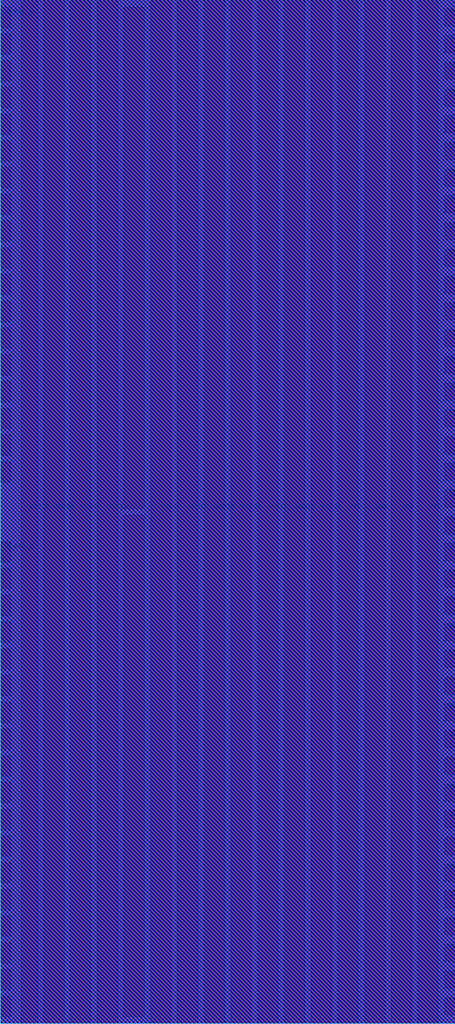
<source format=lef>
VERSION 5.8 ;
BUSBITCHARS "[]" ;
DIVIDERCHAR "/" ;


MACRO RIIO_EG1D80V_HPLVDS_RX_SLVT28_V
  CLASS PAD INOUT ;
  ORIGIN 0 0 ;
  FOREIGN RIIO_EG1D80V_HPLVDS_RX_SLVT28_V 0 0 ;
  SIZE 180 BY 80 ;
  SYMMETRY X Y ;
  SITE IO_NS_site ;
  PIN RTERM_TRIM_I[3]
    DIRECTION INPUT ;
    USE SIGNAL ;
    ANTENNAPARTIALMETALAREA 0.32 LAYER C1 ;
    ANTENNAMODEL OXIDE1 ;
      ANTENNAGATEAREA 0.00896 LAYER C1 ;
      ANTENNAMAXAREACAR 45.348214 LAYER C1 ;
    PORT
      LAYER C1 ;
        RECT 39.35 79.84 39.51 80 ;
    END
  END RTERM_TRIM_I[3]
  PIN RTERM_TRIM_I[2]
    DIRECTION INPUT ;
    USE SIGNAL ;
    ANTENNAPARTIALMETALAREA 0.32 LAYER C1 ;
    ANTENNAMODEL OXIDE1 ;
      ANTENNAGATEAREA 0.00896 LAYER C1 ;
      ANTENNAMAXAREACAR 45.544643 LAYER C1 ;
    PORT
      LAYER C1 ;
        RECT 35.71 79.84 35.87 80 ;
    END
  END RTERM_TRIM_I[2]
  PIN RTERM_TRIM_I[1]
    DIRECTION INPUT ;
    USE SIGNAL ;
    ANTENNAPARTIALMETALAREA 0.32 LAYER C1 ;
    ANTENNAMODEL OXIDE1 ;
      ANTENNAGATEAREA 0.00896 LAYER C1 ;
      ANTENNAMAXAREACAR 45.741071 LAYER C1 ;
    PORT
      LAYER C1 ;
        RECT 32.07 79.84 32.23 80 ;
    END
  END RTERM_TRIM_I[1]
  PIN RTERM_TRIM_I[0]
    DIRECTION INPUT ;
    USE SIGNAL ;
    ANTENNAPARTIALMETALAREA 0.32 LAYER C1 ;
    ANTENNAMODEL OXIDE1 ;
      ANTENNAGATEAREA 0.00896 LAYER C1 ;
      ANTENNAMAXAREACAR 45.419643 LAYER C1 ;
    PORT
      LAYER C1 ;
        RECT 28.43 79.84 28.59 80 ;
    END
  END RTERM_TRIM_I[0]
  PIN RTERM_EN_I
    DIRECTION INPUT ;
    USE SIGNAL ;
    ANTENNAPARTIALMETALAREA 0.32 LAYER C1 ;
    ANTENNAMODEL OXIDE1 ;
      ANTENNAGATEAREA 0.0616 LAYER C1 ;
      ANTENNAMAXAREACAR 17.401664 LAYER C1 ;
    PORT
      LAYER C1 ;
        RECT 27.91 79.84 28.07 80 ;
    END
  END RTERM_EN_I
  PIN RX_CTLE_RES_I[7]
    DIRECTION INPUT ;
    USE SIGNAL ;
    ANTENNAPARTIALMETALAREA 6.8845 LAYER C3 ;
    ANTENNAPARTIALMETALAREA 0.1392 LAYER C2 ;
    ANTENNAPARTIALMETALAREA 0.136 LAYER C1 ;
    ANTENNAPARTIALCUTAREA 0.00396 LAYER A1 ;
    ANTENNAPARTIALCUTAREA 0.00396 LAYER A2 ;
    ANTENNAMODEL OXIDE1 ;
      ANTENNAGATEAREA 0.0198 LAYER C3 ;
      ANTENNAMAXAREACAR 683.977778 LAYER C3 ;
    PORT
      LAYER C1 ;
        RECT 93.43 79.84 93.59 80 ;
    END
  END RX_CTLE_RES_I[7]
  PIN RX_VCM_EN_I
    DIRECTION INPUT ;
    USE SIGNAL ;
    ANTENNAPARTIALMETALAREA 0.32 LAYER C1 ;
    ANTENNAMODEL OXIDE1 ;
      ANTENNAGATEAREA 0.02576 LAYER C1 ;
      ANTENNAMAXAREACAR 13.791925 LAYER C1 ;
    PORT
      LAYER C1 ;
        RECT 64.31 79.84 64.47 80 ;
    END
  END RX_VCM_EN_I
  PIN DI_O
    DIRECTION OUTPUT ;
    USE SIGNAL ;
    ANTENNAPARTIALMETALAREA 0.32 LAYER C1 ;
    ANTENNADIFFAREA 0.16192 LAYER C1 ;
    PORT
      LAYER C1 ;
        RECT 67.43 79.84 67.59 80 ;
    END
  END DI_O
  PIN EI_DETECT_EN_I
    DIRECTION INPUT ;
    USE SIGNAL ;
    ANTENNAPARTIALMETALAREA 0.32 LAYER C1 ;
    ANTENNAMODEL OXIDE1 ;
      ANTENNAGATEAREA 0.02576 LAYER C1 ;
      ANTENNAMAXAREACAR 13.791925 LAYER C1 ;
    PORT
      LAYER C1 ;
        RECT 67.95 79.84 68.11 80 ;
    END
  END EI_DETECT_EN_I
  PIN RX_POL_I
    DIRECTION INPUT ;
    USE SIGNAL ;
    ANTENNAPARTIALMETALAREA 0.2048 LAYER C1 ;
    ANTENNAMODEL OXIDE1 ;
      ANTENNAGATEAREA 0.0224 LAYER C1 ;
      ANTENNAMAXAREACAR 11.598214 LAYER C1 ;
    PORT
      LAYER C1 ;
        RECT 69.51 79.84 69.67 80 ;
    END
  END RX_POL_I
  PIN RX_CTLE_CAP_I[2]
    DIRECTION INPUT ;
    USE SIGNAL ;
    ANTENNAPARTIALMETALAREA 6.7795 LAYER C3 ;
    ANTENNAPARTIALMETALAREA 0.0336 LAYER C2 ;
    ANTENNAPARTIALMETALAREA 0.256 LAYER C1 ;
    ANTENNAPARTIALCUTAREA 0.00396 LAYER A1 ;
    ANTENNAPARTIALCUTAREA 0.00396 LAYER A2 ;
    ANTENNAMODEL OXIDE1 ;
      ANTENNAGATEAREA 0.0198 LAYER C3 ;
      ANTENNAMAXAREACAR 872.669697 LAYER C3 ;
    PORT
      LAYER C1 ;
        RECT 89.01 79.84 89.17 80 ;
    END
  END RX_CTLE_CAP_I[2]
  PIN RX_GAIN_I[3]
    DIRECTION INPUT ;
    USE SIGNAL ;
    ANTENNAPARTIALMETALAREA 6.8215 LAYER C3 ;
    ANTENNAPARTIALMETALAREA 0.072 LAYER C2 ;
    ANTENNAPARTIALMETALAREA 0.208 LAYER C1 ;
    ANTENNAPARTIALCUTAREA 0.00396 LAYER A1 ;
    ANTENNAPARTIALCUTAREA 0.00396 LAYER A2 ;
    ANTENNAMODEL OXIDE1 ;
      ANTENNAGATEAREA 0.036 LAYER C3 ;
      ANTENNAMAXAREACAR 385.255556 LAYER C3 ;
    PORT
      LAYER C1 ;
        RECT 87.97 79.84 88.13 80 ;
    END
  END RX_GAIN_I[3]
  PIN RX_CTLE_RES_I[3]
    DIRECTION INPUT ;
    USE SIGNAL ;
    ANTENNAPARTIALMETALAREA 6.8005 LAYER C3 ;
    ANTENNAPARTIALMETALAREA 0.0496 LAYER C2 ;
    ANTENNAPARTIALMETALAREA 0.232 LAYER C1 ;
    ANTENNAPARTIALCUTAREA 0.00396 LAYER A1 ;
    ANTENNAPARTIALCUTAREA 0.00396 LAYER A2 ;
    ANTENNAMODEL OXIDE1 ;
      ANTENNAGATEAREA 0.0198 LAYER C3 ;
      ANTENNAMAXAREACAR 688.269697 LAYER C3 ;
    PORT
      LAYER C1 ;
        RECT 91.35 79.84 91.51 80 ;
    END
  END RX_CTLE_RES_I[3]
  PIN RX_CTLE_RES_I[6]
    DIRECTION INPUT ;
    USE SIGNAL ;
    ANTENNAPARTIALMETALAREA 6.8635 LAYER C3 ;
    ANTENNAPARTIALMETALAREA 0.1168 LAYER C2 ;
    ANTENNAPARTIALMETALAREA 0.16 LAYER C1 ;
    ANTENNAPARTIALCUTAREA 0.00396 LAYER A1 ;
    ANTENNAPARTIALCUTAREA 0.00396 LAYER A2 ;
    ANTENNAMODEL OXIDE1 ;
      ANTENNAGATEAREA 0.0198 LAYER C3 ;
      ANTENNAMAXAREACAR 685.039394 LAYER C3 ;
    PORT
      LAYER C1 ;
        RECT 92.91 79.84 93.07 80 ;
    END
  END RX_CTLE_RES_I[6]
  PIN RX_GAIN_I[1]
    DIRECTION INPUT ;
    USE SIGNAL ;
    ANTENNAPARTIALMETALAREA 6.8635 LAYER C3 ;
    ANTENNAPARTIALMETALAREA 0.1168 LAYER C2 ;
    ANTENNAPARTIALMETALAREA 0.16 LAYER C1 ;
    ANTENNAPARTIALCUTAREA 0.00396 LAYER A1 ;
    ANTENNAPARTIALCUTAREA 0.00396 LAYER A2 ;
    ANTENNAMODEL OXIDE1 ;
      ANTENNAGATEAREA 0.036 LAYER C3 ;
      ANTENNAMAXAREACAR 385.923333 LAYER C3 ;
    PORT
      LAYER C1 ;
        RECT 86.93 79.84 87.09 80 ;
    END
  END RX_GAIN_I[1]
  PIN RX_CTLE_RES_I[1]
    DIRECTION INPUT ;
    USE SIGNAL ;
    ANTENNAPARTIALMETALAREA 6.7585 LAYER C3 ;
    ANTENNAPARTIALMETALAREA 0.0416 LAYER C2 ;
    ANTENNAPARTIALMETALAREA 0.28 LAYER C1 ;
    ANTENNAPARTIALCUTAREA 0.00396 LAYER A1 ;
    ANTENNAPARTIALCUTAREA 0.00396 LAYER A2 ;
    ANTENNAMODEL OXIDE1 ;
      ANTENNAGATEAREA 0.0198 LAYER C3 ;
      ANTENNAMAXAREACAR 690.423232 LAYER C3 ;
    PORT
      LAYER C1 ;
        RECT 90.31 79.84 90.47 80 ;
    END
  END RX_CTLE_RES_I[1]
  PIN RX_CTLE_CAP_I[3]
    DIRECTION INPUT ;
    USE SIGNAL ;
    ANTENNAPARTIALMETALAREA 6.7585 LAYER C3 ;
    ANTENNAPARTIALMETALAREA 0.0416 LAYER C2 ;
    ANTENNAPARTIALMETALAREA 0.28 LAYER C1 ;
    ANTENNAPARTIALCUTAREA 0.00396 LAYER A1 ;
    ANTENNAPARTIALCUTAREA 0.00396 LAYER A2 ;
    ANTENNAMODEL OXIDE1 ;
      ANTENNAGATEAREA 0.0198 LAYER C3 ;
      ANTENNAMAXAREACAR 896.394949 LAYER C3 ;
    PORT
      LAYER C1 ;
        RECT 89.53 79.84 89.69 80 ;
    END
  END RX_CTLE_CAP_I[3]
  PIN RX_CTLE_RES_I[2]
    DIRECTION INPUT ;
    USE SIGNAL ;
    ANTENNAPARTIALMETALAREA 6.7795 LAYER C3 ;
    ANTENNAPARTIALMETALAREA 0.02744 LAYER C2 ;
    ANTENNAPARTIALMETALAREA 0.256 LAYER C1 ;
    ANTENNAPARTIALCUTAREA 0.00396 LAYER A1 ;
    ANTENNAPARTIALCUTAREA 0.00396 LAYER A2 ;
    ANTENNAMODEL OXIDE1 ;
      ANTENNAGATEAREA 0.0198 LAYER C3 ;
      ANTENNAMAXAREACAR 689.346465 LAYER C3 ;
    PORT
      LAYER C1 ;
        RECT 90.83 79.84 90.99 80 ;
    END
  END RX_CTLE_RES_I[2]
  PIN RX_GAIN_I[2]
    DIRECTION INPUT ;
    USE SIGNAL ;
    ANTENNAPARTIALMETALAREA 6.8425 LAYER C3 ;
    ANTENNAPARTIALMETALAREA 0.0944 LAYER C2 ;
    ANTENNAPARTIALMETALAREA 0.184 LAYER C1 ;
    ANTENNAPARTIALCUTAREA 0.00396 LAYER A1 ;
    ANTENNAPARTIALCUTAREA 0.00396 LAYER A2 ;
    ANTENNAMODEL OXIDE1 ;
      ANTENNAGATEAREA 0.036 LAYER C3 ;
      ANTENNAMAXAREACAR 386.518889 LAYER C3 ;
    PORT
      LAYER C1 ;
        RECT 87.45 79.84 87.61 80 ;
    END
  END RX_GAIN_I[2]
  PIN A_PAD_B
    DIRECTION INOUT ;
    USE SIGNAL ;
    ANTENNAPARTIALMETALAREA 3431.36 LAYER C4 ;
    ANTENNAPARTIALMETALAREA 3520.9335 LAYER C3 ;
    ANTENNAPARTIALMETALAREA 6038.46 LAYER IA ;
    ANTENNAPARTIALMETALAREA 4181.407186 LAYER OI ;
    ANTENNAPARTIALMETALAREA 35.36175 LAYER C2 ;
    ANTENNAPARTIALCUTAREA 68.339376 LAYER YX ;
    ANTENNAPARTIALCUTAREA 21.942624 LAYER A3 ;
    ANTENNAPARTIALCUTAREA 204.073344 LAYER JQ ;
    ANTENNAPARTIALCUTAREA 10.82224 LAYER A2 ;
    ANTENNADIFFAREA 889.8282 LAYER C4 ;
    ANTENNADIFFAREA 889.8282 LAYER C3 ;
    ANTENNADIFFAREA 889.8282 LAYER IA ;
    ANTENNADIFFAREA 889.8282 LAYER OI ;
    ANTENNADIFFAREA 163.4 LAYER C2 ;
    PORT
      LAYER OI ;
        RECT 1.25 21.75 89.45 25.35 ;
        RECT 81.15 0 84.75 1.85 ;
        RECT 76.45 0 80.05 1.85 ;
        RECT 71.75 0 75.35 1.85 ;
        RECT 67.05 0 70.65 1.85 ;
        RECT 62.35 0 65.95 1.85 ;
        RECT 57.65 0 61.25 1.85 ;
        RECT 52.95 0 56.55 1.85 ;
        RECT 48.25 0 51.85 1.85 ;
        RECT 43.55 0 47.15 1.85 ;
        RECT 38.85 0 42.45 1.85 ;
        RECT 34.15 0 37.75 1.85 ;
        RECT 29.45 0 33.05 1.85 ;
        RECT 24.75 0 28.35 1.85 ;
        RECT 20.05 0 23.65 1.85 ;
        RECT 15.35 0 18.95 1.85 ;
        RECT 10.65 0 14.25 1.85 ;
        RECT 5.95 0 9.55 1.85 ;
        RECT 1.25 0 4.85 1.85 ;
      LAYER C4 ;
        RECT 81.15 0 84.75 1.85 ;
        RECT 76.45 0 80.05 1.85 ;
        RECT 71.75 0 75.35 1.85 ;
        RECT 67.05 0 70.65 1.85 ;
        RECT 62.35 0 65.95 1.85 ;
        RECT 57.65 0 61.25 1.85 ;
        RECT 52.95 0 56.55 1.85 ;
        RECT 48.25 0 51.85 1.85 ;
        RECT 43.55 0 47.15 1.85 ;
        RECT 38.85 0 42.45 1.85 ;
        RECT 34.15 0 37.75 1.85 ;
        RECT 29.45 0 33.05 1.85 ;
        RECT 24.75 0 28.35 1.85 ;
        RECT 20.05 0 23.65 1.85 ;
        RECT 15.35 0 18.95 1.85 ;
        RECT 10.65 0 14.25 1.85 ;
        RECT 5.95 0 9.55 1.85 ;
        RECT 2.5 0 4.85 1.85 ;
      LAYER C2 ;
        RECT 81.15 0 84.75 1.85 ;
        RECT 76.45 0 80.05 1.85 ;
        RECT 71.75 0 75.35 1.85 ;
        RECT 67.05 0 70.65 1.85 ;
        RECT 62.35 0 65.95 1.85 ;
        RECT 57.65 0 61.25 1.85 ;
        RECT 52.95 0 56.55 1.85 ;
        RECT 48.25 0 51.85 1.85 ;
        RECT 43.55 0 47.15 1.85 ;
        RECT 38.85 0 42.45 1.85 ;
        RECT 34.15 0 37.75 1.85 ;
        RECT 29.45 0 33.05 1.85 ;
        RECT 24.75 0 28.35 1.85 ;
        RECT 20.05 0 23.65 1.85 ;
        RECT 15.35 0 18.95 1.85 ;
        RECT 10.65 0 14.25 1.85 ;
        RECT 5.95 0 9.55 1.85 ;
        RECT 1.25 0 4.85 1.85 ;
      LAYER IA ;
        RECT 81.15 0 84.75 1.85 ;
        RECT 76.45 0 80.05 1.85 ;
        RECT 71.75 0 75.35 1.85 ;
        RECT 67.05 0 70.65 1.85 ;
        RECT 62.35 0 65.95 1.85 ;
        RECT 57.65 0 61.25 1.85 ;
        RECT 52.95 0 56.55 1.85 ;
        RECT 48.25 0 51.85 1.85 ;
        RECT 43.55 0 47.15 1.85 ;
        RECT 38.85 0 42.45 1.85 ;
        RECT 34.15 0 37.75 1.85 ;
        RECT 29.45 0 33.05 1.85 ;
        RECT 24.75 0 28.35 1.85 ;
        RECT 20.05 0 23.65 1.85 ;
        RECT 15.35 0 18.95 1.85 ;
        RECT 10.65 0 14.25 1.85 ;
        RECT 5.95 0 9.55 1.85 ;
        RECT 1.25 0 4.85 1.85 ;
      LAYER C3 ;
        RECT 81.15 0 84.75 1.85 ;
        RECT 76.45 0 80.05 1.85 ;
        RECT 71.75 0 75.35 1.85 ;
        RECT 67.05 0 70.65 1.85 ;
        RECT 62.35 0 65.95 1.85 ;
        RECT 57.65 0 61.25 1.85 ;
        RECT 52.95 0 56.55 1.85 ;
        RECT 48.25 0 51.85 1.85 ;
        RECT 43.55 0 47.15 1.85 ;
        RECT 38.85 0 42.45 1.85 ;
        RECT 34.15 0 37.75 1.85 ;
        RECT 29.45 0 33.05 1.85 ;
        RECT 24.75 0 28.35 1.85 ;
        RECT 20.05 0 23.65 1.85 ;
        RECT 15.35 0 18.95 1.85 ;
        RECT 10.65 0 14.25 1.85 ;
        RECT 5.95 0 9.55 1.85 ;
        RECT 2.5 0 4.85 1.85 ;
    END
  END A_PAD_B
  PIN VDD
    DIRECTION INOUT ;
    USE POWER ;
    NETEXPR "vdd VDD!" ;
    PORT
      CLASS CORE ;
      LAYER OI ;
        RECT 10.95 78.15 13.95 80 ;
      LAYER IA ;
        RECT 10.95 78.15 13.95 80 ;
    END
    PORT
      CLASS CORE ;
      LAYER OI ;
        RECT 15.65 78.15 18.65 80 ;
      LAYER IA ;
        RECT 15.65 78.15 18.65 80 ;
    END
    PORT
      CLASS CORE ;
      LAYER OI ;
        RECT 29.75 78.15 32.75 80 ;
      LAYER IA ;
        RECT 29.75 78.15 32.75 80 ;
    END
    PORT
      CLASS CORE ;
      LAYER OI ;
        RECT 34.45 78.15 37.45 80 ;
      LAYER IA ;
        RECT 34.45 78.15 37.45 80 ;
    END
    PORT
      CLASS CORE ;
      LAYER OI ;
        RECT 48.55 78.15 51.55 80 ;
      LAYER IA ;
        RECT 48.55 78.15 51.55 80 ;
    END
    PORT
      CLASS CORE ;
      LAYER OI ;
        RECT 53.25 78.15 56.25 80 ;
      LAYER IA ;
        RECT 53.25 78.15 56.25 80 ;
    END
    PORT
      CLASS CORE ;
      LAYER OI ;
        RECT 67.35 78.15 70.35 80 ;
      LAYER IA ;
        RECT 67.35 78.15 70.35 80 ;
    END
    PORT
      CLASS CORE ;
      LAYER OI ;
        RECT 72.05 78.15 75.05 80 ;
      LAYER IA ;
        RECT 72.05 78.15 75.05 80 ;
    END
    PORT
      CLASS CORE ;
      LAYER OI ;
        RECT 86.15 78.15 89.15 80 ;
      LAYER IA ;
        RECT 86.15 78.15 89.15 80 ;
    END
    PORT
      CLASS CORE ;
      LAYER OI ;
        RECT 90.85 78.15 93.85 80 ;
      LAYER IA ;
        RECT 90.85 78.15 93.85 80 ;
    END
    PORT
      CLASS CORE ;
      LAYER OI ;
        RECT 104.95 78.15 107.95 80 ;
      LAYER IA ;
        RECT 104.95 78.15 107.95 80 ;
    END
    PORT
      CLASS CORE ;
      LAYER OI ;
        RECT 109.65 78.15 112.65 80 ;
      LAYER IA ;
        RECT 109.65 78.15 112.65 80 ;
    END
    PORT
      CLASS CORE ;
      LAYER OI ;
        RECT 123.75 78.15 126.75 80 ;
      LAYER IA ;
        RECT 123.75 78.15 126.75 80 ;
    END
    PORT
      CLASS CORE ;
      LAYER OI ;
        RECT 128.45 78.15 131.45 80 ;
      LAYER IA ;
        RECT 128.45 78.15 131.45 80 ;
    END
    PORT
      CLASS CORE ;
      LAYER OI ;
        RECT 142.55 78.15 145.55 80 ;
      LAYER IA ;
        RECT 142.55 78.15 145.55 80 ;
    END
    PORT
      CLASS CORE ;
      LAYER OI ;
        RECT 147.25 78.15 150.25 80 ;
      LAYER IA ;
        RECT 147.25 78.15 150.25 80 ;
    END
    PORT
      CLASS CORE ;
      LAYER OI ;
        RECT 161.35 78.15 164.35 80 ;
      LAYER IA ;
        RECT 161.35 78.15 164.35 80 ;
    END
    PORT
      CLASS CORE ;
      LAYER OI ;
        RECT 166.05 78.15 169.05 80 ;
      LAYER IA ;
        RECT 166.05 78.15 169.05 80 ;
    END
    PORT
      LAYER OI ;
        RECT 0 68.75 180 72.35 ;
    END
    PORT
      LAYER OI ;
        RECT 0 64.05 180 67.65 ;
    END
  END VDD
  PIN VSS
    DIRECTION INOUT ;
    USE GROUND ;
    NETEXPR "vss VSS!" ;
    PORT
      CLASS CORE ;
      LAYER OI ;
        RECT 1.55 78.15 4.55 80 ;
      LAYER IA ;
        RECT 1.55 78.15 4.55 80 ;
    END
    PORT
      CLASS CORE ;
      LAYER OI ;
        RECT 6.25 78.15 9.25 80 ;
      LAYER IA ;
        RECT 6.25 78.15 9.25 80 ;
    END
    PORT
      CLASS CORE ;
      LAYER OI ;
        RECT 20.35 78.15 23.35 80 ;
      LAYER IA ;
        RECT 20.35 78.15 23.35 80 ;
    END
    PORT
      CLASS CORE ;
      LAYER OI ;
        RECT 25.05 78.15 28.05 80 ;
      LAYER IA ;
        RECT 25.05 78.15 28.05 80 ;
    END
    PORT
      CLASS CORE ;
      LAYER OI ;
        RECT 39.15 78.15 42.15 80 ;
      LAYER IA ;
        RECT 39.15 78.15 42.15 80 ;
    END
    PORT
      CLASS CORE ;
      LAYER OI ;
        RECT 43.85 78.15 46.85 80 ;
      LAYER IA ;
        RECT 43.85 78.15 46.85 80 ;
    END
    PORT
      CLASS CORE ;
      LAYER OI ;
        RECT 57.95 78.15 60.95 80 ;
      LAYER IA ;
        RECT 57.95 78.15 60.95 80 ;
    END
    PORT
      CLASS CORE ;
      LAYER OI ;
        RECT 62.65 78.15 65.65 80 ;
      LAYER IA ;
        RECT 62.65 78.15 65.65 80 ;
    END
    PORT
      CLASS CORE ;
      LAYER OI ;
        RECT 76.75 78.15 79.75 80 ;
      LAYER IA ;
        RECT 76.75 78.15 79.75 80 ;
    END
    PORT
      CLASS CORE ;
      LAYER OI ;
        RECT 81.45 78.15 84.45 80 ;
      LAYER IA ;
        RECT 81.45 78.15 84.45 80 ;
    END
    PORT
      CLASS CORE ;
      LAYER OI ;
        RECT 95.55 78.15 98.55 80 ;
      LAYER IA ;
        RECT 95.55 78.15 98.55 80 ;
    END
    PORT
      CLASS CORE ;
      LAYER OI ;
        RECT 100.25 78.15 103.25 80 ;
      LAYER IA ;
        RECT 100.25 78.15 103.25 80 ;
    END
    PORT
      CLASS CORE ;
      LAYER OI ;
        RECT 114.35 78.15 117.35 80 ;
      LAYER IA ;
        RECT 114.35 78.15 117.35 80 ;
    END
    PORT
      CLASS CORE ;
      LAYER OI ;
        RECT 119.05 78.15 122.05 80 ;
      LAYER IA ;
        RECT 119.05 78.15 122.05 80 ;
    END
    PORT
      CLASS CORE ;
      LAYER OI ;
        RECT 133.15 78.15 136.15 80 ;
      LAYER IA ;
        RECT 133.15 78.15 136.15 80 ;
    END
    PORT
      CLASS CORE ;
      LAYER OI ;
        RECT 137.85 78.15 140.85 80 ;
      LAYER IA ;
        RECT 137.85 78.15 140.85 80 ;
    END
    PORT
      CLASS CORE ;
      LAYER OI ;
        RECT 151.95 78.15 154.95 80 ;
      LAYER IA ;
        RECT 151.95 78.15 154.95 80 ;
    END
    PORT
      CLASS CORE ;
      LAYER OI ;
        RECT 156.65 78.15 159.65 80 ;
      LAYER IA ;
        RECT 156.65 78.15 159.65 80 ;
    END
    PORT
      CLASS CORE ;
      LAYER OI ;
        RECT 170.75 78.15 173.75 80 ;
      LAYER IA ;
        RECT 170.75 78.15 173.75 80 ;
    END
    PORT
      CLASS CORE ;
      LAYER OI ;
        RECT 175.45 78.15 178.45 80 ;
      LAYER IA ;
        RECT 175.45 78.15 178.45 80 ;
    END
    PORT
      LAYER OI ;
        RECT 0 73.45 180 77.05 ;
    END
    PORT
      LAYER OI ;
        RECT 0 59.35 180 62.95 ;
    END
  END VSS
  PIN VSSIO
    DIRECTION INOUT ;
    USE GROUND ;
    NETEXPR "vssio VSSIO!" ;
    PORT
      LAYER OI ;
        RECT 0 54.65 180 58.25 ;
    END
    PORT
      LAYER OI ;
        RECT 0 45.25 180 48.85 ;
    END
    PORT
      LAYER OI ;
        RECT 0 40.55 180 44.15 ;
    END
    PORT
      LAYER OI ;
        RECT 0 26.45 180 30.05 ;
    END
    PORT
      LAYER OI ;
        RECT 0 17.05 180 20.65 ;
    END
    PORT
      LAYER OI ;
        RECT 0 3.67 180 6.55 ;
    END
  END VSSIO
  PIN B_PAD_B
    DIRECTION INOUT ;
    USE SIGNAL ;
    ANTENNAPARTIALMETALAREA 2831.1 LAYER C4 ;
    ANTENNAPARTIALMETALAREA 2308.2055 LAYER C3 ;
    ANTENNAPARTIALMETALAREA 3930.66 LAYER IA ;
    ANTENNAPARTIALMETALAREA 3707.377186 LAYER OI ;
    ANTENNAPARTIALMETALAREA 35.36175 LAYER C2 ;
    ANTENNAPARTIALCUTAREA 110.2248 LAYER YX ;
    ANTENNAPARTIALCUTAREA 20.254432 LAYER A3 ;
    ANTENNAPARTIALCUTAREA 162.502848 LAYER JQ ;
    ANTENNAPARTIALCUTAREA 10.82224 LAYER A2 ;
    ANTENNADIFFAREA 721.7962 LAYER C4 ;
    ANTENNADIFFAREA 334.12 LAYER C3 ;
    ANTENNADIFFAREA 721.7962 LAYER IA ;
    ANTENNADIFFAREA 721.7962 LAYER OI ;
    ANTENNADIFFAREA 163.4 LAYER C2 ;
    PORT
      LAYER OI ;
        RECT 90.55 21.75 178.752 25.343 ;
        RECT 175.15 0 178.75 1.85 ;
        RECT 170.45 0 174.05 1.85 ;
        RECT 165.75 0 169.35 1.85 ;
        RECT 161.05 0 164.65 1.85 ;
        RECT 156.35 0 159.95 1.85 ;
        RECT 151.65 0 155.25 1.85 ;
        RECT 146.95 0 150.55 1.85 ;
        RECT 142.25 0 145.85 1.85 ;
        RECT 137.55 0 141.15 1.85 ;
        RECT 132.85 0 136.45 1.85 ;
        RECT 128.15 0 131.75 1.85 ;
        RECT 123.45 0 127.05 1.85 ;
        RECT 118.75 0 122.35 1.85 ;
        RECT 114.05 0 117.65 1.85 ;
        RECT 109.35 0 112.95 1.85 ;
        RECT 104.65 0 108.25 1.85 ;
        RECT 99.95 0 103.55 1.85 ;
        RECT 95.25 0 98.85 1.85 ;
      LAYER C4 ;
        RECT 175.15 0 177.5 1.85 ;
        RECT 170.45 0 174.05 1.85 ;
        RECT 165.75 0 169.35 1.85 ;
        RECT 161.05 0 164.65 1.85 ;
        RECT 156.35 0 159.95 1.85 ;
        RECT 151.65 0 155.25 1.85 ;
        RECT 146.95 0 150.55 1.85 ;
        RECT 142.25 0 145.85 1.85 ;
        RECT 137.55 0 141.15 1.85 ;
        RECT 132.85 0 136.45 1.85 ;
        RECT 128.15 0 131.75 1.85 ;
        RECT 123.45 0 127.05 1.85 ;
        RECT 118.75 0 122.35 1.85 ;
        RECT 114.05 0 117.65 1.85 ;
        RECT 109.35 0 112.95 1.85 ;
        RECT 104.65 0 108.25 1.85 ;
        RECT 99.95 0 103.55 1.85 ;
        RECT 95.25 0 98.85 1.85 ;
      LAYER C2 ;
        RECT 175.15 0 178.75 1.85 ;
        RECT 170.45 0 174.05 1.85 ;
        RECT 165.75 0 169.35 1.85 ;
        RECT 161.05 0 164.65 1.85 ;
        RECT 156.35 0 159.95 1.85 ;
        RECT 151.65 0 155.25 1.85 ;
        RECT 146.95 0 150.55 1.85 ;
        RECT 142.25 0 145.85 1.85 ;
        RECT 137.55 0 141.15 1.85 ;
        RECT 132.85 0 136.45 1.85 ;
        RECT 128.15 0 131.75 1.85 ;
        RECT 123.45 0 127.05 1.85 ;
        RECT 118.75 0 122.35 1.85 ;
        RECT 114.05 0 117.65 1.85 ;
        RECT 109.35 0 112.95 1.85 ;
        RECT 104.65 0 108.25 1.85 ;
        RECT 99.95 0 103.55 1.85 ;
        RECT 95.25 0 98.85 1.85 ;
      LAYER IA ;
        RECT 175.15 0 178.75 1.85 ;
        RECT 170.45 0 174.05 1.85 ;
        RECT 165.75 0 169.35 1.85 ;
        RECT 161.05 0 164.65 1.85 ;
        RECT 156.35 0 159.95 1.85 ;
        RECT 151.65 0 155.25 1.85 ;
        RECT 146.95 0 150.55 1.85 ;
        RECT 142.25 0 145.85 1.85 ;
        RECT 137.55 0 141.15 1.85 ;
        RECT 132.85 0 136.45 1.85 ;
        RECT 128.15 0 131.75 1.85 ;
        RECT 123.45 0 127.05 1.85 ;
        RECT 118.75 0 122.35 1.85 ;
        RECT 114.05 0 117.65 1.85 ;
        RECT 109.35 0 112.95 1.85 ;
        RECT 104.65 0 108.25 1.85 ;
        RECT 99.95 0 103.55 1.85 ;
        RECT 95.25 0 98.85 1.85 ;
      LAYER C3 ;
        RECT 175.15 0 177.5 1.85 ;
        RECT 170.45 0 174.05 1.85 ;
        RECT 165.75 0 169.35 1.85 ;
        RECT 161.05 0 164.65 1.85 ;
        RECT 156.35 0 159.95 1.85 ;
        RECT 151.65 0 155.25 1.85 ;
        RECT 146.95 0 150.55 1.85 ;
        RECT 142.25 0 145.85 1.85 ;
        RECT 137.55 0 141.15 1.85 ;
        RECT 132.85 0 136.45 1.85 ;
        RECT 128.15 0 131.75 1.85 ;
        RECT 123.45 0 127.05 1.85 ;
        RECT 118.75 0 122.35 1.85 ;
        RECT 114.05 0 117.65 1.85 ;
        RECT 109.35 0 112.95 1.85 ;
        RECT 104.65 0 108.25 1.85 ;
        RECT 99.95 0 103.55 1.85 ;
        RECT 95.25 0 98.85 1.85 ;
    END
  END B_PAD_B
  PIN RX_CTLE_CAP_I[1]
    DIRECTION INPUT ;
    USE SIGNAL ;
    ANTENNAPARTIALMETALAREA 6.8005 LAYER C3 ;
    ANTENNAPARTIALMETALAREA 0.0496 LAYER C2 ;
    ANTENNAPARTIALMETALAREA 0.232 LAYER C1 ;
    ANTENNAPARTIALCUTAREA 0.00396 LAYER A1 ;
    ANTENNAPARTIALCUTAREA 0.00396 LAYER A2 ;
    ANTENNAMODEL OXIDE1 ;
      ANTENNAGATEAREA 0.0198 LAYER C3 ;
      ANTENNAMAXAREACAR 873.912121 LAYER C3 ;
    PORT
      LAYER C1 ;
        RECT 88.49 79.84 88.65 80 ;
    END
  END RX_CTLE_CAP_I[1]
  PIN RX_EN_I
    DIRECTION INPUT ;
    USE SIGNAL ;
    ANTENNAPARTIALMETALAREA 6.8845 LAYER C3 ;
    ANTENNAPARTIALMETALAREA 0.1392 LAYER C2 ;
    ANTENNAPARTIALMETALAREA 0.136 LAYER C1 ;
    ANTENNAPARTIALCUTAREA 0.00396 LAYER A1 ;
    ANTENNAPARTIALCUTAREA 0.00396 LAYER A2 ;
    ANTENNAMODEL OXIDE1 ;
      ANTENNAGATEAREA 0.036 LAYER C3 ;
      ANTENNAMAXAREACAR 384.76 LAYER C3 ;
    PORT
      LAYER C1 ;
        RECT 86.41 79.84 86.57 80 ;
    END
  END RX_EN_I
  PIN VDDIO
    DIRECTION INOUT ;
    USE POWER ;
    NETEXPR "vddio VDDIO!" ;
    PORT
      LAYER OI ;
        RECT 0 49.95 180 53.55 ;
    END
    PORT
      LAYER OI ;
        RECT 0 35.85 180 39.45 ;
    END
    PORT
      LAYER OI ;
        RECT 0 31.15 180 34.75 ;
    END
    PORT
      LAYER OI ;
        RECT 0 12.35 180 15.95 ;
    END
    PORT
      LAYER OI ;
        RECT 0 7.65 180 11.25 ;
    END
  END VDDIO
  PIN EI_DETECT_O
    DIRECTION OUTPUT ;
    USE SIGNAL ;
    ANTENNAPARTIALMETALAREA 3.01654 LAYER C1 ;
    ANTENNADIFFAREA 0.081 LAYER C1 ;
    PORT
      LAYER C1 ;
        RECT 110.33 79.84 110.49 80 ;
    END
  END EI_DETECT_O
  PIN RX_CTLE_RES_I[5]
    DIRECTION INPUT ;
    USE SIGNAL ;
    ANTENNAPARTIALMETALAREA 6.8425 LAYER C3 ;
    ANTENNAPARTIALMETALAREA 0.0944 LAYER C2 ;
    ANTENNAPARTIALMETALAREA 0.184 LAYER C1 ;
    ANTENNAPARTIALCUTAREA 0.00396 LAYER A1 ;
    ANTENNAPARTIALCUTAREA 0.00396 LAYER A2 ;
    ANTENNAMODEL OXIDE1 ;
      ANTENNAGATEAREA 0.0198 LAYER C3 ;
      ANTENNAMAXAREACAR 686.116162 LAYER C3 ;
    PORT
      LAYER C1 ;
        RECT 92.39 79.84 92.55 80 ;
    END
  END RX_CTLE_RES_I[5]
  PIN VBIAS
    DIRECTION INOUT ;
    USE SIGNAL ;
    ANTENNADIFFAREA 1.408 LAYER C4 ;
    NETEXPR "vbias VBIAS!" ;
    PORT
      LAYER C4 ;
        RECT 0 39.575 180 40.825 ;
    END
  END VBIAS
  PIN RX_CTLE_RES_I[4]
    DIRECTION INPUT ;
    USE SIGNAL ;
    ANTENNAPARTIALMETALAREA 6.8215 LAYER C3 ;
    ANTENNAPARTIALMETALAREA 0.072 LAYER C2 ;
    ANTENNAPARTIALMETALAREA 0.208 LAYER C1 ;
    ANTENNAPARTIALCUTAREA 0.00396 LAYER A1 ;
    ANTENNAPARTIALCUTAREA 0.00396 LAYER A2 ;
    ANTENNAMODEL OXIDE1 ;
      ANTENNAGATEAREA 0.0198 LAYER C3 ;
      ANTENNAMAXAREACAR 687.192929 LAYER C3 ;
    PORT
      LAYER C1 ;
        RECT 91.87 79.84 92.03 80 ;
    END
  END RX_CTLE_RES_I[4]
  OBS
    LAYER CA ;
      RECT 0 0 180 80 ;
    LAYER M1 ;
      RECT 0 0 180 80 ;
    LAYER V1 ;
      RECT 0 0 180 80 ;
    LAYER M2 ;
      RECT 0 0 180 80 ;
    LAYER A1 ;
      RECT 0 0 180 80 ;
    LAYER C2 ;
      RECT 0 0 180 80 ;
    LAYER IA ;
      RECT 0 0 180 80 ;
    LAYER YX ;
      RECT 0 0 180 80 ;
    LAYER CB ;
      RECT 0 0 180 80 ;
    LAYER OI ;
      RECT 0 0 180 80 ;
    LAYER JQ ;
      RECT 0 0 180 80 ;
    LAYER AY ;
      RECT 0 0 180 80 ;
    LAYER C1 ;
      RECT 0 0 180 80 ;
    LAYER C4 ;
      RECT 0 0 180 80 ;
    LAYER C3 ;
      RECT 0 0 180 80 ;
    LAYER A3 ;
      RECT 0 0 180 80 ;
    LAYER A2 ;
      RECT 0 0 180 80 ;
  END
END RIIO_EG1D80V_HPLVDS_RX_SLVT28_V

MACRO RIIO_EG1D80V_HPLVDS_TX_SLVT28_V
  CLASS PAD INOUT ;
  ORIGIN 0 0 ;
  FOREIGN RIIO_EG1D80V_HPLVDS_TX_SLVT28_V 0 0 ;
  SIZE 180 BY 80 ;
  SYMMETRY X Y ;
  SITE IO_NS_site ;
  PIN RTERM_TRIM_I[3]
    DIRECTION INPUT ;
    USE SIGNAL ;
    ANTENNAPARTIALMETALAREA 0.32 LAYER C1 ;
    ANTENNAMODEL OXIDE1 ;
      ANTENNAGATEAREA 0.00896 LAYER C1 ;
      ANTENNAMAXAREACAR 45.348214 LAYER C1 ;
    PORT
      LAYER C1 ;
        RECT 39.35 79.84 39.51 80 ;
    END
  END RTERM_TRIM_I[3]
  PIN RTERM_TRIM_I[2]
    DIRECTION INPUT ;
    USE SIGNAL ;
    ANTENNAPARTIALMETALAREA 0.32 LAYER C1 ;
    ANTENNAMODEL OXIDE1 ;
      ANTENNAGATEAREA 0.00896 LAYER C1 ;
      ANTENNAMAXAREACAR 45.544643 LAYER C1 ;
    PORT
      LAYER C1 ;
        RECT 35.71 79.84 35.87 80 ;
    END
  END RTERM_TRIM_I[2]
  PIN RTERM_TRIM_I[1]
    DIRECTION INPUT ;
    USE SIGNAL ;
    ANTENNAPARTIALMETALAREA 0.32 LAYER C1 ;
    ANTENNAMODEL OXIDE1 ;
      ANTENNAGATEAREA 0.00896 LAYER C1 ;
      ANTENNAMAXAREACAR 45.741071 LAYER C1 ;
    PORT
      LAYER C1 ;
        RECT 32.07 79.84 32.23 80 ;
    END
  END RTERM_TRIM_I[1]
  PIN RTERM_TRIM_I[0]
    DIRECTION INPUT ;
    USE SIGNAL ;
    ANTENNAPARTIALMETALAREA 0.32 LAYER C1 ;
    ANTENNAMODEL OXIDE1 ;
      ANTENNAGATEAREA 0.00896 LAYER C1 ;
      ANTENNAMAXAREACAR 45.419643 LAYER C1 ;
    PORT
      LAYER C1 ;
        RECT 28.43 79.84 28.59 80 ;
    END
  END RTERM_TRIM_I[0]
  PIN RTERM_EN_I
    DIRECTION INPUT ;
    USE SIGNAL ;
    ANTENNAPARTIALMETALAREA 0.32 LAYER C1 ;
    ANTENNAMODEL OXIDE1 ;
      ANTENNAGATEAREA 0.0616 LAYER C1 ;
      ANTENNAMAXAREACAR 17.401664 LAYER C1 ;
    PORT
      LAYER C1 ;
        RECT 27.91 79.84 28.07 80 ;
    END
  END RTERM_EN_I
  PIN RX_CTLE_RES_I[7]
    DIRECTION INPUT ;
    USE SIGNAL ;
    ANTENNAPARTIALMETALAREA 6.8845 LAYER C3 ;
    ANTENNAPARTIALMETALAREA 0.1392 LAYER C2 ;
    ANTENNAPARTIALMETALAREA 0.136 LAYER C1 ;
    ANTENNAPARTIALCUTAREA 0.00396 LAYER A1 ;
    ANTENNAPARTIALCUTAREA 0.00396 LAYER A2 ;
    ANTENNAMODEL OXIDE1 ;
      ANTENNAGATEAREA 0.0198 LAYER C3 ;
      ANTENNAMAXAREACAR 683.977778 LAYER C3 ;
    PORT
      LAYER C1 ;
        RECT 93.43 79.84 93.59 80 ;
    END
  END RX_CTLE_RES_I[7]
  PIN RX_VCM_EN_I
    DIRECTION INPUT ;
    USE SIGNAL ;
    ANTENNAPARTIALMETALAREA 0.32 LAYER C1 ;
    ANTENNAMODEL OXIDE1 ;
      ANTENNAGATEAREA 0.02576 LAYER C1 ;
      ANTENNAMAXAREACAR 13.791925 LAYER C1 ;
    PORT
      LAYER C1 ;
        RECT 64.31 79.84 64.47 80 ;
    END
  END RX_VCM_EN_I
  PIN DO_I
    DIRECTION INPUT ;
    USE SIGNAL ;
    ANTENNAPARTIALMETALAREA 0.2048 LAYER C1 ;
    PORT
      LAYER C1 ;
        RECT 46.37 79.84 46.53 80 ;
        RECT 42.99 79.84 43.15 80 ;
    END
  END DO_I
  PIN DI_O
    DIRECTION OUTPUT ;
    USE SIGNAL ;
    ANTENNAPARTIALMETALAREA 0.32 LAYER C1 ;
    ANTENNADIFFAREA 0.16192 LAYER C1 ;
    PORT
      LAYER C1 ;
        RECT 67.43 79.84 67.59 80 ;
    END
  END DI_O
  PIN TX_BIAS_I[3]
    DIRECTION INPUT ;
    USE SIGNAL ;
    ANTENNAPARTIALMETALAREA 0.32 LAYER C1 ;
    ANTENNAMODEL OXIDE1 ;
      ANTENNAGATEAREA 0.00896 LAYER C1 ;
      ANTENNAMAXAREACAR 43.446429 LAYER C1 ;
    PORT
      LAYER C1 ;
        RECT 7.11 79.84 7.27 80 ;
    END
  END TX_BIAS_I[3]
  PIN EI_DETECT_EN_I
    DIRECTION INPUT ;
    USE SIGNAL ;
    ANTENNAPARTIALMETALAREA 0.32 LAYER C1 ;
    ANTENNAMODEL OXIDE1 ;
      ANTENNAGATEAREA 0.02576 LAYER C1 ;
      ANTENNAMAXAREACAR 13.791925 LAYER C1 ;
    PORT
      LAYER C1 ;
        RECT 67.95 79.84 68.11 80 ;
    END
  END EI_DETECT_EN_I
  PIN TX_BIAS_OD_I
    DIRECTION INPUT ;
    USE SIGNAL ;
    ANTENNAPARTIALMETALAREA 0.32 LAYER C1 ;
    ANTENNAMODEL OXIDE1 ;
      ANTENNAGATEAREA 0.02576 LAYER C1 ;
      ANTENNAMAXAREACAR 13.791925 LAYER C1 ;
    PORT
      LAYER C1 ;
        RECT 23.23 79.84 23.39 80 ;
    END
  END TX_BIAS_OD_I
  PIN RX_POL_I
    DIRECTION INPUT ;
    USE SIGNAL ;
    ANTENNAPARTIALMETALAREA 0.2048 LAYER C1 ;
    ANTENNAMODEL OXIDE1 ;
      ANTENNAGATEAREA 0.0224 LAYER C1 ;
      ANTENNAMAXAREACAR 11.598214 LAYER C1 ;
    PORT
      LAYER C1 ;
        RECT 69.51 79.84 69.67 80 ;
    END
  END RX_POL_I
  PIN RX_CTLE_CAP_I[2]
    DIRECTION INPUT ;
    USE SIGNAL ;
    ANTENNAPARTIALMETALAREA 6.7795 LAYER C3 ;
    ANTENNAPARTIALMETALAREA 0.0336 LAYER C2 ;
    ANTENNAPARTIALMETALAREA 0.256 LAYER C1 ;
    ANTENNAPARTIALCUTAREA 0.00396 LAYER A1 ;
    ANTENNAPARTIALCUTAREA 0.00396 LAYER A2 ;
    ANTENNAMODEL OXIDE1 ;
      ANTENNAGATEAREA 0.0198 LAYER C3 ;
      ANTENNAMAXAREACAR 872.669697 LAYER C3 ;
    PORT
      LAYER C1 ;
        RECT 89.01 79.84 89.17 80 ;
    END
  END RX_CTLE_CAP_I[2]
  PIN TX_VCM_I[1]
    DIRECTION INPUT ;
    USE SIGNAL ;
    ANTENNAPARTIALMETALAREA 0.32 LAYER C1 ;
    ANTENNAMODEL OXIDE1 ;
      ANTENNAGATEAREA 0.00896 LAYER C1 ;
      ANTENNAMAXAREACAR 43.839286 LAYER C1 ;
    PORT
      LAYER C1 ;
        RECT 55.47 79.84 55.63 80 ;
    END
  END TX_VCM_I[1]
  PIN RX_GAIN_I[3]
    DIRECTION INPUT ;
    USE SIGNAL ;
    ANTENNAPARTIALMETALAREA 6.8215 LAYER C3 ;
    ANTENNAPARTIALMETALAREA 0.072 LAYER C2 ;
    ANTENNAPARTIALMETALAREA 0.208 LAYER C1 ;
    ANTENNAPARTIALCUTAREA 0.00396 LAYER A1 ;
    ANTENNAPARTIALCUTAREA 0.00396 LAYER A2 ;
    ANTENNAMODEL OXIDE1 ;
      ANTENNAGATEAREA 0.036 LAYER C3 ;
      ANTENNAMAXAREACAR 385.255556 LAYER C3 ;
    PORT
      LAYER C1 ;
        RECT 87.97 79.84 88.13 80 ;
    END
  END RX_GAIN_I[3]
  PIN RX_CTLE_RES_I[3]
    DIRECTION INPUT ;
    USE SIGNAL ;
    ANTENNAPARTIALMETALAREA 6.8005 LAYER C3 ;
    ANTENNAPARTIALMETALAREA 0.0496 LAYER C2 ;
    ANTENNAPARTIALMETALAREA 0.232 LAYER C1 ;
    ANTENNAPARTIALCUTAREA 0.00396 LAYER A1 ;
    ANTENNAPARTIALCUTAREA 0.00396 LAYER A2 ;
    ANTENNAMODEL OXIDE1 ;
      ANTENNAGATEAREA 0.0198 LAYER C3 ;
      ANTENNAMAXAREACAR 688.269697 LAYER C3 ;
    PORT
      LAYER C1 ;
        RECT 91.35 79.84 91.51 80 ;
    END
  END RX_CTLE_RES_I[3]
  PIN RX_CTLE_RES_I[6]
    DIRECTION INPUT ;
    USE SIGNAL ;
    ANTENNAPARTIALMETALAREA 6.8635 LAYER C3 ;
    ANTENNAPARTIALMETALAREA 0.1168 LAYER C2 ;
    ANTENNAPARTIALMETALAREA 0.16 LAYER C1 ;
    ANTENNAPARTIALCUTAREA 0.00396 LAYER A1 ;
    ANTENNAPARTIALCUTAREA 0.00396 LAYER A2 ;
    ANTENNAMODEL OXIDE1 ;
      ANTENNAGATEAREA 0.0198 LAYER C3 ;
      ANTENNAMAXAREACAR 685.039394 LAYER C3 ;
    PORT
      LAYER C1 ;
        RECT 92.91 79.84 93.07 80 ;
    END
  END RX_CTLE_RES_I[6]
  PIN RX_GAIN_I[1]
    DIRECTION INPUT ;
    USE SIGNAL ;
    ANTENNAPARTIALMETALAREA 6.8635 LAYER C3 ;
    ANTENNAPARTIALMETALAREA 0.1168 LAYER C2 ;
    ANTENNAPARTIALMETALAREA 0.16 LAYER C1 ;
    ANTENNAPARTIALCUTAREA 0.00396 LAYER A1 ;
    ANTENNAPARTIALCUTAREA 0.00396 LAYER A2 ;
    ANTENNAMODEL OXIDE1 ;
      ANTENNAGATEAREA 0.036 LAYER C3 ;
      ANTENNAMAXAREACAR 385.923333 LAYER C3 ;
    PORT
      LAYER C1 ;
        RECT 86.93 79.84 87.09 80 ;
    END
  END RX_GAIN_I[1]
  PIN RX_CTLE_RES_I[1]
    DIRECTION INPUT ;
    USE SIGNAL ;
    ANTENNAPARTIALMETALAREA 6.7585 LAYER C3 ;
    ANTENNAPARTIALMETALAREA 0.0416 LAYER C2 ;
    ANTENNAPARTIALMETALAREA 0.28 LAYER C1 ;
    ANTENNAPARTIALCUTAREA 0.00396 LAYER A1 ;
    ANTENNAPARTIALCUTAREA 0.00396 LAYER A2 ;
    ANTENNAMODEL OXIDE1 ;
      ANTENNAGATEAREA 0.0198 LAYER C3 ;
      ANTENNAMAXAREACAR 690.423232 LAYER C3 ;
    PORT
      LAYER C1 ;
        RECT 90.31 79.84 90.47 80 ;
    END
  END RX_CTLE_RES_I[1]
  PIN TX_BIAS_I[0]
    DIRECTION INPUT ;
    USE SIGNAL ;
    ANTENNAPARTIALMETALAREA 0.32 LAYER C1 ;
    ANTENNAMODEL OXIDE1 ;
      ANTENNAGATEAREA 0.00896 LAYER C1 ;
      ANTENNAMAXAREACAR 43.517857 LAYER C1 ;
    PORT
      LAYER C1 ;
        RECT 18.03 79.84 18.19 80 ;
    END
  END TX_BIAS_I[0]
  PIN RX_CTLE_CAP_I[3]
    DIRECTION INPUT ;
    USE SIGNAL ;
    ANTENNAPARTIALMETALAREA 6.7585 LAYER C3 ;
    ANTENNAPARTIALMETALAREA 0.0416 LAYER C2 ;
    ANTENNAPARTIALMETALAREA 0.28 LAYER C1 ;
    ANTENNAPARTIALCUTAREA 0.00396 LAYER A1 ;
    ANTENNAPARTIALCUTAREA 0.00396 LAYER A2 ;
    ANTENNAMODEL OXIDE1 ;
      ANTENNAGATEAREA 0.0198 LAYER C3 ;
      ANTENNAMAXAREACAR 896.394949 LAYER C3 ;
    PORT
      LAYER C1 ;
        RECT 89.53 79.84 89.69 80 ;
    END
  END RX_CTLE_CAP_I[3]
  PIN RX_CTLE_RES_I[2]
    DIRECTION INPUT ;
    USE SIGNAL ;
    ANTENNAPARTIALMETALAREA 6.7795 LAYER C3 ;
    ANTENNAPARTIALMETALAREA 0.02744 LAYER C2 ;
    ANTENNAPARTIALMETALAREA 0.256 LAYER C1 ;
    ANTENNAPARTIALCUTAREA 0.00396 LAYER A1 ;
    ANTENNAPARTIALCUTAREA 0.00396 LAYER A2 ;
    ANTENNAMODEL OXIDE1 ;
      ANTENNAGATEAREA 0.0198 LAYER C3 ;
      ANTENNAMAXAREACAR 689.346465 LAYER C3 ;
    PORT
      LAYER C1 ;
        RECT 90.83 79.84 90.99 80 ;
    END
  END RX_CTLE_RES_I[2]
  PIN RX_GAIN_I[2]
    DIRECTION INPUT ;
    USE SIGNAL ;
    ANTENNAPARTIALMETALAREA 6.8425 LAYER C3 ;
    ANTENNAPARTIALMETALAREA 0.0944 LAYER C2 ;
    ANTENNAPARTIALMETALAREA 0.184 LAYER C1 ;
    ANTENNAPARTIALCUTAREA 0.00396 LAYER A1 ;
    ANTENNAPARTIALCUTAREA 0.00396 LAYER A2 ;
    ANTENNAMODEL OXIDE1 ;
      ANTENNAGATEAREA 0.036 LAYER C3 ;
      ANTENNAMAXAREACAR 386.518889 LAYER C3 ;
    PORT
      LAYER C1 ;
        RECT 87.45 79.84 87.61 80 ;
    END
  END RX_GAIN_I[2]
  PIN A_PAD_B
    DIRECTION INOUT ;
    USE SIGNAL ;
    ANTENNAPARTIALMETALAREA 3431.36 LAYER C4 ;
    ANTENNAPARTIALMETALAREA 3520.9335 LAYER C3 ;
    ANTENNAPARTIALMETALAREA 6038.46 LAYER IA ;
    ANTENNAPARTIALMETALAREA 4181.407186 LAYER OI ;
    ANTENNAPARTIALMETALAREA 35.36175 LAYER C2 ;
    ANTENNAPARTIALCUTAREA 68.339376 LAYER YX ;
    ANTENNAPARTIALCUTAREA 21.942624 LAYER A3 ;
    ANTENNAPARTIALCUTAREA 204.073344 LAYER JQ ;
    ANTENNAPARTIALCUTAREA 10.82224 LAYER A2 ;
    ANTENNADIFFAREA 997.3482 LAYER C4 ;
    ANTENNADIFFAREA 997.3482 LAYER C3 ;
    ANTENNADIFFAREA 997.3482 LAYER IA ;
    ANTENNADIFFAREA 997.3482 LAYER OI ;
    ANTENNADIFFAREA 163.4 LAYER C2 ;
    PORT
      LAYER C4 ;
        RECT 81.15 0 84.75 1.85 ;
        RECT 76.45 0 80.05 1.85 ;
        RECT 71.75 0 75.35 1.85 ;
        RECT 67.05 0 70.65 1.85 ;
        RECT 62.35 0 65.95 1.85 ;
        RECT 57.65 0 61.25 1.85 ;
        RECT 52.95 0 56.55 1.85 ;
        RECT 48.25 0 51.85 1.85 ;
        RECT 43.55 0 47.15 1.85 ;
        RECT 38.85 0 42.45 1.85 ;
        RECT 34.15 0 37.75 1.85 ;
        RECT 29.45 0 33.05 1.85 ;
        RECT 24.75 0 28.35 1.85 ;
        RECT 20.05 0 23.65 1.85 ;
        RECT 15.35 0 18.95 1.85 ;
        RECT 10.65 0 14.25 1.85 ;
        RECT 5.95 0 9.55 1.85 ;
        RECT 2.5 0 4.85 1.85 ;
      LAYER OI ;
        RECT 1.25 21.75 89.45 25.35 ;
        RECT 81.15 0 84.75 1.85 ;
        RECT 76.45 0 80.05 1.85 ;
        RECT 71.75 0 75.35 1.85 ;
        RECT 67.05 0 70.65 1.85 ;
        RECT 62.35 0 65.95 1.85 ;
        RECT 57.65 0 61.25 1.85 ;
        RECT 52.95 0 56.55 1.85 ;
        RECT 48.25 0 51.85 1.85 ;
        RECT 43.55 0 47.15 1.85 ;
        RECT 38.85 0 42.45 1.85 ;
        RECT 34.15 0 37.75 1.85 ;
        RECT 29.45 0 33.05 1.85 ;
        RECT 24.75 0 28.35 1.85 ;
        RECT 20.05 0 23.65 1.85 ;
        RECT 15.35 0 18.95 1.85 ;
        RECT 10.65 0 14.25 1.85 ;
        RECT 5.95 0 9.55 1.85 ;
        RECT 1.25 0 4.85 1.85 ;
      LAYER C2 ;
        RECT 81.15 0 84.75 1.85 ;
        RECT 76.45 0 80.05 1.85 ;
        RECT 71.75 0 75.35 1.85 ;
        RECT 67.05 0 70.65 1.85 ;
        RECT 62.35 0 65.95 1.85 ;
        RECT 57.65 0 61.25 1.85 ;
        RECT 52.95 0 56.55 1.85 ;
        RECT 48.25 0 51.85 1.85 ;
        RECT 43.55 0 47.15 1.85 ;
        RECT 38.85 0 42.45 1.85 ;
        RECT 34.15 0 37.75 1.85 ;
        RECT 29.45 0 33.05 1.85 ;
        RECT 24.75 0 28.35 1.85 ;
        RECT 20.05 0 23.65 1.85 ;
        RECT 15.35 0 18.95 1.85 ;
        RECT 10.65 0 14.25 1.85 ;
        RECT 5.95 0 9.55 1.85 ;
        RECT 1.25 0 4.85 1.85 ;
      LAYER IA ;
        RECT 81.15 0 84.75 1.85 ;
        RECT 76.45 0 80.05 1.85 ;
        RECT 71.75 0 75.35 1.85 ;
        RECT 67.05 0 70.65 1.85 ;
        RECT 62.35 0 65.95 1.85 ;
        RECT 57.65 0 61.25 1.85 ;
        RECT 52.95 0 56.55 1.85 ;
        RECT 48.25 0 51.85 1.85 ;
        RECT 43.55 0 47.15 1.85 ;
        RECT 38.85 0 42.45 1.85 ;
        RECT 34.15 0 37.75 1.85 ;
        RECT 29.45 0 33.05 1.85 ;
        RECT 24.75 0 28.35 1.85 ;
        RECT 20.05 0 23.65 1.85 ;
        RECT 15.35 0 18.95 1.85 ;
        RECT 10.65 0 14.25 1.85 ;
        RECT 5.95 0 9.55 1.85 ;
        RECT 1.25 0 4.85 1.85 ;
      LAYER C3 ;
        RECT 81.15 0 84.75 1.85 ;
        RECT 76.45 0 80.05 1.85 ;
        RECT 71.75 0 75.35 1.85 ;
        RECT 67.05 0 70.65 1.85 ;
        RECT 62.35 0 65.95 1.85 ;
        RECT 57.65 0 61.25 1.85 ;
        RECT 52.95 0 56.55 1.85 ;
        RECT 48.25 0 51.85 1.85 ;
        RECT 43.55 0 47.15 1.85 ;
        RECT 38.85 0 42.45 1.85 ;
        RECT 34.15 0 37.75 1.85 ;
        RECT 29.45 0 33.05 1.85 ;
        RECT 24.75 0 28.35 1.85 ;
        RECT 20.05 0 23.65 1.85 ;
        RECT 15.35 0 18.95 1.85 ;
        RECT 10.65 0 14.25 1.85 ;
        RECT 5.95 0 9.55 1.85 ;
        RECT 2.5 0 4.85 1.85 ;
    END
  END A_PAD_B
  PIN TX_BIAS_I[2]
    DIRECTION INPUT ;
    USE SIGNAL ;
    ANTENNAPARTIALMETALAREA 0.32 LAYER C1 ;
    ANTENNAMODEL OXIDE1 ;
      ANTENNAGATEAREA 0.00896 LAYER C1 ;
      ANTENNAMAXAREACAR 43.642857 LAYER C1 ;
    PORT
      LAYER C1 ;
        RECT 10.75 79.84 10.91 80 ;
    END
  END TX_BIAS_I[2]
  PIN VDD
    DIRECTION INOUT ;
    USE POWER ;
    NETEXPR "vdd VDD!" ;
    PORT
      CLASS CORE ;
      LAYER OI ;
        RECT 10.95 78.15 13.95 80 ;
      LAYER IA ;
        RECT 10.95 78.15 13.95 80 ;
    END
    PORT
      CLASS CORE ;
      LAYER OI ;
        RECT 15.65 78.15 18.65 80 ;
      LAYER IA ;
        RECT 15.65 78.15 18.65 80 ;
    END
    PORT
      CLASS CORE ;
      LAYER OI ;
        RECT 29.75 78.15 32.75 80 ;
      LAYER IA ;
        RECT 29.75 78.15 32.75 80 ;
    END
    PORT
      CLASS CORE ;
      LAYER OI ;
        RECT 34.45 78.15 37.45 80 ;
      LAYER IA ;
        RECT 34.45 78.15 37.45 80 ;
    END
    PORT
      CLASS CORE ;
      LAYER OI ;
        RECT 48.55 78.15 51.55 80 ;
      LAYER IA ;
        RECT 48.55 78.15 51.55 80 ;
    END
    PORT
      CLASS CORE ;
      LAYER OI ;
        RECT 53.25 78.15 56.25 80 ;
      LAYER IA ;
        RECT 53.25 78.15 56.25 80 ;
    END
    PORT
      CLASS CORE ;
      LAYER OI ;
        RECT 67.35 78.15 70.35 80 ;
      LAYER IA ;
        RECT 67.35 78.15 70.35 80 ;
    END
    PORT
      CLASS CORE ;
      LAYER OI ;
        RECT 72.05 78.15 75.05 80 ;
      LAYER IA ;
        RECT 72.05 78.15 75.05 80 ;
    END
    PORT
      CLASS CORE ;
      LAYER OI ;
        RECT 86.15 78.15 89.15 80 ;
      LAYER IA ;
        RECT 86.15 78.15 89.15 80 ;
    END
    PORT
      CLASS CORE ;
      LAYER OI ;
        RECT 90.85 78.15 93.85 80 ;
      LAYER IA ;
        RECT 90.85 78.15 93.85 80 ;
    END
    PORT
      CLASS CORE ;
      LAYER OI ;
        RECT 104.95 78.15 107.95 80 ;
      LAYER IA ;
        RECT 104.95 78.15 107.95 80 ;
    END
    PORT
      CLASS CORE ;
      LAYER OI ;
        RECT 109.65 78.15 112.65 80 ;
      LAYER IA ;
        RECT 109.65 78.15 112.65 80 ;
    END
    PORT
      CLASS CORE ;
      LAYER OI ;
        RECT 123.75 78.15 126.75 80 ;
      LAYER IA ;
        RECT 123.75 78.15 126.75 80 ;
    END
    PORT
      CLASS CORE ;
      LAYER OI ;
        RECT 128.45 78.15 131.45 80 ;
      LAYER IA ;
        RECT 128.45 78.15 131.45 80 ;
    END
    PORT
      CLASS CORE ;
      LAYER OI ;
        RECT 142.55 78.15 145.55 80 ;
      LAYER IA ;
        RECT 142.55 78.15 145.55 80 ;
    END
    PORT
      CLASS CORE ;
      LAYER OI ;
        RECT 147.25 78.15 150.25 80 ;
      LAYER IA ;
        RECT 147.25 78.15 150.25 80 ;
    END
    PORT
      CLASS CORE ;
      LAYER OI ;
        RECT 161.35 78.15 164.35 80 ;
      LAYER IA ;
        RECT 161.35 78.15 164.35 80 ;
    END
    PORT
      CLASS CORE ;
      LAYER OI ;
        RECT 166.05 78.15 169.05 80 ;
      LAYER IA ;
        RECT 166.05 78.15 169.05 80 ;
    END
    PORT
      LAYER OI ;
        RECT 0 68.75 180 72.35 ;
    END
    PORT
      LAYER OI ;
        RECT 0 64.05 180 67.65 ;
    END
  END VDD
  PIN VSS
    DIRECTION INOUT ;
    USE GROUND ;
    NETEXPR "vss VSS!" ;
    PORT
      CLASS CORE ;
      LAYER OI ;
        RECT 1.55 78.15 4.55 80 ;
      LAYER IA ;
        RECT 1.55 78.15 4.55 80 ;
    END
    PORT
      CLASS CORE ;
      LAYER OI ;
        RECT 6.25 78.15 9.25 80 ;
      LAYER IA ;
        RECT 6.25 78.15 9.25 80 ;
    END
    PORT
      CLASS CORE ;
      LAYER OI ;
        RECT 20.35 78.15 23.35 80 ;
      LAYER IA ;
        RECT 20.35 78.15 23.35 80 ;
    END
    PORT
      CLASS CORE ;
      LAYER OI ;
        RECT 25.05 78.15 28.05 80 ;
      LAYER IA ;
        RECT 25.05 78.15 28.05 80 ;
    END
    PORT
      CLASS CORE ;
      LAYER OI ;
        RECT 39.15 78.15 42.15 80 ;
      LAYER IA ;
        RECT 39.15 78.15 42.15 80 ;
    END
    PORT
      CLASS CORE ;
      LAYER OI ;
        RECT 43.85 78.15 46.85 80 ;
      LAYER IA ;
        RECT 43.85 78.15 46.85 80 ;
    END
    PORT
      CLASS CORE ;
      LAYER OI ;
        RECT 57.95 78.15 60.95 80 ;
      LAYER IA ;
        RECT 57.95 78.15 60.95 80 ;
    END
    PORT
      CLASS CORE ;
      LAYER OI ;
        RECT 62.65 78.15 65.65 80 ;
      LAYER IA ;
        RECT 62.65 78.15 65.65 80 ;
    END
    PORT
      CLASS CORE ;
      LAYER OI ;
        RECT 76.75 78.15 79.75 80 ;
      LAYER IA ;
        RECT 76.75 78.15 79.75 80 ;
    END
    PORT
      CLASS CORE ;
      LAYER OI ;
        RECT 81.45 78.15 84.45 80 ;
      LAYER IA ;
        RECT 81.45 78.15 84.45 80 ;
    END
    PORT
      CLASS CORE ;
      LAYER OI ;
        RECT 95.55 78.15 98.55 80 ;
      LAYER IA ;
        RECT 95.55 78.15 98.55 80 ;
    END
    PORT
      CLASS CORE ;
      LAYER OI ;
        RECT 100.25 78.15 103.25 80 ;
      LAYER IA ;
        RECT 100.25 78.15 103.25 80 ;
    END
    PORT
      CLASS CORE ;
      LAYER OI ;
        RECT 114.35 78.15 117.35 80 ;
      LAYER IA ;
        RECT 114.35 78.15 117.35 80 ;
    END
    PORT
      CLASS CORE ;
      LAYER OI ;
        RECT 119.05 78.15 122.05 80 ;
      LAYER IA ;
        RECT 119.05 78.15 122.05 80 ;
    END
    PORT
      CLASS CORE ;
      LAYER OI ;
        RECT 133.15 78.15 136.15 80 ;
      LAYER IA ;
        RECT 133.15 78.15 136.15 80 ;
    END
    PORT
      CLASS CORE ;
      LAYER OI ;
        RECT 137.85 78.15 140.85 80 ;
      LAYER IA ;
        RECT 137.85 78.15 140.85 80 ;
    END
    PORT
      CLASS CORE ;
      LAYER OI ;
        RECT 151.95 78.15 154.95 80 ;
      LAYER IA ;
        RECT 151.95 78.15 154.95 80 ;
    END
    PORT
      CLASS CORE ;
      LAYER OI ;
        RECT 156.65 78.15 159.65 80 ;
      LAYER IA ;
        RECT 156.65 78.15 159.65 80 ;
    END
    PORT
      CLASS CORE ;
      LAYER OI ;
        RECT 170.75 78.15 173.75 80 ;
      LAYER IA ;
        RECT 170.75 78.15 173.75 80 ;
    END
    PORT
      CLASS CORE ;
      LAYER OI ;
        RECT 175.45 78.15 178.45 80 ;
      LAYER IA ;
        RECT 175.45 78.15 178.45 80 ;
    END
    PORT
      LAYER OI ;
        RECT 0 73.45 180 77.05 ;
    END
    PORT
      LAYER OI ;
        RECT 0 59.35 180 62.95 ;
    END
  END VSS
  PIN VSSIO
    DIRECTION INOUT ;
    USE GROUND ;
    NETEXPR "vssio VSSIO!" ;
    PORT
      LAYER OI ;
        RECT 0 54.65 180 58.25 ;
    END
    PORT
      LAYER OI ;
        RECT 0 45.25 180 48.85 ;
    END
    PORT
      LAYER OI ;
        RECT 0 40.55 180 44.15 ;
    END
    PORT
      LAYER OI ;
        RECT 0 26.45 180 30.05 ;
    END
    PORT
      LAYER OI ;
        RECT 0 17.05 180 20.65 ;
    END
    PORT
      LAYER OI ;
        RECT 0 3.67 180 6.55 ;
    END
  END VSSIO
  PIN B_PAD_B
    DIRECTION INOUT ;
    USE SIGNAL ;
    ANTENNAPARTIALMETALAREA 2831.1 LAYER C4 ;
    ANTENNAPARTIALMETALAREA 2308.2055 LAYER C3 ;
    ANTENNAPARTIALMETALAREA 3930.66 LAYER IA ;
    ANTENNAPARTIALMETALAREA 3707.377186 LAYER OI ;
    ANTENNAPARTIALMETALAREA 35.36175 LAYER C2 ;
    ANTENNAPARTIALCUTAREA 110.2248 LAYER YX ;
    ANTENNAPARTIALCUTAREA 20.254432 LAYER A3 ;
    ANTENNAPARTIALCUTAREA 162.502848 LAYER JQ ;
    ANTENNAPARTIALCUTAREA 10.82224 LAYER A2 ;
    ANTENNADIFFAREA 775.5562 LAYER C4 ;
    ANTENNADIFFAREA 387.88 LAYER C3 ;
    ANTENNADIFFAREA 775.5562 LAYER IA ;
    ANTENNADIFFAREA 775.5562 LAYER OI ;
    ANTENNADIFFAREA 163.4 LAYER C2 ;
    PORT
      LAYER C4 ;
        RECT 175.15 0 177.5 1.85 ;
        RECT 170.45 0 174.05 1.85 ;
        RECT 165.75 0 169.35 1.85 ;
        RECT 161.05 0 164.65 1.85 ;
        RECT 156.35 0 159.95 1.85 ;
        RECT 151.65 0 155.25 1.85 ;
        RECT 146.95 0 150.55 1.85 ;
        RECT 142.25 0 145.85 1.85 ;
        RECT 137.55 0 141.15 1.85 ;
        RECT 132.85 0 136.45 1.85 ;
        RECT 128.15 0 131.75 1.85 ;
        RECT 123.45 0 127.05 1.85 ;
        RECT 118.75 0 122.35 1.85 ;
        RECT 114.05 0 117.65 1.85 ;
        RECT 109.35 0 112.95 1.85 ;
        RECT 104.65 0 108.25 1.85 ;
        RECT 99.95 0 103.55 1.85 ;
        RECT 95.25 0 98.85 1.85 ;
      LAYER OI ;
        RECT 90.55 21.75 178.752 25.343 ;
        RECT 175.15 0 178.75 1.85 ;
        RECT 170.45 0 174.05 1.85 ;
        RECT 165.75 0 169.35 1.85 ;
        RECT 161.05 0 164.65 1.85 ;
        RECT 156.35 0 159.95 1.85 ;
        RECT 151.65 0 155.25 1.85 ;
        RECT 146.95 0 150.55 1.85 ;
        RECT 142.25 0 145.85 1.85 ;
        RECT 137.55 0 141.15 1.85 ;
        RECT 132.85 0 136.45 1.85 ;
        RECT 128.15 0 131.75 1.85 ;
        RECT 123.45 0 127.05 1.85 ;
        RECT 118.75 0 122.35 1.85 ;
        RECT 114.05 0 117.65 1.85 ;
        RECT 109.35 0 112.95 1.85 ;
        RECT 104.65 0 108.25 1.85 ;
        RECT 99.95 0 103.55 1.85 ;
        RECT 95.25 0 98.85 1.85 ;
      LAYER C2 ;
        RECT 175.15 0 178.75 1.85 ;
        RECT 170.45 0 174.05 1.85 ;
        RECT 165.75 0 169.35 1.85 ;
        RECT 161.05 0 164.65 1.85 ;
        RECT 156.35 0 159.95 1.85 ;
        RECT 151.65 0 155.25 1.85 ;
        RECT 146.95 0 150.55 1.85 ;
        RECT 142.25 0 145.85 1.85 ;
        RECT 137.55 0 141.15 1.85 ;
        RECT 132.85 0 136.45 1.85 ;
        RECT 128.15 0 131.75 1.85 ;
        RECT 123.45 0 127.05 1.85 ;
        RECT 118.75 0 122.35 1.85 ;
        RECT 114.05 0 117.65 1.85 ;
        RECT 109.35 0 112.95 1.85 ;
        RECT 104.65 0 108.25 1.85 ;
        RECT 99.95 0 103.55 1.85 ;
        RECT 95.25 0 98.85 1.85 ;
      LAYER IA ;
        RECT 175.15 0 178.75 1.85 ;
        RECT 170.45 0 174.05 1.85 ;
        RECT 165.75 0 169.35 1.85 ;
        RECT 161.05 0 164.65 1.85 ;
        RECT 156.35 0 159.95 1.85 ;
        RECT 151.65 0 155.25 1.85 ;
        RECT 146.95 0 150.55 1.85 ;
        RECT 142.25 0 145.85 1.85 ;
        RECT 137.55 0 141.15 1.85 ;
        RECT 132.85 0 136.45 1.85 ;
        RECT 128.15 0 131.75 1.85 ;
        RECT 123.45 0 127.05 1.85 ;
        RECT 118.75 0 122.35 1.85 ;
        RECT 114.05 0 117.65 1.85 ;
        RECT 109.35 0 112.95 1.85 ;
        RECT 104.65 0 108.25 1.85 ;
        RECT 99.95 0 103.55 1.85 ;
        RECT 95.25 0 98.85 1.85 ;
      LAYER C3 ;
        RECT 175.15 0 177.5 1.85 ;
        RECT 170.45 0 174.05 1.85 ;
        RECT 165.75 0 169.35 1.85 ;
        RECT 161.05 0 164.65 1.85 ;
        RECT 156.35 0 159.95 1.85 ;
        RECT 151.65 0 155.25 1.85 ;
        RECT 146.95 0 150.55 1.85 ;
        RECT 142.25 0 145.85 1.85 ;
        RECT 137.55 0 141.15 1.85 ;
        RECT 132.85 0 136.45 1.85 ;
        RECT 128.15 0 131.75 1.85 ;
        RECT 123.45 0 127.05 1.85 ;
        RECT 118.75 0 122.35 1.85 ;
        RECT 114.05 0 117.65 1.85 ;
        RECT 109.35 0 112.95 1.85 ;
        RECT 104.65 0 108.25 1.85 ;
        RECT 99.95 0 103.55 1.85 ;
        RECT 95.25 0 98.85 1.85 ;
    END
  END B_PAD_B
  PIN RX_CTLE_CAP_I[1]
    DIRECTION INPUT ;
    USE SIGNAL ;
    ANTENNAPARTIALMETALAREA 6.8005 LAYER C3 ;
    ANTENNAPARTIALMETALAREA 0.0496 LAYER C2 ;
    ANTENNAPARTIALMETALAREA 0.232 LAYER C1 ;
    ANTENNAPARTIALCUTAREA 0.00396 LAYER A1 ;
    ANTENNAPARTIALCUTAREA 0.00396 LAYER A2 ;
    ANTENNAMODEL OXIDE1 ;
      ANTENNAGATEAREA 0.0198 LAYER C3 ;
      ANTENNAMAXAREACAR 873.912121 LAYER C3 ;
    PORT
      LAYER C1 ;
        RECT 88.49 79.84 88.65 80 ;
    END
  END RX_CTLE_CAP_I[1]
  PIN RX_EN_I
    DIRECTION INPUT ;
    USE SIGNAL ;
    ANTENNAPARTIALMETALAREA 6.8845 LAYER C3 ;
    ANTENNAPARTIALMETALAREA 0.1392 LAYER C2 ;
    ANTENNAPARTIALMETALAREA 0.136 LAYER C1 ;
    ANTENNAPARTIALCUTAREA 0.00396 LAYER A1 ;
    ANTENNAPARTIALCUTAREA 0.00396 LAYER A2 ;
    ANTENNAMODEL OXIDE1 ;
      ANTENNAGATEAREA 0.036 LAYER C3 ;
      ANTENNAMAXAREACAR 384.76 LAYER C3 ;
    PORT
      LAYER C1 ;
        RECT 86.41 79.84 86.57 80 ;
    END
  END RX_EN_I
  PIN TX_VCM_I[0]
    DIRECTION INPUT ;
    USE SIGNAL ;
    ANTENNAPARTIALMETALAREA 0.32 LAYER C1 ;
    ANTENNAMODEL OXIDE1 ;
      ANTENNAGATEAREA 0.00896 LAYER C1 ;
      ANTENNAMAXAREACAR 43.517857 LAYER C1 ;
    PORT
      LAYER C1 ;
        RECT 59.11 79.84 59.27 80 ;
    END
  END TX_VCM_I[0]
  PIN VDDIO
    DIRECTION INOUT ;
    USE POWER ;
    NETEXPR "vddio VDDIO!" ;
    PORT
      LAYER OI ;
        RECT 0 49.95 180 53.55 ;
    END
    PORT
      LAYER OI ;
        RECT 0 35.85 180 39.45 ;
    END
    PORT
      LAYER OI ;
        RECT 0 31.15 180 34.75 ;
    END
    PORT
      LAYER OI ;
        RECT 0 12.35 180 15.95 ;
    END
    PORT
      LAYER OI ;
        RECT 0 7.65 180 11.25 ;
    END
  END VDDIO
  PIN TX_BIAS_I[1]
    DIRECTION INPUT ;
    USE SIGNAL ;
    ANTENNAPARTIALMETALAREA 0.32 LAYER C1 ;
    ANTENNAMODEL OXIDE1 ;
      ANTENNAGATEAREA 0.00896 LAYER C1 ;
      ANTENNAMAXAREACAR 43.839286 LAYER C1 ;
    PORT
      LAYER C1 ;
        RECT 14.39 79.84 14.55 80 ;
    END
  END TX_BIAS_I[1]
  PIN EI_DETECT_O
    DIRECTION OUTPUT ;
    USE SIGNAL ;
    ANTENNAPARTIALMETALAREA 3.01654 LAYER C1 ;
    ANTENNADIFFAREA 0.081 LAYER C1 ;
    PORT
      LAYER C1 ;
        RECT 110.33 79.84 110.49 80 ;
    END
  END EI_DETECT_O
  PIN TX_POL_I
    DIRECTION INPUT ;
    USE SIGNAL ;
    ANTENNAPARTIALMETALAREA 0.2048 LAYER C1 ;
    PORT
      LAYER C1 ;
        RECT 45.85 79.84 46.01 80 ;
        RECT 42.47 79.84 42.63 80 ;
    END
  END TX_POL_I
  PIN RX_CTLE_RES_I[5]
    DIRECTION INPUT ;
    USE SIGNAL ;
    ANTENNAPARTIALMETALAREA 6.8425 LAYER C3 ;
    ANTENNAPARTIALMETALAREA 0.0944 LAYER C2 ;
    ANTENNAPARTIALMETALAREA 0.184 LAYER C1 ;
    ANTENNAPARTIALCUTAREA 0.00396 LAYER A1 ;
    ANTENNAPARTIALCUTAREA 0.00396 LAYER A2 ;
    ANTENNAMODEL OXIDE1 ;
      ANTENNAGATEAREA 0.0198 LAYER C3 ;
      ANTENNAMAXAREACAR 686.116162 LAYER C3 ;
    PORT
      LAYER C1 ;
        RECT 92.39 79.84 92.55 80 ;
    END
  END RX_CTLE_RES_I[5]
  PIN TX_VCM_EN_I
    DIRECTION INPUT ;
    USE SIGNAL ;
    ANTENNAPARTIALMETALAREA 0.32 LAYER C1 ;
    ANTENNAMODEL OXIDE1 ;
      ANTENNAGATEAREA 0.0616 LAYER C1 ;
      ANTENNAMAXAREACAR 17.304261 LAYER C1 ;
    PORT
      LAYER C1 ;
        RECT 60.67 79.84 60.83 80 ;
    END
  END TX_VCM_EN_I
  PIN RX_CTLE_RES_I[4]
    DIRECTION INPUT ;
    USE SIGNAL ;
    ANTENNAPARTIALMETALAREA 6.8215 LAYER C3 ;
    ANTENNAPARTIALMETALAREA 0.072 LAYER C2 ;
    ANTENNAPARTIALMETALAREA 0.208 LAYER C1 ;
    ANTENNAPARTIALCUTAREA 0.00396 LAYER A1 ;
    ANTENNAPARTIALCUTAREA 0.00396 LAYER A2 ;
    ANTENNAMODEL OXIDE1 ;
      ANTENNAGATEAREA 0.0198 LAYER C3 ;
      ANTENNAMAXAREACAR 687.192929 LAYER C3 ;
    PORT
      LAYER C1 ;
        RECT 91.87 79.84 92.03 80 ;
    END
  END RX_CTLE_RES_I[4]
  PIN TX_VCM_I[3]
    DIRECTION INPUT ;
    USE SIGNAL ;
    ANTENNAPARTIALMETALAREA 0.32 LAYER C1 ;
    ANTENNAMODEL OXIDE1 ;
      ANTENNAGATEAREA 0.00896 LAYER C1 ;
      ANTENNAMAXAREACAR 43.446429 LAYER C1 ;
    PORT
      LAYER C1 ;
        RECT 48.19 79.84 48.35 80 ;
    END
  END TX_VCM_I[3]
  PIN TX_VCM_I[2]
    DIRECTION INPUT ;
    USE SIGNAL ;
    ANTENNAPARTIALMETALAREA 0.32 LAYER C1 ;
    ANTENNAMODEL OXIDE1 ;
      ANTENNAGATEAREA 0.00896 LAYER C1 ;
      ANTENNAMAXAREACAR 43.642857 LAYER C1 ;
    PORT
      LAYER C1 ;
        RECT 51.83 79.84 51.99 80 ;
    END
  END TX_VCM_I[2]
  PIN TX_EI_I
    DIRECTION INPUT ;
    USE SIGNAL ;
    ANTENNAPARTIALMETALAREA 0.2048 LAYER C1 ;
    ANTENNAMODEL OXIDE1 ;
      ANTENNAGATEAREA 0.0112 LAYER C1 ;
      ANTENNAMAXAREACAR 22.714286 LAYER C1 ;
    PORT
      LAYER C1 ;
        RECT 45.33 79.84 45.49 80 ;
    END
  END TX_EI_I
  PIN VBIAS
    DIRECTION INOUT ;
    USE SIGNAL ;
    ANTENNADIFFAREA 1.408 LAYER C4 ;
    NETEXPR "vbias VBIAS!" ;
    PORT
      LAYER C4 ;
        RECT 0 39.575 180 40.825 ;
    END
  END VBIAS
  PIN TX_FFE_I
    DIRECTION INPUT ;
    USE SIGNAL ;
    ANTENNAPARTIALMETALAREA 0.2048 LAYER C1 ;
    ANTENNAMODEL OXIDE1 ;
      ANTENNAGATEAREA 0.02128 LAYER C1 ;
      ANTENNAMAXAREACAR 14.671992 LAYER C1 ;
    PORT
      LAYER C1 ;
        RECT 49.23 79.84 49.39 80 ;
    END
  END TX_FFE_I
  PIN TX_EN_I
    DIRECTION INPUT ;
    USE SIGNAL ;
    ANTENNAPARTIALMETALAREA 0.32 LAYER C1 ;
    ANTENNAMODEL OXIDE1 ;
      ANTENNAGATEAREA 0.0616 LAYER C1 ;
      ANTENNAMAXAREACAR 17.304261 LAYER C1 ;
    PORT
      LAYER C1 ;
        RECT 19.59 79.84 19.75 80 ;
    END
  END TX_EN_I
  OBS
    LAYER CA ;
      RECT 0 0 180 80 ;
    LAYER M1 ;
      RECT 0 0 180 80 ;
    LAYER V1 ;
      RECT 0 0 180 80 ;
    LAYER M2 ;
      RECT 0 0 180 80 ;
    LAYER A1 ;
      RECT 0 0 180 80 ;
    LAYER C2 ;
      RECT 0 0 180 80 ;
    LAYER IA ;
      RECT 0 0 180 80 ;
    LAYER YX ;
      RECT 0 0 180 80 ;
    LAYER CB ;
      RECT 0 0 180 80 ;
    LAYER OI ;
      RECT 0 0 180 80 ;
    LAYER JQ ;
      RECT 0 0 180 80 ;
    LAYER AY ;
      RECT 0 0 180 80 ;
    LAYER C1 ;
      RECT 0 0 180 80 ;
    LAYER C4 ;
      RECT 0 0 180 80 ;
    LAYER C3 ;
      RECT 0 0 180 80 ;
    LAYER A3 ;
      RECT 0 0 180 80 ;
    LAYER A2 ;
      RECT 0 0 180 80 ;
  END
END RIIO_EG1D80V_HPLVDS_TX_SLVT28_V

MACRO RIIO_EG1D80V_RTERMCAL_HVT28_V
  CLASS PAD INOUT ;
  ORIGIN 0 0 ;
  FOREIGN RIIO_EG1D80V_RTERMCAL_HVT28_V 0 0 ;
  SIZE 60 BY 80 ;
  SYMMETRY X Y ;
  SITE IO_NS_site ;
  PIN VSS
    DIRECTION INOUT ;
    USE GROUND ;
    NETEXPR "vss VSS!" ;
    PORT
      CLASS CORE ;
      LAYER OI ;
        RECT 12.05 78.15 15.05 80 ;
      LAYER IA ;
        RECT 12.05 78.15 15.05 80 ;
    END
    PORT
      CLASS CORE ;
      LAYER OI ;
        RECT 16.75 78.15 19.75 80 ;
      LAYER IA ;
        RECT 16.75 78.15 19.75 80 ;
    END
    PORT
      CLASS CORE ;
      LAYER OI ;
        RECT 21.45 78.15 24.45 80 ;
      LAYER IA ;
        RECT 21.45 78.15 24.45 80 ;
    END
    PORT
      CLASS CORE ;
      LAYER OI ;
        RECT 35.55 78.15 38.55 80 ;
      LAYER IA ;
        RECT 35.55 78.15 38.55 80 ;
    END
    PORT
      CLASS CORE ;
      LAYER OI ;
        RECT 40.25 78.15 43.25 80 ;
      LAYER IA ;
        RECT 40.25 78.15 43.25 80 ;
    END
    PORT
      CLASS CORE ;
      LAYER OI ;
        RECT 44.95 78.15 47.95 80 ;
      LAYER IA ;
        RECT 44.95 78.15 47.95 80 ;
    END
    PORT
      LAYER OI ;
        RECT 0 73.45 60 77.05 ;
    END
    PORT
      LAYER OI ;
        RECT 0 59.35 60 62.95 ;
    END
  END VSS
  PIN D_IOSG_I[10]
    DIRECTION INPUT ;
    USE SIGNAL ;
    ANTENNAPARTIALMETALAREA 0.51058 LAYER C1 ;
    ANTENNAMODEL OXIDE1 ;
      ANTENNAGATEAREA 0.336 LAYER C1 ;
      ANTENNAMAXAREACAR 3.564137 LAYER C1 ;
    PORT
      LAYER C1 ;
        RECT 40.2 79.86 40.34 80 ;
    END
  END D_IOSG_I[10]
  PIN RESULT_O[1]
    DIRECTION OUTPUT ;
    USE SIGNAL ;
    ANTENNAPARTIALMETALAREA 0.2212 LAYER C1 ;
    ANTENNADIFFAREA 0.04048 LAYER C1 ;
    PORT
      LAYER C1 ;
        RECT 5.36 79.86 5.5 80 ;
    END
  END RESULT_O[1]
  PIN RESULT_O[0]
    DIRECTION OUTPUT ;
    USE SIGNAL ;
    ANTENNAPARTIALMETALAREA 0.322 LAYER C1 ;
    ANTENNADIFFAREA 0.04048 LAYER C1 ;
    PORT
      LAYER C1 ;
        RECT 4.84 79.86 4.98 80 ;
    END
  END RESULT_O[0]
  PIN MODE_I[1]
    DIRECTION INPUT ;
    USE SIGNAL ;
    ANTENNAPARTIALMETALAREA 0.322 LAYER C1 ;
    ANTENNAMODEL OXIDE1 ;
      ANTENNAGATEAREA 0.0616 LAYER C1 ;
      ANTENNAMAXAREACAR 17.336729 LAYER C1 ;
    PORT
      LAYER C1 ;
        RECT 19.4 79.86 19.54 80 ;
    END
  END MODE_I[1]
  PIN MODE_I[0]
    DIRECTION INPUT ;
    USE SIGNAL ;
    ANTENNAPARTIALMETALAREA 0.322 LAYER C1 ;
    ANTENNAMODEL OXIDE1 ;
      ANTENNAGATEAREA 0.02576 LAYER C1 ;
      ANTENNAMAXAREACAR 13.869565 LAYER C1 ;
    PORT
      LAYER C1 ;
        RECT 23.04 79.86 23.18 80 ;
    END
  END MODE_I[0]
  PIN D_LVDS_I[3]
    DIRECTION INPUT ;
    USE SIGNAL ;
    ANTENNAPARTIALMETALAREA 0.322 LAYER C1 ;
    ANTENNAMODEL OXIDE1 ;
      ANTENNAGATEAREA 0.00896 LAYER C1 ;
      ANTENNAMAXAREACAR 44.058036 LAYER C1 ;
    PORT
      LAYER C1 ;
        RECT 6.92 79.86 7.06 80 ;
    END
  END D_LVDS_I[3]
  PIN VSSIO
    DIRECTION INOUT ;
    USE GROUND ;
    NETEXPR "vssio VSSIO!" ;
    PORT
      LAYER OI ;
        RECT 0 54.65 60 58.25 ;
    END
    PORT
      LAYER OI ;
        RECT 0 45.25 60 48.85 ;
    END
    PORT
      LAYER OI ;
        RECT 0 40.55 60 44.15 ;
    END
    PORT
      LAYER OI ;
        RECT 0 26.45 60 30.05 ;
    END
    PORT
      LAYER OI ;
        RECT 0 17.05 60 20.65 ;
    END
    PORT
      LAYER OI ;
        RECT 0 3.67 60 6.55 ;
    END
  END VSSIO
  PIN D_LVDS_I[2]
    DIRECTION INPUT ;
    USE SIGNAL ;
    ANTENNAPARTIALMETALAREA 0.322 LAYER C1 ;
    ANTENNAMODEL OXIDE1 ;
      ANTENNAGATEAREA 0.00896 LAYER C1 ;
      ANTENNAMAXAREACAR 43.736607 LAYER C1 ;
    PORT
      LAYER C1 ;
        RECT 10.56 79.86 10.7 80 ;
    END
  END D_LVDS_I[2]
  PIN VDD
    DIRECTION INOUT ;
    USE POWER ;
    NETEXPR "vdd VDD!" ;
    PORT
      CLASS CORE ;
      LAYER OI ;
        RECT 2.65 78.15 5.65 80 ;
      LAYER IA ;
        RECT 2.65 78.15 5.65 80 ;
    END
    PORT
      CLASS CORE ;
      LAYER OI ;
        RECT 7.35 78.15 10.35 80 ;
      LAYER IA ;
        RECT 7.35 78.15 10.35 80 ;
    END
    PORT
      CLASS CORE ;
      LAYER OI ;
        RECT 26.15 78.15 29.15 80 ;
      LAYER IA ;
        RECT 26.15 78.15 29.15 80 ;
    END
    PORT
      CLASS CORE ;
      LAYER OI ;
        RECT 30.85 78.15 33.85 80 ;
      LAYER IA ;
        RECT 30.85 78.15 33.85 80 ;
    END
    PORT
      CLASS CORE ;
      LAYER OI ;
        RECT 49.65 78.15 52.65 80 ;
      LAYER IA ;
        RECT 49.65 78.15 52.65 80 ;
    END
    PORT
      CLASS CORE ;
      LAYER OI ;
        RECT 54.35 78.15 57.35 80 ;
      LAYER IA ;
        RECT 54.35 78.15 57.35 80 ;
    END
    PORT
      LAYER OI ;
        RECT 0 68.75 60 72.35 ;
    END
    PORT
      LAYER OI ;
        RECT 0 64.05 60 67.65 ;
    END
  END VDD
  PIN VDDIO
    DIRECTION INOUT ;
    USE POWER ;
    NETEXPR "vddio VDDIO!" ;
    PORT
      LAYER OI ;
        RECT 0 49.95 60 53.55 ;
    END
    PORT
      LAYER OI ;
        RECT 0 35.85 60 39.45 ;
    END
    PORT
      LAYER OI ;
        RECT 0 31.15 60 34.75 ;
    END
    PORT
      LAYER OI ;
        RECT 0 12.35 60 15.95 ;
    END
    PORT
      LAYER OI ;
        RECT 0 7.65 60 11.25 ;
    END
  END VDDIO
  PIN PAD_B
    DIRECTION INOUT ;
    USE SIGNAL ;
    ANTENNAPARTIALMETALAREA 370.645 LAYER C4 ;
    ANTENNAPARTIALMETALAREA 123.8 LAYER C3 ;
    ANTENNAPARTIALMETALAREA 529.985 LAYER IA ;
    ANTENNAPARTIALMETALAREA 302.645 LAYER OI ;
    ANTENNAPARTIALMETALAREA 235.02 LAYER C2 ;
    ANTENNAPARTIALCUTAREA 31.4928 LAYER YX ;
    ANTENNAPARTIALCUTAREA 4.952288 LAYER A3 ;
    ANTENNAPARTIALCUTAREA 7.768224 LAYER JQ ;
    ANTENNAPARTIALCUTAREA 9.780672 LAYER A2 ;
    ANTENNADIFFAREA 167.0608 LAYER C4 ;
    ANTENNADIFFAREA 167.0608 LAYER C3 ;
    ANTENNADIFFAREA 167.0608 LAYER IA ;
    ANTENNADIFFAREA 167.0608 LAYER OI ;
    ANTENNADIFFAREA 167.0608 LAYER C2 ;
    PORT
      LAYER C2 ;
        RECT 54.05 0 57.65 1.85 ;
        RECT 49.35 0 52.95 1.85 ;
        RECT 44.65 0 48.25 1.85 ;
        RECT 39.95 0 43.55 1.85 ;
        RECT 35.25 0 38.85 1.85 ;
        RECT 30.55 0 34.15 1.85 ;
        RECT 25.85 0 29.45 1.85 ;
        RECT 21.15 0 24.75 1.85 ;
        RECT 16.45 0 20.05 1.85 ;
        RECT 11.75 0 15.35 1.85 ;
        RECT 7.05 0 10.65 1.85 ;
        RECT 2.35 0 5.95 1.85 ;
      LAYER C3 ;
        RECT 54.05 0 57.65 1.85 ;
        RECT 49.35 0 52.95 1.85 ;
        RECT 44.65 0 48.25 1.85 ;
        RECT 39.95 0 43.55 1.85 ;
        RECT 35.25 0 38.85 1.85 ;
        RECT 30.55 0 34.15 1.85 ;
        RECT 25.85 0 29.45 1.85 ;
        RECT 21.15 0 24.75 1.85 ;
        RECT 16.45 0 20.05 1.85 ;
        RECT 11.75 0 15.35 1.85 ;
        RECT 7.05 0 10.65 1.85 ;
        RECT 2.35 0 5.95 1.85 ;
      LAYER OI ;
        RECT 54.05 0 57.65 1.85 ;
        RECT 2.35 21.75 57.65 25.35 ;
        RECT 49.35 0 52.95 1.85 ;
        RECT 44.65 0 48.25 1.85 ;
        RECT 39.95 0 43.55 1.85 ;
        RECT 35.25 0 38.85 1.85 ;
        RECT 30.55 0 34.15 1.85 ;
        RECT 25.85 0 29.45 1.85 ;
        RECT 21.15 0 24.75 1.85 ;
        RECT 16.45 0 20.05 1.85 ;
        RECT 11.75 0 15.35 1.85 ;
        RECT 7.05 0 10.65 1.85 ;
        RECT 2.35 0 5.95 1.85 ;
      LAYER C4 ;
        RECT 54.05 0 57.65 1.85 ;
        RECT 49.35 0 52.95 1.85 ;
        RECT 44.65 0 48.25 1.85 ;
        RECT 39.95 0 43.55 1.85 ;
        RECT 35.25 0 38.85 1.85 ;
        RECT 30.55 0 34.15 1.85 ;
        RECT 25.85 0 29.45 1.85 ;
        RECT 21.15 0 24.75 1.85 ;
        RECT 16.45 0 20.05 1.85 ;
        RECT 11.75 0 15.35 1.85 ;
        RECT 7.05 0 10.65 1.85 ;
        RECT 2.35 0 5.95 1.85 ;
      LAYER IA ;
        RECT 54.05 0 57.65 1.85 ;
        RECT 49.35 0 52.95 1.85 ;
        RECT 44.65 0 48.25 1.85 ;
        RECT 39.95 0 43.55 1.85 ;
        RECT 35.25 0 38.85 1.85 ;
        RECT 30.55 0 34.15 1.85 ;
        RECT 25.85 0 29.45 1.85 ;
        RECT 21.15 0 24.75 1.85 ;
        RECT 16.45 0 20.05 1.85 ;
        RECT 11.75 0 15.35 1.85 ;
        RECT 7.05 0 10.65 1.85 ;
        RECT 2.35 0 5.95 1.85 ;
    END
  END PAD_B
  PIN VDDQ
    DIRECTION INOUT ;
    USE POWER ;
    NETEXPR "vddq VDDQ!" ;
    PORT
      CLASS CORE ;
      LAYER C1 ;
        RECT 30.84 79.86 30.98 80 ;
    END
  END VDDQ
  PIN D_LVDS_I[1]
    DIRECTION INPUT ;
    USE SIGNAL ;
    ANTENNAPARTIALMETALAREA 0.322 LAYER C1 ;
    ANTENNAMODEL OXIDE1 ;
      ANTENNAGATEAREA 0.00896 LAYER C1 ;
      ANTENNAMAXAREACAR 44.450893 LAYER C1 ;
    PORT
      LAYER C1 ;
        RECT 14.2 79.86 14.34 80 ;
    END
  END D_LVDS_I[1]
  PIN D_LVDS_I[0]
    DIRECTION INPUT ;
    USE SIGNAL ;
    ANTENNAPARTIALMETALAREA 0.322 LAYER C1 ;
    ANTENNAMODEL OXIDE1 ;
      ANTENNAGATEAREA 0.00896 LAYER C1 ;
      ANTENNAMAXAREACAR 44.129464 LAYER C1 ;
    PORT
      LAYER C1 ;
        RECT 17.84 79.86 17.98 80 ;
    END
  END D_LVDS_I[0]
  PIN D_IOSG_I[9]
    DIRECTION INPUT ;
    USE SIGNAL ;
    ANTENNAPARTIALMETALAREA 0.51058 LAYER C1 ;
    ANTENNAMODEL OXIDE1 ;
      ANTENNAGATEAREA 0.336 LAYER C1 ;
      ANTENNAMAXAREACAR 3.637946 LAYER C1 ;
    PORT
      LAYER C1 ;
        RECT 39.68 79.86 39.82 80 ;
    END
  END D_IOSG_I[9]
  PIN D_IOSG_I[8]
    DIRECTION INPUT ;
    USE SIGNAL ;
    ANTENNAPARTIALMETALAREA 0.51058 LAYER C1 ;
    ANTENNAMODEL OXIDE1 ;
      ANTENNAGATEAREA 0.276 LAYER C1 ;
      ANTENNAMAXAREACAR 4.518659 LAYER C1 ;
    PORT
      LAYER C1 ;
        RECT 39.16 79.86 39.3 80 ;
    END
  END D_IOSG_I[8]
  PIN D_IOSG_I[7]
    DIRECTION INPUT ;
    USE SIGNAL ;
    ANTENNAPARTIALMETALAREA 0.51058 LAYER C1 ;
    ANTENNAMODEL OXIDE1 ;
      ANTENNAGATEAREA 0.276 LAYER C1 ;
      ANTENNAMAXAREACAR 4.594022 LAYER C1 ;
    PORT
      LAYER C1 ;
        RECT 38.64 79.86 38.78 80 ;
    END
  END D_IOSG_I[7]
  PIN D_IOSG_I[6]
    DIRECTION INPUT ;
    USE SIGNAL ;
    ANTENNAPARTIALMETALAREA 0.51058 LAYER C1 ;
    ANTENNAMODEL OXIDE1 ;
      ANTENNAGATEAREA 0.24 LAYER C1 ;
      ANTENNAMAXAREACAR 5.369792 LAYER C1 ;
    PORT
      LAYER C1 ;
        RECT 38.12 79.86 38.26 80 ;
    END
  END D_IOSG_I[6]
  PIN D_IOSG_I[5]
    DIRECTION INPUT ;
    USE SIGNAL ;
    ANTENNAPARTIALMETALAREA 0.51058 LAYER C1 ;
    ANTENNAMODEL OXIDE1 ;
      ANTENNAGATEAREA 0.24 LAYER C1 ;
      ANTENNAMAXAREACAR 5.446458 LAYER C1 ;
    PORT
      LAYER C1 ;
        RECT 37.6 79.86 37.74 80 ;
    END
  END D_IOSG_I[5]
  PIN D_IOSG_I[4]
    DIRECTION INPUT ;
    USE SIGNAL ;
    ANTENNAPARTIALMETALAREA 0.51058 LAYER C1 ;
    ANTENNAMODEL OXIDE1 ;
      ANTENNAGATEAREA 0.216 LAYER C1 ;
      ANTENNAMAXAREACAR 6.136806 LAYER C1 ;
    PORT
      LAYER C1 ;
        RECT 37.08 79.86 37.22 80 ;
    END
  END D_IOSG_I[4]
  PIN D_IOSG_I[3]
    DIRECTION INPUT ;
    USE SIGNAL ;
    ANTENNAPARTIALMETALAREA 0.51058 LAYER C1 ;
    ANTENNAMODEL OXIDE1 ;
      ANTENNAGATEAREA 0.216 LAYER C1 ;
      ANTENNAMAXAREACAR 6.214583 LAYER C1 ;
    PORT
      LAYER C1 ;
        RECT 36.56 79.86 36.7 80 ;
    END
  END D_IOSG_I[3]
  PIN D_IOSG_I[2]
    DIRECTION INPUT ;
    USE SIGNAL ;
    ANTENNAPARTIALMETALAREA 0.51058 LAYER C1 ;
    ANTENNAMODEL OXIDE1 ;
      ANTENNAGATEAREA 0.204 LAYER C1 ;
      ANTENNAMAXAREACAR 6.670735 LAYER C1 ;
    PORT
      LAYER C1 ;
        RECT 36.04 79.86 36.18 80 ;
    END
  END D_IOSG_I[2]
  PIN D_IOSG_I[1]
    DIRECTION INPUT ;
    USE SIGNAL ;
    ANTENNAPARTIALMETALAREA 0.51058 LAYER C1 ;
    ANTENNAMODEL OXIDE1 ;
      ANTENNAGATEAREA 0.204 LAYER C1 ;
      ANTENNAMAXAREACAR 6.747794 LAYER C1 ;
    PORT
      LAYER C1 ;
        RECT 35.52 79.86 35.66 80 ;
    END
  END D_IOSG_I[1]
  PIN D_IOSG_I[15]
    DIRECTION INPUT ;
    USE SIGNAL ;
    ANTENNAPARTIALMETALAREA 0.51058 LAYER C1 ;
    ANTENNAMODEL OXIDE1 ;
      ANTENNAGATEAREA 0.444 LAYER C1 ;
      ANTENNAMAXAREACAR 2.443131 LAYER C1 ;
    PORT
      LAYER C1 ;
        RECT 42.8 79.86 42.94 80 ;
    END
  END D_IOSG_I[15]
  PIN D_IOSG_I[14]
    DIRECTION INPUT ;
    USE SIGNAL ;
    ANTENNAPARTIALMETALAREA 0.51058 LAYER C1 ;
    ANTENNAMODEL OXIDE1 ;
      ANTENNAGATEAREA 0.42 LAYER C1 ;
      ANTENNAMAXAREACAR 2.582738 LAYER C1 ;
    PORT
      LAYER C1 ;
        RECT 42.28 79.86 42.42 80 ;
    END
  END D_IOSG_I[14]
  PIN D_IOSG_I[13]
    DIRECTION INPUT ;
    USE SIGNAL ;
    ANTENNAPARTIALMETALAREA 0.51058 LAYER C1 ;
    ANTENNAMODEL OXIDE1 ;
      ANTENNAGATEAREA 0.408 LAYER C1 ;
      ANTENNAMAXAREACAR 2.733211 LAYER C1 ;
    PORT
      LAYER C1 ;
        RECT 41.76 79.86 41.9 80 ;
    END
  END D_IOSG_I[13]
  PIN D_IOSG_I[12]
    DIRECTION INPUT ;
    USE SIGNAL ;
    ANTENNAPARTIALMETALAREA 0.51058 LAYER C1 ;
    ANTENNAMODEL OXIDE1 ;
      ANTENNAGATEAREA 0.36 LAYER C1 ;
      ANTENNAMAXAREACAR 3.179861 LAYER C1 ;
    PORT
      LAYER C1 ;
        RECT 41.24 79.86 41.38 80 ;
    END
  END D_IOSG_I[12]
  PIN D_IOSG_I[11]
    DIRECTION INPUT ;
    USE SIGNAL ;
    ANTENNAPARTIALMETALAREA 0.51058 LAYER C1 ;
    ANTENNAMODEL OXIDE1 ;
      ANTENNAGATEAREA 0.36 LAYER C1 ;
      ANTENNAMAXAREACAR 3.253194 LAYER C1 ;
    PORT
      LAYER C1 ;
        RECT 40.72 79.86 40.86 80 ;
    END
  END D_IOSG_I[11]
  PIN VSSQ
    DIRECTION INOUT ;
    USE GROUND ;
    NETEXPR "vssq VSSQ!" ;
    PORT
      CLASS CORE ;
      LAYER C1 ;
        RECT 30.32 79.86 30.46 80 ;
    END
  END VSSQ
  OBS
    LAYER CA ;
      RECT 0 0 60 80 ;
    LAYER M1 ;
      RECT 0 0 60 80 ;
    LAYER V1 ;
      RECT 0 0 60 80 ;
    LAYER M2 ;
      RECT 0 0 60 80 ;
    LAYER A1 ;
      RECT 0 0 60 80 ;
    LAYER C2 ;
      RECT 0 0 60 80 ;
    LAYER IA ;
      RECT 0 0 60 80 ;
    LAYER YX ;
      RECT 0 0 60 80 ;
    LAYER CB ;
      RECT 0 0 60 80 ;
    LAYER OI ;
      RECT 0 0 60 80 ;
    LAYER JQ ;
      RECT 0 0 60 80 ;
    LAYER AY ;
      RECT 0 0 60 80 ;
    LAYER C1 ;
      RECT 0 0 60 80 ;
    LAYER C4 ;
      RECT 0 0 60 80 ;
    LAYER C3 ;
      RECT 0 0 60 80 ;
    LAYER A3 ;
      RECT 0 0 60 80 ;
    LAYER A2 ;
      RECT 0 0 60 80 ;
  END
END RIIO_EG1D80V_RTERMCAL_HVT28_V

MACRO RIIO_EG1D80V_RTERMCAL_LLHVT28_V
  CLASS PAD INOUT ;
  ORIGIN 0 0 ;
  FOREIGN RIIO_EG1D80V_RTERMCAL_LLHVT28_V 0 0 ;
  SIZE 60 BY 80 ;
  SYMMETRY X Y ;
  SITE IO_NS_site ;
  PIN VSS
    DIRECTION INOUT ;
    USE GROUND ;
    NETEXPR "vss VSS!" ;
    PORT
      CLASS CORE ;
      LAYER OI ;
        RECT 12.05 78.15 15.05 80 ;
      LAYER IA ;
        RECT 12.05 78.15 15.05 80 ;
    END
    PORT
      CLASS CORE ;
      LAYER OI ;
        RECT 16.75 78.15 19.75 80 ;
      LAYER IA ;
        RECT 16.75 78.15 19.75 80 ;
    END
    PORT
      CLASS CORE ;
      LAYER OI ;
        RECT 21.45 78.15 24.45 80 ;
      LAYER IA ;
        RECT 21.45 78.15 24.45 80 ;
    END
    PORT
      CLASS CORE ;
      LAYER OI ;
        RECT 35.55 78.15 38.55 80 ;
      LAYER IA ;
        RECT 35.55 78.15 38.55 80 ;
    END
    PORT
      CLASS CORE ;
      LAYER OI ;
        RECT 40.25 78.15 43.25 80 ;
      LAYER IA ;
        RECT 40.25 78.15 43.25 80 ;
    END
    PORT
      CLASS CORE ;
      LAYER OI ;
        RECT 44.95 78.15 47.95 80 ;
      LAYER IA ;
        RECT 44.95 78.15 47.95 80 ;
    END
    PORT
      LAYER OI ;
        RECT 0 73.45 60 77.05 ;
    END
    PORT
      LAYER OI ;
        RECT 0 59.35 60 62.95 ;
    END
  END VSS
  PIN D_IOSG_I[10]
    DIRECTION INPUT ;
    USE SIGNAL ;
    ANTENNAPARTIALMETALAREA 0.51058 LAYER C1 ;
    ANTENNAMODEL OXIDE1 ;
      ANTENNAGATEAREA 0.336 LAYER C1 ;
      ANTENNAMAXAREACAR 3.564137 LAYER C1 ;
    PORT
      LAYER C1 ;
        RECT 40.2 79.86 40.34 80 ;
    END
  END D_IOSG_I[10]
  PIN RESULT_O[1]
    DIRECTION OUTPUT ;
    USE SIGNAL ;
    ANTENNAPARTIALMETALAREA 0.2212 LAYER C1 ;
    ANTENNADIFFAREA 0.03864 LAYER C1 ;
    PORT
      LAYER C1 ;
        RECT 5.36 79.86 5.5 80 ;
    END
  END RESULT_O[1]
  PIN RESULT_O[0]
    DIRECTION OUTPUT ;
    USE SIGNAL ;
    ANTENNAPARTIALMETALAREA 0.322 LAYER C1 ;
    ANTENNADIFFAREA 0.03864 LAYER C1 ;
    PORT
      LAYER C1 ;
        RECT 4.84 79.86 4.98 80 ;
    END
  END RESULT_O[0]
  PIN MODE_I[1]
    DIRECTION INPUT ;
    USE SIGNAL ;
    ANTENNAPARTIALMETALAREA 0.322 LAYER C1 ;
    ANTENNAMODEL OXIDE1 ;
      ANTENNAGATEAREA 0.044 LAYER C1 ;
      ANTENNAMAXAREACAR 22.719659 LAYER C1 ;
    PORT
      LAYER C1 ;
        RECT 19.4 79.86 19.54 80 ;
    END
  END MODE_I[1]
  PIN MODE_I[0]
    DIRECTION INPUT ;
    USE SIGNAL ;
    ANTENNAPARTIALMETALAREA 0.322 LAYER C1 ;
    ANTENNAMODEL OXIDE1 ;
      ANTENNAGATEAREA 0.0184 LAYER C1 ;
      ANTENNAMAXAREACAR 19.954348 LAYER C1 ;
    PORT
      LAYER C1 ;
        RECT 23.04 79.86 23.18 80 ;
    END
  END MODE_I[0]
  PIN D_LVDS_I[3]
    DIRECTION INPUT ;
    USE SIGNAL ;
    ANTENNAPARTIALMETALAREA 0.322 LAYER C1 ;
    ANTENNAMODEL OXIDE1 ;
      ANTENNAGATEAREA 0.0064 LAYER C1 ;
      ANTENNAMAXAREACAR 59.65625 LAYER C1 ;
    PORT
      LAYER C1 ;
        RECT 6.92 79.86 7.06 80 ;
    END
  END D_LVDS_I[3]
  PIN VSSIO
    DIRECTION INOUT ;
    USE GROUND ;
    NETEXPR "vssio VSSIO!" ;
    PORT
      LAYER OI ;
        RECT 0 54.65 60 58.25 ;
    END
    PORT
      LAYER OI ;
        RECT 0 45.25 60 48.85 ;
    END
    PORT
      LAYER OI ;
        RECT 0 40.55 60 44.15 ;
    END
    PORT
      LAYER OI ;
        RECT 0 26.45 60 30.05 ;
    END
    PORT
      LAYER OI ;
        RECT 0 17.05 60 20.65 ;
    END
    PORT
      LAYER OI ;
        RECT 0 3.67 60 6.55 ;
    END
  END VSSIO
  PIN D_LVDS_I[2]
    DIRECTION INPUT ;
    USE SIGNAL ;
    ANTENNAPARTIALMETALAREA 0.322 LAYER C1 ;
    ANTENNAMODEL OXIDE1 ;
      ANTENNAGATEAREA 0.0064 LAYER C1 ;
      ANTENNAMAXAREACAR 59.65625 LAYER C1 ;
    PORT
      LAYER C1 ;
        RECT 10.56 79.86 10.7 80 ;
    END
  END D_LVDS_I[2]
  PIN VDD
    DIRECTION INOUT ;
    USE POWER ;
    NETEXPR "vdd VDD!" ;
    PORT
      CLASS CORE ;
      LAYER OI ;
        RECT 2.65 78.15 5.65 80 ;
      LAYER IA ;
        RECT 2.65 78.15 5.65 80 ;
    END
    PORT
      CLASS CORE ;
      LAYER OI ;
        RECT 7.35 78.15 10.35 80 ;
      LAYER IA ;
        RECT 7.35 78.15 10.35 80 ;
    END
    PORT
      CLASS CORE ;
      LAYER OI ;
        RECT 26.15 78.15 29.15 80 ;
      LAYER IA ;
        RECT 26.15 78.15 29.15 80 ;
    END
    PORT
      CLASS CORE ;
      LAYER OI ;
        RECT 30.85 78.15 33.85 80 ;
      LAYER IA ;
        RECT 30.85 78.15 33.85 80 ;
    END
    PORT
      CLASS CORE ;
      LAYER OI ;
        RECT 49.65 78.15 52.65 80 ;
      LAYER IA ;
        RECT 49.65 78.15 52.65 80 ;
    END
    PORT
      CLASS CORE ;
      LAYER OI ;
        RECT 54.35 78.15 57.35 80 ;
      LAYER IA ;
        RECT 54.35 78.15 57.35 80 ;
    END
    PORT
      LAYER OI ;
        RECT 0 68.75 60 72.35 ;
    END
    PORT
      LAYER OI ;
        RECT 0 64.05 60 67.65 ;
    END
  END VDD
  PIN VDDIO
    DIRECTION INOUT ;
    USE POWER ;
    NETEXPR "vddio VDDIO!" ;
    PORT
      LAYER OI ;
        RECT 0 49.95 60 53.55 ;
    END
    PORT
      LAYER OI ;
        RECT 0 35.85 60 39.45 ;
    END
    PORT
      LAYER OI ;
        RECT 0 31.15 60 34.75 ;
    END
    PORT
      LAYER OI ;
        RECT 0 12.35 60 15.95 ;
    END
    PORT
      LAYER OI ;
        RECT 0 7.65 60 11.25 ;
    END
  END VDDIO
  PIN PAD_B
    DIRECTION INOUT ;
    USE SIGNAL ;
    ANTENNAPARTIALMETALAREA 370.645 LAYER C4 ;
    ANTENNAPARTIALMETALAREA 123.8 LAYER C3 ;
    ANTENNAPARTIALMETALAREA 529.985 LAYER IA ;
    ANTENNAPARTIALMETALAREA 302.645 LAYER OI ;
    ANTENNAPARTIALMETALAREA 235.02 LAYER C2 ;
    ANTENNAPARTIALCUTAREA 31.4928 LAYER YX ;
    ANTENNAPARTIALCUTAREA 4.952288 LAYER A3 ;
    ANTENNAPARTIALCUTAREA 7.768224 LAYER JQ ;
    ANTENNAPARTIALCUTAREA 9.780672 LAYER A2 ;
    ANTENNADIFFAREA 167.0608 LAYER C4 ;
    ANTENNADIFFAREA 167.0608 LAYER C3 ;
    ANTENNADIFFAREA 167.0608 LAYER IA ;
    ANTENNADIFFAREA 167.0608 LAYER OI ;
    ANTENNADIFFAREA 167.0608 LAYER C2 ;
    PORT
      LAYER C2 ;
        RECT 54.05 0 57.65 1.85 ;
        RECT 49.35 0 52.95 1.85 ;
        RECT 44.65 0 48.25 1.85 ;
        RECT 39.95 0 43.55 1.85 ;
        RECT 35.25 0 38.85 1.85 ;
        RECT 30.55 0 34.15 1.85 ;
        RECT 25.85 0 29.45 1.85 ;
        RECT 21.15 0 24.75 1.85 ;
        RECT 16.45 0 20.05 1.85 ;
        RECT 11.75 0 15.35 1.85 ;
        RECT 7.05 0 10.65 1.85 ;
        RECT 2.35 0 5.95 1.85 ;
      LAYER C3 ;
        RECT 54.05 0 57.65 1.85 ;
        RECT 49.35 0 52.95 1.85 ;
        RECT 44.65 0 48.25 1.85 ;
        RECT 39.95 0 43.55 1.85 ;
        RECT 35.25 0 38.85 1.85 ;
        RECT 30.55 0 34.15 1.85 ;
        RECT 25.85 0 29.45 1.85 ;
        RECT 21.15 0 24.75 1.85 ;
        RECT 16.45 0 20.05 1.85 ;
        RECT 11.75 0 15.35 1.85 ;
        RECT 7.05 0 10.65 1.85 ;
        RECT 2.35 0 5.95 1.85 ;
      LAYER OI ;
        RECT 54.05 0 57.65 1.85 ;
        RECT 2.35 21.75 57.65 25.35 ;
        RECT 49.35 0 52.95 1.85 ;
        RECT 44.65 0 48.25 1.85 ;
        RECT 39.95 0 43.55 1.85 ;
        RECT 35.25 0 38.85 1.85 ;
        RECT 30.55 0 34.15 1.85 ;
        RECT 25.85 0 29.45 1.85 ;
        RECT 21.15 0 24.75 1.85 ;
        RECT 16.45 0 20.05 1.85 ;
        RECT 11.75 0 15.35 1.85 ;
        RECT 7.05 0 10.65 1.85 ;
        RECT 2.35 0 5.95 1.85 ;
      LAYER C4 ;
        RECT 54.05 0 57.65 1.85 ;
        RECT 49.35 0 52.95 1.85 ;
        RECT 44.65 0 48.25 1.85 ;
        RECT 39.95 0 43.55 1.85 ;
        RECT 35.25 0 38.85 1.85 ;
        RECT 30.55 0 34.15 1.85 ;
        RECT 25.85 0 29.45 1.85 ;
        RECT 21.15 0 24.75 1.85 ;
        RECT 16.45 0 20.05 1.85 ;
        RECT 11.75 0 15.35 1.85 ;
        RECT 7.05 0 10.65 1.85 ;
        RECT 2.35 0 5.95 1.85 ;
      LAYER IA ;
        RECT 54.05 0 57.65 1.85 ;
        RECT 49.35 0 52.95 1.85 ;
        RECT 44.65 0 48.25 1.85 ;
        RECT 39.95 0 43.55 1.85 ;
        RECT 35.25 0 38.85 1.85 ;
        RECT 30.55 0 34.15 1.85 ;
        RECT 25.85 0 29.45 1.85 ;
        RECT 21.15 0 24.75 1.85 ;
        RECT 16.45 0 20.05 1.85 ;
        RECT 11.75 0 15.35 1.85 ;
        RECT 7.05 0 10.65 1.85 ;
        RECT 2.35 0 5.95 1.85 ;
    END
  END PAD_B
  PIN VDDQ
    DIRECTION INOUT ;
    USE POWER ;
    NETEXPR "vddq VDDQ!" ;
    PORT
      CLASS CORE ;
      LAYER C1 ;
        RECT 30.84 79.86 30.98 80 ;
    END
  END VDDQ
  PIN D_LVDS_I[1]
    DIRECTION INPUT ;
    USE SIGNAL ;
    ANTENNAPARTIALMETALAREA 0.322 LAYER C1 ;
    ANTENNAMODEL OXIDE1 ;
      ANTENNAGATEAREA 0.0064 LAYER C1 ;
      ANTENNAMAXAREACAR 59.65625 LAYER C1 ;
    PORT
      LAYER C1 ;
        RECT 14.2 79.86 14.34 80 ;
    END
  END D_LVDS_I[1]
  PIN D_LVDS_I[0]
    DIRECTION INPUT ;
    USE SIGNAL ;
    ANTENNAPARTIALMETALAREA 0.322 LAYER C1 ;
    ANTENNAMODEL OXIDE1 ;
      ANTENNAGATEAREA 0.0064 LAYER C1 ;
      ANTENNAMAXAREACAR 60.30625 LAYER C1 ;
    PORT
      LAYER C1 ;
        RECT 17.84 79.86 17.98 80 ;
    END
  END D_LVDS_I[0]
  PIN D_IOSG_I[9]
    DIRECTION INPUT ;
    USE SIGNAL ;
    ANTENNAPARTIALMETALAREA 0.51058 LAYER C1 ;
    ANTENNAMODEL OXIDE1 ;
      ANTENNAGATEAREA 0.336 LAYER C1 ;
      ANTENNAMAXAREACAR 3.637946 LAYER C1 ;
    PORT
      LAYER C1 ;
        RECT 39.68 79.86 39.82 80 ;
    END
  END D_IOSG_I[9]
  PIN D_IOSG_I[8]
    DIRECTION INPUT ;
    USE SIGNAL ;
    ANTENNAPARTIALMETALAREA 0.51058 LAYER C1 ;
    ANTENNAMODEL OXIDE1 ;
      ANTENNAGATEAREA 0.276 LAYER C1 ;
      ANTENNAMAXAREACAR 4.518659 LAYER C1 ;
    PORT
      LAYER C1 ;
        RECT 39.16 79.86 39.3 80 ;
    END
  END D_IOSG_I[8]
  PIN D_IOSG_I[7]
    DIRECTION INPUT ;
    USE SIGNAL ;
    ANTENNAPARTIALMETALAREA 0.51058 LAYER C1 ;
    ANTENNAMODEL OXIDE1 ;
      ANTENNAGATEAREA 0.276 LAYER C1 ;
      ANTENNAMAXAREACAR 4.594022 LAYER C1 ;
    PORT
      LAYER C1 ;
        RECT 38.64 79.86 38.78 80 ;
    END
  END D_IOSG_I[7]
  PIN D_IOSG_I[6]
    DIRECTION INPUT ;
    USE SIGNAL ;
    ANTENNAPARTIALMETALAREA 0.51058 LAYER C1 ;
    ANTENNAMODEL OXIDE1 ;
      ANTENNAGATEAREA 0.24 LAYER C1 ;
      ANTENNAMAXAREACAR 5.369792 LAYER C1 ;
    PORT
      LAYER C1 ;
        RECT 38.12 79.86 38.26 80 ;
    END
  END D_IOSG_I[6]
  PIN D_IOSG_I[5]
    DIRECTION INPUT ;
    USE SIGNAL ;
    ANTENNAPARTIALMETALAREA 0.51058 LAYER C1 ;
    ANTENNAMODEL OXIDE1 ;
      ANTENNAGATEAREA 0.24 LAYER C1 ;
      ANTENNAMAXAREACAR 5.446458 LAYER C1 ;
    PORT
      LAYER C1 ;
        RECT 37.6 79.86 37.74 80 ;
    END
  END D_IOSG_I[5]
  PIN D_IOSG_I[4]
    DIRECTION INPUT ;
    USE SIGNAL ;
    ANTENNAPARTIALMETALAREA 0.51058 LAYER C1 ;
    ANTENNAMODEL OXIDE1 ;
      ANTENNAGATEAREA 0.216 LAYER C1 ;
      ANTENNAMAXAREACAR 6.136806 LAYER C1 ;
    PORT
      LAYER C1 ;
        RECT 37.08 79.86 37.22 80 ;
    END
  END D_IOSG_I[4]
  PIN D_IOSG_I[3]
    DIRECTION INPUT ;
    USE SIGNAL ;
    ANTENNAPARTIALMETALAREA 0.51058 LAYER C1 ;
    ANTENNAMODEL OXIDE1 ;
      ANTENNAGATEAREA 0.216 LAYER C1 ;
      ANTENNAMAXAREACAR 6.214583 LAYER C1 ;
    PORT
      LAYER C1 ;
        RECT 36.56 79.86 36.7 80 ;
    END
  END D_IOSG_I[3]
  PIN D_IOSG_I[2]
    DIRECTION INPUT ;
    USE SIGNAL ;
    ANTENNAPARTIALMETALAREA 0.51058 LAYER C1 ;
    ANTENNAMODEL OXIDE1 ;
      ANTENNAGATEAREA 0.204 LAYER C1 ;
      ANTENNAMAXAREACAR 6.670735 LAYER C1 ;
    PORT
      LAYER C1 ;
        RECT 36.04 79.86 36.18 80 ;
    END
  END D_IOSG_I[2]
  PIN D_IOSG_I[1]
    DIRECTION INPUT ;
    USE SIGNAL ;
    ANTENNAPARTIALMETALAREA 0.51058 LAYER C1 ;
    ANTENNAMODEL OXIDE1 ;
      ANTENNAGATEAREA 0.204 LAYER C1 ;
      ANTENNAMAXAREACAR 6.747794 LAYER C1 ;
    PORT
      LAYER C1 ;
        RECT 35.52 79.86 35.66 80 ;
    END
  END D_IOSG_I[1]
  PIN D_IOSG_I[15]
    DIRECTION INPUT ;
    USE SIGNAL ;
    ANTENNAPARTIALMETALAREA 0.51058 LAYER C1 ;
    ANTENNAMODEL OXIDE1 ;
      ANTENNAGATEAREA 0.444 LAYER C1 ;
      ANTENNAMAXAREACAR 2.443131 LAYER C1 ;
    PORT
      LAYER C1 ;
        RECT 42.8 79.86 42.94 80 ;
    END
  END D_IOSG_I[15]
  PIN D_IOSG_I[14]
    DIRECTION INPUT ;
    USE SIGNAL ;
    ANTENNAPARTIALMETALAREA 0.51058 LAYER C1 ;
    ANTENNAMODEL OXIDE1 ;
      ANTENNAGATEAREA 0.42 LAYER C1 ;
      ANTENNAMAXAREACAR 2.582738 LAYER C1 ;
    PORT
      LAYER C1 ;
        RECT 42.28 79.86 42.42 80 ;
    END
  END D_IOSG_I[14]
  PIN D_IOSG_I[13]
    DIRECTION INPUT ;
    USE SIGNAL ;
    ANTENNAPARTIALMETALAREA 0.51058 LAYER C1 ;
    ANTENNAMODEL OXIDE1 ;
      ANTENNAGATEAREA 0.408 LAYER C1 ;
      ANTENNAMAXAREACAR 2.733211 LAYER C1 ;
    PORT
      LAYER C1 ;
        RECT 41.76 79.86 41.9 80 ;
    END
  END D_IOSG_I[13]
  PIN D_IOSG_I[12]
    DIRECTION INPUT ;
    USE SIGNAL ;
    ANTENNAPARTIALMETALAREA 0.51058 LAYER C1 ;
    ANTENNAMODEL OXIDE1 ;
      ANTENNAGATEAREA 0.36 LAYER C1 ;
      ANTENNAMAXAREACAR 3.179861 LAYER C1 ;
    PORT
      LAYER C1 ;
        RECT 41.24 79.86 41.38 80 ;
    END
  END D_IOSG_I[12]
  PIN D_IOSG_I[11]
    DIRECTION INPUT ;
    USE SIGNAL ;
    ANTENNAPARTIALMETALAREA 0.51058 LAYER C1 ;
    ANTENNAMODEL OXIDE1 ;
      ANTENNAGATEAREA 0.36 LAYER C1 ;
      ANTENNAMAXAREACAR 3.253194 LAYER C1 ;
    PORT
      LAYER C1 ;
        RECT 40.72 79.86 40.86 80 ;
    END
  END D_IOSG_I[11]
  PIN VSSQ
    DIRECTION INOUT ;
    USE GROUND ;
    NETEXPR "vssq VSSQ!" ;
    PORT
      CLASS CORE ;
      LAYER C1 ;
        RECT 30.32 79.86 30.46 80 ;
    END
  END VSSQ
  OBS
    LAYER CA ;
      RECT 0 0 60 80 ;
    LAYER M1 ;
      RECT 0 0 60 80 ;
    LAYER V1 ;
      RECT 0 0 60 80 ;
    LAYER M2 ;
      RECT 0 0 60 80 ;
    LAYER A1 ;
      RECT 0 0 60 80 ;
    LAYER C2 ;
      RECT 0 0 60 80 ;
    LAYER IA ;
      RECT 0 0 60 80 ;
    LAYER YX ;
      RECT 0 0 60 80 ;
    LAYER CB ;
      RECT 0 0 60 80 ;
    LAYER OI ;
      RECT 0 0 60 80 ;
    LAYER JQ ;
      RECT 0 0 60 80 ;
    LAYER AY ;
      RECT 0 0 60 80 ;
    LAYER C1 ;
      RECT 0 0 60 80 ;
    LAYER C4 ;
      RECT 0 0 60 80 ;
    LAYER C3 ;
      RECT 0 0 60 80 ;
    LAYER A3 ;
      RECT 0 0 60 80 ;
    LAYER A2 ;
      RECT 0 0 60 80 ;
  END
END RIIO_EG1D80V_RTERMCAL_LLHVT28_V

MACRO RIIO_EG1D80V_RTERMCAL_LVT28_V
  CLASS PAD INOUT ;
  ORIGIN 0 0 ;
  FOREIGN RIIO_EG1D80V_RTERMCAL_LVT28_V 0 0 ;
  SIZE 60 BY 80 ;
  SYMMETRY X Y ;
  SITE IO_NS_site ;
  PIN VSS
    DIRECTION INOUT ;
    USE GROUND ;
    NETEXPR "vss VSS!" ;
    PORT
      CLASS CORE ;
      LAYER OI ;
        RECT 12.05 78.15 15.05 80 ;
      LAYER IA ;
        RECT 12.05 78.15 15.05 80 ;
    END
    PORT
      CLASS CORE ;
      LAYER OI ;
        RECT 16.75 78.15 19.75 80 ;
      LAYER IA ;
        RECT 16.75 78.15 19.75 80 ;
    END
    PORT
      CLASS CORE ;
      LAYER OI ;
        RECT 21.45 78.15 24.45 80 ;
      LAYER IA ;
        RECT 21.45 78.15 24.45 80 ;
    END
    PORT
      CLASS CORE ;
      LAYER OI ;
        RECT 35.55 78.15 38.55 80 ;
      LAYER IA ;
        RECT 35.55 78.15 38.55 80 ;
    END
    PORT
      CLASS CORE ;
      LAYER OI ;
        RECT 40.25 78.15 43.25 80 ;
      LAYER IA ;
        RECT 40.25 78.15 43.25 80 ;
    END
    PORT
      CLASS CORE ;
      LAYER OI ;
        RECT 44.95 78.15 47.95 80 ;
      LAYER IA ;
        RECT 44.95 78.15 47.95 80 ;
    END
    PORT
      LAYER OI ;
        RECT 0 73.45 60 77.05 ;
    END
    PORT
      LAYER OI ;
        RECT 0 59.35 60 62.95 ;
    END
  END VSS
  PIN D_IOSG_I[10]
    DIRECTION INPUT ;
    USE SIGNAL ;
    ANTENNAPARTIALMETALAREA 0.51058 LAYER C1 ;
    ANTENNAMODEL OXIDE1 ;
      ANTENNAGATEAREA 0.336 LAYER C1 ;
      ANTENNAMAXAREACAR 3.564137 LAYER C1 ;
    PORT
      LAYER C1 ;
        RECT 40.2 79.86 40.34 80 ;
    END
  END D_IOSG_I[10]
  PIN RESULT_O[1]
    DIRECTION OUTPUT ;
    USE SIGNAL ;
    ANTENNAPARTIALMETALAREA 0.2212 LAYER C1 ;
    ANTENNADIFFAREA 0.04048 LAYER C1 ;
    PORT
      LAYER C1 ;
        RECT 5.36 79.86 5.5 80 ;
    END
  END RESULT_O[1]
  PIN RESULT_O[0]
    DIRECTION OUTPUT ;
    USE SIGNAL ;
    ANTENNAPARTIALMETALAREA 0.322 LAYER C1 ;
    ANTENNADIFFAREA 0.04048 LAYER C1 ;
    PORT
      LAYER C1 ;
        RECT 4.84 79.86 4.98 80 ;
    END
  END RESULT_O[0]
  PIN MODE_I[1]
    DIRECTION INPUT ;
    USE SIGNAL ;
    ANTENNAPARTIALMETALAREA 0.322 LAYER C1 ;
    ANTENNAMODEL OXIDE1 ;
      ANTENNAGATEAREA 0.0616 LAYER C1 ;
      ANTENNAMAXAREACAR 17.336729 LAYER C1 ;
    PORT
      LAYER C1 ;
        RECT 19.4 79.86 19.54 80 ;
    END
  END MODE_I[1]
  PIN MODE_I[0]
    DIRECTION INPUT ;
    USE SIGNAL ;
    ANTENNAPARTIALMETALAREA 0.322 LAYER C1 ;
    ANTENNAMODEL OXIDE1 ;
      ANTENNAGATEAREA 0.02576 LAYER C1 ;
      ANTENNAMAXAREACAR 13.869565 LAYER C1 ;
    PORT
      LAYER C1 ;
        RECT 23.04 79.86 23.18 80 ;
    END
  END MODE_I[0]
  PIN D_LVDS_I[3]
    DIRECTION INPUT ;
    USE SIGNAL ;
    ANTENNAPARTIALMETALAREA 0.322 LAYER C1 ;
    ANTENNAMODEL OXIDE1 ;
      ANTENNAGATEAREA 0.00896 LAYER C1 ;
      ANTENNAMAXAREACAR 44.058036 LAYER C1 ;
    PORT
      LAYER C1 ;
        RECT 6.92 79.86 7.06 80 ;
    END
  END D_LVDS_I[3]
  PIN VSSIO
    DIRECTION INOUT ;
    USE GROUND ;
    NETEXPR "vssio VSSIO!" ;
    PORT
      LAYER OI ;
        RECT 0 54.65 60 58.25 ;
    END
    PORT
      LAYER OI ;
        RECT 0 45.25 60 48.85 ;
    END
    PORT
      LAYER OI ;
        RECT 0 40.55 60 44.15 ;
    END
    PORT
      LAYER OI ;
        RECT 0 26.45 60 30.05 ;
    END
    PORT
      LAYER OI ;
        RECT 0 17.05 60 20.65 ;
    END
    PORT
      LAYER OI ;
        RECT 0 3.67 60 6.55 ;
    END
  END VSSIO
  PIN D_LVDS_I[2]
    DIRECTION INPUT ;
    USE SIGNAL ;
    ANTENNAPARTIALMETALAREA 0.322 LAYER C1 ;
    ANTENNAMODEL OXIDE1 ;
      ANTENNAGATEAREA 0.00896 LAYER C1 ;
      ANTENNAMAXAREACAR 43.736607 LAYER C1 ;
    PORT
      LAYER C1 ;
        RECT 10.56 79.86 10.7 80 ;
    END
  END D_LVDS_I[2]
  PIN VDD
    DIRECTION INOUT ;
    USE POWER ;
    NETEXPR "vdd VDD!" ;
    PORT
      CLASS CORE ;
      LAYER OI ;
        RECT 2.65 78.15 5.65 80 ;
      LAYER IA ;
        RECT 2.65 78.15 5.65 80 ;
    END
    PORT
      CLASS CORE ;
      LAYER OI ;
        RECT 7.35 78.15 10.35 80 ;
      LAYER IA ;
        RECT 7.35 78.15 10.35 80 ;
    END
    PORT
      CLASS CORE ;
      LAYER OI ;
        RECT 26.15 78.15 29.15 80 ;
      LAYER IA ;
        RECT 26.15 78.15 29.15 80 ;
    END
    PORT
      CLASS CORE ;
      LAYER OI ;
        RECT 30.85 78.15 33.85 80 ;
      LAYER IA ;
        RECT 30.85 78.15 33.85 80 ;
    END
    PORT
      CLASS CORE ;
      LAYER OI ;
        RECT 49.65 78.15 52.65 80 ;
      LAYER IA ;
        RECT 49.65 78.15 52.65 80 ;
    END
    PORT
      CLASS CORE ;
      LAYER OI ;
        RECT 54.35 78.15 57.35 80 ;
      LAYER IA ;
        RECT 54.35 78.15 57.35 80 ;
    END
    PORT
      LAYER OI ;
        RECT 0 68.75 60 72.35 ;
    END
    PORT
      LAYER OI ;
        RECT 0 64.05 60 67.65 ;
    END
  END VDD
  PIN VDDIO
    DIRECTION INOUT ;
    USE POWER ;
    NETEXPR "vddio VDDIO!" ;
    PORT
      LAYER OI ;
        RECT 0 49.95 60 53.55 ;
    END
    PORT
      LAYER OI ;
        RECT 0 35.85 60 39.45 ;
    END
    PORT
      LAYER OI ;
        RECT 0 31.15 60 34.75 ;
    END
    PORT
      LAYER OI ;
        RECT 0 12.35 60 15.95 ;
    END
    PORT
      LAYER OI ;
        RECT 0 7.65 60 11.25 ;
    END
  END VDDIO
  PIN PAD_B
    DIRECTION INOUT ;
    USE SIGNAL ;
    ANTENNAPARTIALMETALAREA 370.645 LAYER C4 ;
    ANTENNAPARTIALMETALAREA 123.8 LAYER C3 ;
    ANTENNAPARTIALMETALAREA 529.985 LAYER IA ;
    ANTENNAPARTIALMETALAREA 302.645 LAYER OI ;
    ANTENNAPARTIALMETALAREA 235.02 LAYER C2 ;
    ANTENNAPARTIALCUTAREA 31.4928 LAYER YX ;
    ANTENNAPARTIALCUTAREA 4.952288 LAYER A3 ;
    ANTENNAPARTIALCUTAREA 7.768224 LAYER JQ ;
    ANTENNAPARTIALCUTAREA 9.780672 LAYER A2 ;
    ANTENNADIFFAREA 167.0608 LAYER C4 ;
    ANTENNADIFFAREA 167.0608 LAYER C3 ;
    ANTENNADIFFAREA 167.0608 LAYER IA ;
    ANTENNADIFFAREA 167.0608 LAYER OI ;
    ANTENNADIFFAREA 167.0608 LAYER C2 ;
    PORT
      LAYER C2 ;
        RECT 54.05 0 57.65 1.85 ;
        RECT 49.35 0 52.95 1.85 ;
        RECT 44.65 0 48.25 1.85 ;
        RECT 39.95 0 43.55 1.85 ;
        RECT 35.25 0 38.85 1.85 ;
        RECT 30.55 0 34.15 1.85 ;
        RECT 25.85 0 29.45 1.85 ;
        RECT 21.15 0 24.75 1.85 ;
        RECT 16.45 0 20.05 1.85 ;
        RECT 11.75 0 15.35 1.85 ;
        RECT 7.05 0 10.65 1.85 ;
        RECT 2.35 0 5.95 1.85 ;
      LAYER C3 ;
        RECT 54.05 0 57.65 1.85 ;
        RECT 49.35 0 52.95 1.85 ;
        RECT 44.65 0 48.25 1.85 ;
        RECT 39.95 0 43.55 1.85 ;
        RECT 35.25 0 38.85 1.85 ;
        RECT 30.55 0 34.15 1.85 ;
        RECT 25.85 0 29.45 1.85 ;
        RECT 21.15 0 24.75 1.85 ;
        RECT 16.45 0 20.05 1.85 ;
        RECT 11.75 0 15.35 1.85 ;
        RECT 7.05 0 10.65 1.85 ;
        RECT 2.35 0 5.95 1.85 ;
      LAYER OI ;
        RECT 54.05 0 57.65 1.85 ;
        RECT 2.35 21.75 57.65 25.35 ;
        RECT 49.35 0 52.95 1.85 ;
        RECT 44.65 0 48.25 1.85 ;
        RECT 39.95 0 43.55 1.85 ;
        RECT 35.25 0 38.85 1.85 ;
        RECT 30.55 0 34.15 1.85 ;
        RECT 25.85 0 29.45 1.85 ;
        RECT 21.15 0 24.75 1.85 ;
        RECT 16.45 0 20.05 1.85 ;
        RECT 11.75 0 15.35 1.85 ;
        RECT 7.05 0 10.65 1.85 ;
        RECT 2.35 0 5.95 1.85 ;
      LAYER C4 ;
        RECT 54.05 0 57.65 1.85 ;
        RECT 49.35 0 52.95 1.85 ;
        RECT 44.65 0 48.25 1.85 ;
        RECT 39.95 0 43.55 1.85 ;
        RECT 35.25 0 38.85 1.85 ;
        RECT 30.55 0 34.15 1.85 ;
        RECT 25.85 0 29.45 1.85 ;
        RECT 21.15 0 24.75 1.85 ;
        RECT 16.45 0 20.05 1.85 ;
        RECT 11.75 0 15.35 1.85 ;
        RECT 7.05 0 10.65 1.85 ;
        RECT 2.35 0 5.95 1.85 ;
      LAYER IA ;
        RECT 54.05 0 57.65 1.85 ;
        RECT 49.35 0 52.95 1.85 ;
        RECT 44.65 0 48.25 1.85 ;
        RECT 39.95 0 43.55 1.85 ;
        RECT 35.25 0 38.85 1.85 ;
        RECT 30.55 0 34.15 1.85 ;
        RECT 25.85 0 29.45 1.85 ;
        RECT 21.15 0 24.75 1.85 ;
        RECT 16.45 0 20.05 1.85 ;
        RECT 11.75 0 15.35 1.85 ;
        RECT 7.05 0 10.65 1.85 ;
        RECT 2.35 0 5.95 1.85 ;
    END
  END PAD_B
  PIN VDDQ
    DIRECTION INOUT ;
    USE POWER ;
    NETEXPR "vddq VDDQ!" ;
    PORT
      CLASS CORE ;
      LAYER C1 ;
        RECT 30.84 79.86 30.98 80 ;
    END
  END VDDQ
  PIN D_LVDS_I[1]
    DIRECTION INPUT ;
    USE SIGNAL ;
    ANTENNAPARTIALMETALAREA 0.322 LAYER C1 ;
    ANTENNAMODEL OXIDE1 ;
      ANTENNAGATEAREA 0.00896 LAYER C1 ;
      ANTENNAMAXAREACAR 44.450893 LAYER C1 ;
    PORT
      LAYER C1 ;
        RECT 14.2 79.86 14.34 80 ;
    END
  END D_LVDS_I[1]
  PIN D_LVDS_I[0]
    DIRECTION INPUT ;
    USE SIGNAL ;
    ANTENNAPARTIALMETALAREA 0.322 LAYER C1 ;
    ANTENNAMODEL OXIDE1 ;
      ANTENNAGATEAREA 0.00896 LAYER C1 ;
      ANTENNAMAXAREACAR 44.129464 LAYER C1 ;
    PORT
      LAYER C1 ;
        RECT 17.84 79.86 17.98 80 ;
    END
  END D_LVDS_I[0]
  PIN D_IOSG_I[9]
    DIRECTION INPUT ;
    USE SIGNAL ;
    ANTENNAPARTIALMETALAREA 0.51058 LAYER C1 ;
    ANTENNAMODEL OXIDE1 ;
      ANTENNAGATEAREA 0.336 LAYER C1 ;
      ANTENNAMAXAREACAR 3.637946 LAYER C1 ;
    PORT
      LAYER C1 ;
        RECT 39.68 79.86 39.82 80 ;
    END
  END D_IOSG_I[9]
  PIN D_IOSG_I[8]
    DIRECTION INPUT ;
    USE SIGNAL ;
    ANTENNAPARTIALMETALAREA 0.51058 LAYER C1 ;
    ANTENNAMODEL OXIDE1 ;
      ANTENNAGATEAREA 0.276 LAYER C1 ;
      ANTENNAMAXAREACAR 4.518659 LAYER C1 ;
    PORT
      LAYER C1 ;
        RECT 39.16 79.86 39.3 80 ;
    END
  END D_IOSG_I[8]
  PIN D_IOSG_I[7]
    DIRECTION INPUT ;
    USE SIGNAL ;
    ANTENNAPARTIALMETALAREA 0.51058 LAYER C1 ;
    ANTENNAMODEL OXIDE1 ;
      ANTENNAGATEAREA 0.276 LAYER C1 ;
      ANTENNAMAXAREACAR 4.594022 LAYER C1 ;
    PORT
      LAYER C1 ;
        RECT 38.64 79.86 38.78 80 ;
    END
  END D_IOSG_I[7]
  PIN D_IOSG_I[6]
    DIRECTION INPUT ;
    USE SIGNAL ;
    ANTENNAPARTIALMETALAREA 0.51058 LAYER C1 ;
    ANTENNAMODEL OXIDE1 ;
      ANTENNAGATEAREA 0.24 LAYER C1 ;
      ANTENNAMAXAREACAR 5.369792 LAYER C1 ;
    PORT
      LAYER C1 ;
        RECT 38.12 79.86 38.26 80 ;
    END
  END D_IOSG_I[6]
  PIN D_IOSG_I[5]
    DIRECTION INPUT ;
    USE SIGNAL ;
    ANTENNAPARTIALMETALAREA 0.51058 LAYER C1 ;
    ANTENNAMODEL OXIDE1 ;
      ANTENNAGATEAREA 0.24 LAYER C1 ;
      ANTENNAMAXAREACAR 5.446458 LAYER C1 ;
    PORT
      LAYER C1 ;
        RECT 37.6 79.86 37.74 80 ;
    END
  END D_IOSG_I[5]
  PIN D_IOSG_I[4]
    DIRECTION INPUT ;
    USE SIGNAL ;
    ANTENNAPARTIALMETALAREA 0.51058 LAYER C1 ;
    ANTENNAMODEL OXIDE1 ;
      ANTENNAGATEAREA 0.216 LAYER C1 ;
      ANTENNAMAXAREACAR 6.136806 LAYER C1 ;
    PORT
      LAYER C1 ;
        RECT 37.08 79.86 37.22 80 ;
    END
  END D_IOSG_I[4]
  PIN D_IOSG_I[3]
    DIRECTION INPUT ;
    USE SIGNAL ;
    ANTENNAPARTIALMETALAREA 0.51058 LAYER C1 ;
    ANTENNAMODEL OXIDE1 ;
      ANTENNAGATEAREA 0.216 LAYER C1 ;
      ANTENNAMAXAREACAR 6.214583 LAYER C1 ;
    PORT
      LAYER C1 ;
        RECT 36.56 79.86 36.7 80 ;
    END
  END D_IOSG_I[3]
  PIN D_IOSG_I[2]
    DIRECTION INPUT ;
    USE SIGNAL ;
    ANTENNAPARTIALMETALAREA 0.51058 LAYER C1 ;
    ANTENNAMODEL OXIDE1 ;
      ANTENNAGATEAREA 0.204 LAYER C1 ;
      ANTENNAMAXAREACAR 6.670735 LAYER C1 ;
    PORT
      LAYER C1 ;
        RECT 36.04 79.86 36.18 80 ;
    END
  END D_IOSG_I[2]
  PIN D_IOSG_I[1]
    DIRECTION INPUT ;
    USE SIGNAL ;
    ANTENNAPARTIALMETALAREA 0.51058 LAYER C1 ;
    ANTENNAMODEL OXIDE1 ;
      ANTENNAGATEAREA 0.204 LAYER C1 ;
      ANTENNAMAXAREACAR 6.747794 LAYER C1 ;
    PORT
      LAYER C1 ;
        RECT 35.52 79.86 35.66 80 ;
    END
  END D_IOSG_I[1]
  PIN D_IOSG_I[15]
    DIRECTION INPUT ;
    USE SIGNAL ;
    ANTENNAPARTIALMETALAREA 0.51058 LAYER C1 ;
    ANTENNAMODEL OXIDE1 ;
      ANTENNAGATEAREA 0.444 LAYER C1 ;
      ANTENNAMAXAREACAR 2.443131 LAYER C1 ;
    PORT
      LAYER C1 ;
        RECT 42.8 79.86 42.94 80 ;
    END
  END D_IOSG_I[15]
  PIN D_IOSG_I[14]
    DIRECTION INPUT ;
    USE SIGNAL ;
    ANTENNAPARTIALMETALAREA 0.51058 LAYER C1 ;
    ANTENNAMODEL OXIDE1 ;
      ANTENNAGATEAREA 0.42 LAYER C1 ;
      ANTENNAMAXAREACAR 2.582738 LAYER C1 ;
    PORT
      LAYER C1 ;
        RECT 42.28 79.86 42.42 80 ;
    END
  END D_IOSG_I[14]
  PIN D_IOSG_I[13]
    DIRECTION INPUT ;
    USE SIGNAL ;
    ANTENNAPARTIALMETALAREA 0.51058 LAYER C1 ;
    ANTENNAMODEL OXIDE1 ;
      ANTENNAGATEAREA 0.408 LAYER C1 ;
      ANTENNAMAXAREACAR 2.733211 LAYER C1 ;
    PORT
      LAYER C1 ;
        RECT 41.76 79.86 41.9 80 ;
    END
  END D_IOSG_I[13]
  PIN D_IOSG_I[12]
    DIRECTION INPUT ;
    USE SIGNAL ;
    ANTENNAPARTIALMETALAREA 0.51058 LAYER C1 ;
    ANTENNAMODEL OXIDE1 ;
      ANTENNAGATEAREA 0.36 LAYER C1 ;
      ANTENNAMAXAREACAR 3.179861 LAYER C1 ;
    PORT
      LAYER C1 ;
        RECT 41.24 79.86 41.38 80 ;
    END
  END D_IOSG_I[12]
  PIN D_IOSG_I[11]
    DIRECTION INPUT ;
    USE SIGNAL ;
    ANTENNAPARTIALMETALAREA 0.51058 LAYER C1 ;
    ANTENNAMODEL OXIDE1 ;
      ANTENNAGATEAREA 0.36 LAYER C1 ;
      ANTENNAMAXAREACAR 3.253194 LAYER C1 ;
    PORT
      LAYER C1 ;
        RECT 40.72 79.86 40.86 80 ;
    END
  END D_IOSG_I[11]
  PIN VSSQ
    DIRECTION INOUT ;
    USE GROUND ;
    NETEXPR "vssq VSSQ!" ;
    PORT
      CLASS CORE ;
      LAYER C1 ;
        RECT 30.32 79.86 30.46 80 ;
    END
  END VSSQ
  OBS
    LAYER CA ;
      RECT 0 0 60 80 ;
    LAYER M1 ;
      RECT 0 0 60 80 ;
    LAYER V1 ;
      RECT 0 0 60 80 ;
    LAYER M2 ;
      RECT 0 0 60 80 ;
    LAYER A1 ;
      RECT 0 0 60 80 ;
    LAYER C2 ;
      RECT 0 0 60 80 ;
    LAYER IA ;
      RECT 0 0 60 80 ;
    LAYER YX ;
      RECT 0 0 60 80 ;
    LAYER CB ;
      RECT 0 0 60 80 ;
    LAYER OI ;
      RECT 0 0 60 80 ;
    LAYER JQ ;
      RECT 0 0 60 80 ;
    LAYER AY ;
      RECT 0 0 60 80 ;
    LAYER C1 ;
      RECT 0 0 60 80 ;
    LAYER C4 ;
      RECT 0 0 60 80 ;
    LAYER C3 ;
      RECT 0 0 60 80 ;
    LAYER A3 ;
      RECT 0 0 60 80 ;
    LAYER A2 ;
      RECT 0 0 60 80 ;
  END
END RIIO_EG1D80V_RTERMCAL_LVT28_V

MACRO RIIO_EG1D80V_RTERMCAL_RVT28_V
  CLASS PAD INOUT ;
  ORIGIN 0 0 ;
  FOREIGN RIIO_EG1D80V_RTERMCAL_RVT28_V 0 0 ;
  SIZE 60 BY 80 ;
  SYMMETRY X Y ;
  SITE IO_NS_site ;
  PIN VSS
    DIRECTION INOUT ;
    USE GROUND ;
    NETEXPR "vss VSS!" ;
    PORT
      CLASS CORE ;
      LAYER OI ;
        RECT 12.05 78.15 15.05 80 ;
      LAYER IA ;
        RECT 12.05 78.15 15.05 80 ;
    END
    PORT
      CLASS CORE ;
      LAYER OI ;
        RECT 16.75 78.15 19.75 80 ;
      LAYER IA ;
        RECT 16.75 78.15 19.75 80 ;
    END
    PORT
      CLASS CORE ;
      LAYER OI ;
        RECT 21.45 78.15 24.45 80 ;
      LAYER IA ;
        RECT 21.45 78.15 24.45 80 ;
    END
    PORT
      CLASS CORE ;
      LAYER OI ;
        RECT 35.55 78.15 38.55 80 ;
      LAYER IA ;
        RECT 35.55 78.15 38.55 80 ;
    END
    PORT
      CLASS CORE ;
      LAYER OI ;
        RECT 40.25 78.15 43.25 80 ;
      LAYER IA ;
        RECT 40.25 78.15 43.25 80 ;
    END
    PORT
      CLASS CORE ;
      LAYER OI ;
        RECT 44.95 78.15 47.95 80 ;
      LAYER IA ;
        RECT 44.95 78.15 47.95 80 ;
    END
    PORT
      LAYER OI ;
        RECT 0 73.45 60 77.05 ;
    END
    PORT
      LAYER OI ;
        RECT 0 59.35 60 62.95 ;
    END
  END VSS
  PIN D_IOSG_I[10]
    DIRECTION INPUT ;
    USE SIGNAL ;
    ANTENNAPARTIALMETALAREA 0.51058 LAYER C1 ;
    ANTENNAMODEL OXIDE1 ;
      ANTENNAGATEAREA 0.336 LAYER C1 ;
      ANTENNAMAXAREACAR 3.564137 LAYER C1 ;
    PORT
      LAYER C1 ;
        RECT 40.2 79.86 40.34 80 ;
    END
  END D_IOSG_I[10]
  PIN RESULT_O[1]
    DIRECTION OUTPUT ;
    USE SIGNAL ;
    ANTENNAPARTIALMETALAREA 0.2212 LAYER C1 ;
    ANTENNADIFFAREA 0.04048 LAYER C1 ;
    PORT
      LAYER C1 ;
        RECT 5.36 79.86 5.5 80 ;
    END
  END RESULT_O[1]
  PIN RESULT_O[0]
    DIRECTION OUTPUT ;
    USE SIGNAL ;
    ANTENNAPARTIALMETALAREA 0.322 LAYER C1 ;
    ANTENNADIFFAREA 0.04048 LAYER C1 ;
    PORT
      LAYER C1 ;
        RECT 4.84 79.86 4.98 80 ;
    END
  END RESULT_O[0]
  PIN MODE_I[1]
    DIRECTION INPUT ;
    USE SIGNAL ;
    ANTENNAPARTIALMETALAREA 0.322 LAYER C1 ;
    ANTENNAMODEL OXIDE1 ;
      ANTENNAGATEAREA 0.0616 LAYER C1 ;
      ANTENNAMAXAREACAR 17.336729 LAYER C1 ;
    PORT
      LAYER C1 ;
        RECT 19.4 79.86 19.54 80 ;
    END
  END MODE_I[1]
  PIN MODE_I[0]
    DIRECTION INPUT ;
    USE SIGNAL ;
    ANTENNAPARTIALMETALAREA 0.322 LAYER C1 ;
    ANTENNAMODEL OXIDE1 ;
      ANTENNAGATEAREA 0.02576 LAYER C1 ;
      ANTENNAMAXAREACAR 13.869565 LAYER C1 ;
    PORT
      LAYER C1 ;
        RECT 23.04 79.86 23.18 80 ;
    END
  END MODE_I[0]
  PIN D_LVDS_I[3]
    DIRECTION INPUT ;
    USE SIGNAL ;
    ANTENNAPARTIALMETALAREA 0.322 LAYER C1 ;
    ANTENNAMODEL OXIDE1 ;
      ANTENNAGATEAREA 0.00896 LAYER C1 ;
      ANTENNAMAXAREACAR 44.058036 LAYER C1 ;
    PORT
      LAYER C1 ;
        RECT 6.92 79.86 7.06 80 ;
    END
  END D_LVDS_I[3]
  PIN VSSIO
    DIRECTION INOUT ;
    USE GROUND ;
    NETEXPR "vssio VSSIO!" ;
    PORT
      LAYER OI ;
        RECT 0 54.65 60 58.25 ;
    END
    PORT
      LAYER OI ;
        RECT 0 45.25 60 48.85 ;
    END
    PORT
      LAYER OI ;
        RECT 0 40.55 60 44.15 ;
    END
    PORT
      LAYER OI ;
        RECT 0 26.45 60 30.05 ;
    END
    PORT
      LAYER OI ;
        RECT 0 17.05 60 20.65 ;
    END
    PORT
      LAYER OI ;
        RECT 0 3.67 60 6.55 ;
    END
  END VSSIO
  PIN D_LVDS_I[2]
    DIRECTION INPUT ;
    USE SIGNAL ;
    ANTENNAPARTIALMETALAREA 0.322 LAYER C1 ;
    ANTENNAMODEL OXIDE1 ;
      ANTENNAGATEAREA 0.00896 LAYER C1 ;
      ANTENNAMAXAREACAR 43.736607 LAYER C1 ;
    PORT
      LAYER C1 ;
        RECT 10.56 79.86 10.7 80 ;
    END
  END D_LVDS_I[2]
  PIN VDD
    DIRECTION INOUT ;
    USE POWER ;
    NETEXPR "vdd VDD!" ;
    PORT
      CLASS CORE ;
      LAYER OI ;
        RECT 2.65 78.15 5.65 80 ;
      LAYER IA ;
        RECT 2.65 78.15 5.65 80 ;
    END
    PORT
      CLASS CORE ;
      LAYER OI ;
        RECT 7.35 78.15 10.35 80 ;
      LAYER IA ;
        RECT 7.35 78.15 10.35 80 ;
    END
    PORT
      CLASS CORE ;
      LAYER OI ;
        RECT 26.15 78.15 29.15 80 ;
      LAYER IA ;
        RECT 26.15 78.15 29.15 80 ;
    END
    PORT
      CLASS CORE ;
      LAYER OI ;
        RECT 30.85 78.15 33.85 80 ;
      LAYER IA ;
        RECT 30.85 78.15 33.85 80 ;
    END
    PORT
      CLASS CORE ;
      LAYER OI ;
        RECT 49.65 78.15 52.65 80 ;
      LAYER IA ;
        RECT 49.65 78.15 52.65 80 ;
    END
    PORT
      CLASS CORE ;
      LAYER OI ;
        RECT 54.35 78.15 57.35 80 ;
      LAYER IA ;
        RECT 54.35 78.15 57.35 80 ;
    END
    PORT
      LAYER OI ;
        RECT 0 68.75 60 72.35 ;
    END
    PORT
      LAYER OI ;
        RECT 0 64.05 60 67.65 ;
    END
  END VDD
  PIN VDDIO
    DIRECTION INOUT ;
    USE POWER ;
    NETEXPR "vddio VDDIO!" ;
    PORT
      LAYER OI ;
        RECT 0 49.95 60 53.55 ;
    END
    PORT
      LAYER OI ;
        RECT 0 35.85 60 39.45 ;
    END
    PORT
      LAYER OI ;
        RECT 0 31.15 60 34.75 ;
    END
    PORT
      LAYER OI ;
        RECT 0 12.35 60 15.95 ;
    END
    PORT
      LAYER OI ;
        RECT 0 7.65 60 11.25 ;
    END
  END VDDIO
  PIN PAD_B
    DIRECTION INOUT ;
    USE SIGNAL ;
    ANTENNAPARTIALMETALAREA 370.645 LAYER C4 ;
    ANTENNAPARTIALMETALAREA 123.8 LAYER C3 ;
    ANTENNAPARTIALMETALAREA 529.985 LAYER IA ;
    ANTENNAPARTIALMETALAREA 302.645 LAYER OI ;
    ANTENNAPARTIALMETALAREA 235.02 LAYER C2 ;
    ANTENNAPARTIALCUTAREA 31.4928 LAYER YX ;
    ANTENNAPARTIALCUTAREA 4.952288 LAYER A3 ;
    ANTENNAPARTIALCUTAREA 7.768224 LAYER JQ ;
    ANTENNAPARTIALCUTAREA 9.780672 LAYER A2 ;
    ANTENNADIFFAREA 167.0608 LAYER C4 ;
    ANTENNADIFFAREA 167.0608 LAYER C3 ;
    ANTENNADIFFAREA 167.0608 LAYER IA ;
    ANTENNADIFFAREA 167.0608 LAYER OI ;
    ANTENNADIFFAREA 167.0608 LAYER C2 ;
    PORT
      LAYER C2 ;
        RECT 54.05 0 57.65 1.85 ;
        RECT 49.35 0 52.95 1.85 ;
        RECT 44.65 0 48.25 1.85 ;
        RECT 39.95 0 43.55 1.85 ;
        RECT 35.25 0 38.85 1.85 ;
        RECT 30.55 0 34.15 1.85 ;
        RECT 25.85 0 29.45 1.85 ;
        RECT 21.15 0 24.75 1.85 ;
        RECT 16.45 0 20.05 1.85 ;
        RECT 11.75 0 15.35 1.85 ;
        RECT 7.05 0 10.65 1.85 ;
        RECT 2.35 0 5.95 1.85 ;
      LAYER C3 ;
        RECT 54.05 0 57.65 1.85 ;
        RECT 49.35 0 52.95 1.85 ;
        RECT 44.65 0 48.25 1.85 ;
        RECT 39.95 0 43.55 1.85 ;
        RECT 35.25 0 38.85 1.85 ;
        RECT 30.55 0 34.15 1.85 ;
        RECT 25.85 0 29.45 1.85 ;
        RECT 21.15 0 24.75 1.85 ;
        RECT 16.45 0 20.05 1.85 ;
        RECT 11.75 0 15.35 1.85 ;
        RECT 7.05 0 10.65 1.85 ;
        RECT 2.35 0 5.95 1.85 ;
      LAYER OI ;
        RECT 54.05 0 57.65 1.85 ;
        RECT 2.35 21.75 57.65 25.35 ;
        RECT 49.35 0 52.95 1.85 ;
        RECT 44.65 0 48.25 1.85 ;
        RECT 39.95 0 43.55 1.85 ;
        RECT 35.25 0 38.85 1.85 ;
        RECT 30.55 0 34.15 1.85 ;
        RECT 25.85 0 29.45 1.85 ;
        RECT 21.15 0 24.75 1.85 ;
        RECT 16.45 0 20.05 1.85 ;
        RECT 11.75 0 15.35 1.85 ;
        RECT 7.05 0 10.65 1.85 ;
        RECT 2.35 0 5.95 1.85 ;
      LAYER C4 ;
        RECT 54.05 0 57.65 1.85 ;
        RECT 49.35 0 52.95 1.85 ;
        RECT 44.65 0 48.25 1.85 ;
        RECT 39.95 0 43.55 1.85 ;
        RECT 35.25 0 38.85 1.85 ;
        RECT 30.55 0 34.15 1.85 ;
        RECT 25.85 0 29.45 1.85 ;
        RECT 21.15 0 24.75 1.85 ;
        RECT 16.45 0 20.05 1.85 ;
        RECT 11.75 0 15.35 1.85 ;
        RECT 7.05 0 10.65 1.85 ;
        RECT 2.35 0 5.95 1.85 ;
      LAYER IA ;
        RECT 54.05 0 57.65 1.85 ;
        RECT 49.35 0 52.95 1.85 ;
        RECT 44.65 0 48.25 1.85 ;
        RECT 39.95 0 43.55 1.85 ;
        RECT 35.25 0 38.85 1.85 ;
        RECT 30.55 0 34.15 1.85 ;
        RECT 25.85 0 29.45 1.85 ;
        RECT 21.15 0 24.75 1.85 ;
        RECT 16.45 0 20.05 1.85 ;
        RECT 11.75 0 15.35 1.85 ;
        RECT 7.05 0 10.65 1.85 ;
        RECT 2.35 0 5.95 1.85 ;
    END
  END PAD_B
  PIN VDDQ
    DIRECTION INOUT ;
    USE POWER ;
    NETEXPR "vddq VDDQ!" ;
    PORT
      CLASS CORE ;
      LAYER C1 ;
        RECT 30.84 79.86 30.98 80 ;
    END
  END VDDQ
  PIN D_LVDS_I[1]
    DIRECTION INPUT ;
    USE SIGNAL ;
    ANTENNAPARTIALMETALAREA 0.322 LAYER C1 ;
    ANTENNAMODEL OXIDE1 ;
      ANTENNAGATEAREA 0.00896 LAYER C1 ;
      ANTENNAMAXAREACAR 44.450893 LAYER C1 ;
    PORT
      LAYER C1 ;
        RECT 14.2 79.86 14.34 80 ;
    END
  END D_LVDS_I[1]
  PIN D_LVDS_I[0]
    DIRECTION INPUT ;
    USE SIGNAL ;
    ANTENNAPARTIALMETALAREA 0.322 LAYER C1 ;
    ANTENNAMODEL OXIDE1 ;
      ANTENNAGATEAREA 0.00896 LAYER C1 ;
      ANTENNAMAXAREACAR 44.129464 LAYER C1 ;
    PORT
      LAYER C1 ;
        RECT 17.84 79.86 17.98 80 ;
    END
  END D_LVDS_I[0]
  PIN D_IOSG_I[9]
    DIRECTION INPUT ;
    USE SIGNAL ;
    ANTENNAPARTIALMETALAREA 0.51058 LAYER C1 ;
    ANTENNAMODEL OXIDE1 ;
      ANTENNAGATEAREA 0.336 LAYER C1 ;
      ANTENNAMAXAREACAR 3.637946 LAYER C1 ;
    PORT
      LAYER C1 ;
        RECT 39.68 79.86 39.82 80 ;
    END
  END D_IOSG_I[9]
  PIN D_IOSG_I[8]
    DIRECTION INPUT ;
    USE SIGNAL ;
    ANTENNAPARTIALMETALAREA 0.51058 LAYER C1 ;
    ANTENNAMODEL OXIDE1 ;
      ANTENNAGATEAREA 0.276 LAYER C1 ;
      ANTENNAMAXAREACAR 4.518659 LAYER C1 ;
    PORT
      LAYER C1 ;
        RECT 39.16 79.86 39.3 80 ;
    END
  END D_IOSG_I[8]
  PIN D_IOSG_I[7]
    DIRECTION INPUT ;
    USE SIGNAL ;
    ANTENNAPARTIALMETALAREA 0.51058 LAYER C1 ;
    ANTENNAMODEL OXIDE1 ;
      ANTENNAGATEAREA 0.276 LAYER C1 ;
      ANTENNAMAXAREACAR 4.594022 LAYER C1 ;
    PORT
      LAYER C1 ;
        RECT 38.64 79.86 38.78 80 ;
    END
  END D_IOSG_I[7]
  PIN D_IOSG_I[6]
    DIRECTION INPUT ;
    USE SIGNAL ;
    ANTENNAPARTIALMETALAREA 0.51058 LAYER C1 ;
    ANTENNAMODEL OXIDE1 ;
      ANTENNAGATEAREA 0.24 LAYER C1 ;
      ANTENNAMAXAREACAR 5.369792 LAYER C1 ;
    PORT
      LAYER C1 ;
        RECT 38.12 79.86 38.26 80 ;
    END
  END D_IOSG_I[6]
  PIN D_IOSG_I[5]
    DIRECTION INPUT ;
    USE SIGNAL ;
    ANTENNAPARTIALMETALAREA 0.51058 LAYER C1 ;
    ANTENNAMODEL OXIDE1 ;
      ANTENNAGATEAREA 0.24 LAYER C1 ;
      ANTENNAMAXAREACAR 5.446458 LAYER C1 ;
    PORT
      LAYER C1 ;
        RECT 37.6 79.86 37.74 80 ;
    END
  END D_IOSG_I[5]
  PIN D_IOSG_I[4]
    DIRECTION INPUT ;
    USE SIGNAL ;
    ANTENNAPARTIALMETALAREA 0.51058 LAYER C1 ;
    ANTENNAMODEL OXIDE1 ;
      ANTENNAGATEAREA 0.216 LAYER C1 ;
      ANTENNAMAXAREACAR 6.136806 LAYER C1 ;
    PORT
      LAYER C1 ;
        RECT 37.08 79.86 37.22 80 ;
    END
  END D_IOSG_I[4]
  PIN D_IOSG_I[3]
    DIRECTION INPUT ;
    USE SIGNAL ;
    ANTENNAPARTIALMETALAREA 0.51058 LAYER C1 ;
    ANTENNAMODEL OXIDE1 ;
      ANTENNAGATEAREA 0.216 LAYER C1 ;
      ANTENNAMAXAREACAR 6.214583 LAYER C1 ;
    PORT
      LAYER C1 ;
        RECT 36.56 79.86 36.7 80 ;
    END
  END D_IOSG_I[3]
  PIN D_IOSG_I[2]
    DIRECTION INPUT ;
    USE SIGNAL ;
    ANTENNAPARTIALMETALAREA 0.51058 LAYER C1 ;
    ANTENNAMODEL OXIDE1 ;
      ANTENNAGATEAREA 0.204 LAYER C1 ;
      ANTENNAMAXAREACAR 6.670735 LAYER C1 ;
    PORT
      LAYER C1 ;
        RECT 36.04 79.86 36.18 80 ;
    END
  END D_IOSG_I[2]
  PIN D_IOSG_I[1]
    DIRECTION INPUT ;
    USE SIGNAL ;
    ANTENNAPARTIALMETALAREA 0.51058 LAYER C1 ;
    ANTENNAMODEL OXIDE1 ;
      ANTENNAGATEAREA 0.204 LAYER C1 ;
      ANTENNAMAXAREACAR 6.747794 LAYER C1 ;
    PORT
      LAYER C1 ;
        RECT 35.52 79.86 35.66 80 ;
    END
  END D_IOSG_I[1]
  PIN D_IOSG_I[15]
    DIRECTION INPUT ;
    USE SIGNAL ;
    ANTENNAPARTIALMETALAREA 0.51058 LAYER C1 ;
    ANTENNAMODEL OXIDE1 ;
      ANTENNAGATEAREA 0.444 LAYER C1 ;
      ANTENNAMAXAREACAR 2.443131 LAYER C1 ;
    PORT
      LAYER C1 ;
        RECT 42.8 79.86 42.94 80 ;
    END
  END D_IOSG_I[15]
  PIN D_IOSG_I[14]
    DIRECTION INPUT ;
    USE SIGNAL ;
    ANTENNAPARTIALMETALAREA 0.51058 LAYER C1 ;
    ANTENNAMODEL OXIDE1 ;
      ANTENNAGATEAREA 0.42 LAYER C1 ;
      ANTENNAMAXAREACAR 2.582738 LAYER C1 ;
    PORT
      LAYER C1 ;
        RECT 42.28 79.86 42.42 80 ;
    END
  END D_IOSG_I[14]
  PIN D_IOSG_I[13]
    DIRECTION INPUT ;
    USE SIGNAL ;
    ANTENNAPARTIALMETALAREA 0.51058 LAYER C1 ;
    ANTENNAMODEL OXIDE1 ;
      ANTENNAGATEAREA 0.408 LAYER C1 ;
      ANTENNAMAXAREACAR 2.733211 LAYER C1 ;
    PORT
      LAYER C1 ;
        RECT 41.76 79.86 41.9 80 ;
    END
  END D_IOSG_I[13]
  PIN D_IOSG_I[12]
    DIRECTION INPUT ;
    USE SIGNAL ;
    ANTENNAPARTIALMETALAREA 0.51058 LAYER C1 ;
    ANTENNAMODEL OXIDE1 ;
      ANTENNAGATEAREA 0.36 LAYER C1 ;
      ANTENNAMAXAREACAR 3.179861 LAYER C1 ;
    PORT
      LAYER C1 ;
        RECT 41.24 79.86 41.38 80 ;
    END
  END D_IOSG_I[12]
  PIN D_IOSG_I[11]
    DIRECTION INPUT ;
    USE SIGNAL ;
    ANTENNAPARTIALMETALAREA 0.51058 LAYER C1 ;
    ANTENNAMODEL OXIDE1 ;
      ANTENNAGATEAREA 0.36 LAYER C1 ;
      ANTENNAMAXAREACAR 3.253194 LAYER C1 ;
    PORT
      LAYER C1 ;
        RECT 40.72 79.86 40.86 80 ;
    END
  END D_IOSG_I[11]
  PIN VSSQ
    DIRECTION INOUT ;
    USE GROUND ;
    NETEXPR "vssq VSSQ!" ;
    PORT
      CLASS CORE ;
      LAYER C1 ;
        RECT 30.32 79.86 30.46 80 ;
    END
  END VSSQ
  OBS
    LAYER CA ;
      RECT 0 0 60 80 ;
    LAYER M1 ;
      RECT 0 0 60 80 ;
    LAYER V1 ;
      RECT 0 0 60 80 ;
    LAYER M2 ;
      RECT 0 0 60 80 ;
    LAYER A1 ;
      RECT 0 0 60 80 ;
    LAYER C2 ;
      RECT 0 0 60 80 ;
    LAYER IA ;
      RECT 0 0 60 80 ;
    LAYER YX ;
      RECT 0 0 60 80 ;
    LAYER CB ;
      RECT 0 0 60 80 ;
    LAYER OI ;
      RECT 0 0 60 80 ;
    LAYER JQ ;
      RECT 0 0 60 80 ;
    LAYER AY ;
      RECT 0 0 60 80 ;
    LAYER C1 ;
      RECT 0 0 60 80 ;
    LAYER C4 ;
      RECT 0 0 60 80 ;
    LAYER C3 ;
      RECT 0 0 60 80 ;
    LAYER A3 ;
      RECT 0 0 60 80 ;
    LAYER A2 ;
      RECT 0 0 60 80 ;
  END
END RIIO_EG1D80V_RTERMCAL_RVT28_V

MACRO RIIO_EG1D80V_RTERMCAL_SLVT28_V
  CLASS PAD INOUT ;
  ORIGIN 0 0 ;
  FOREIGN RIIO_EG1D80V_RTERMCAL_SLVT28_V 0 0 ;
  SIZE 60 BY 80 ;
  SYMMETRY X Y ;
  SITE IO_NS_site ;
  PIN VSS
    DIRECTION INOUT ;
    USE GROUND ;
    NETEXPR "vss VSS!" ;
    PORT
      CLASS CORE ;
      LAYER OI ;
        RECT 12.05 78.15 15.05 80 ;
      LAYER IA ;
        RECT 12.05 78.15 15.05 80 ;
    END
    PORT
      CLASS CORE ;
      LAYER OI ;
        RECT 16.75 78.15 19.75 80 ;
      LAYER IA ;
        RECT 16.75 78.15 19.75 80 ;
    END
    PORT
      CLASS CORE ;
      LAYER OI ;
        RECT 21.45 78.15 24.45 80 ;
      LAYER IA ;
        RECT 21.45 78.15 24.45 80 ;
    END
    PORT
      CLASS CORE ;
      LAYER OI ;
        RECT 35.55 78.15 38.55 80 ;
      LAYER IA ;
        RECT 35.55 78.15 38.55 80 ;
    END
    PORT
      CLASS CORE ;
      LAYER OI ;
        RECT 40.25 78.15 43.25 80 ;
      LAYER IA ;
        RECT 40.25 78.15 43.25 80 ;
    END
    PORT
      CLASS CORE ;
      LAYER OI ;
        RECT 44.95 78.15 47.95 80 ;
      LAYER IA ;
        RECT 44.95 78.15 47.95 80 ;
    END
    PORT
      LAYER OI ;
        RECT 0 73.45 60 77.05 ;
    END
    PORT
      LAYER OI ;
        RECT 0 59.35 60 62.95 ;
    END
  END VSS
  PIN D_IOSG_I[10]
    DIRECTION INPUT ;
    USE SIGNAL ;
    ANTENNAPARTIALMETALAREA 0.51058 LAYER C1 ;
    ANTENNAMODEL OXIDE1 ;
      ANTENNAGATEAREA 0.336 LAYER C1 ;
      ANTENNAMAXAREACAR 3.564137 LAYER C1 ;
    PORT
      LAYER C1 ;
        RECT 40.2 79.86 40.34 80 ;
    END
  END D_IOSG_I[10]
  PIN RESULT_O[1]
    DIRECTION OUTPUT ;
    USE SIGNAL ;
    ANTENNAPARTIALMETALAREA 0.2212 LAYER C1 ;
    ANTENNADIFFAREA 0.04048 LAYER C1 ;
    PORT
      LAYER C1 ;
        RECT 5.36 79.86 5.5 80 ;
    END
  END RESULT_O[1]
  PIN RESULT_O[0]
    DIRECTION OUTPUT ;
    USE SIGNAL ;
    ANTENNAPARTIALMETALAREA 0.322 LAYER C1 ;
    ANTENNADIFFAREA 0.04048 LAYER C1 ;
    PORT
      LAYER C1 ;
        RECT 4.84 79.86 4.98 80 ;
    END
  END RESULT_O[0]
  PIN MODE_I[1]
    DIRECTION INPUT ;
    USE SIGNAL ;
    ANTENNAPARTIALMETALAREA 0.322 LAYER C1 ;
    ANTENNAMODEL OXIDE1 ;
      ANTENNAGATEAREA 0.0616 LAYER C1 ;
      ANTENNAMAXAREACAR 17.336729 LAYER C1 ;
    PORT
      LAYER C1 ;
        RECT 19.4 79.86 19.54 80 ;
    END
  END MODE_I[1]
  PIN MODE_I[0]
    DIRECTION INPUT ;
    USE SIGNAL ;
    ANTENNAPARTIALMETALAREA 0.322 LAYER C1 ;
    ANTENNAMODEL OXIDE1 ;
      ANTENNAGATEAREA 0.02576 LAYER C1 ;
      ANTENNAMAXAREACAR 13.869565 LAYER C1 ;
    PORT
      LAYER C1 ;
        RECT 23.04 79.86 23.18 80 ;
    END
  END MODE_I[0]
  PIN D_LVDS_I[3]
    DIRECTION INPUT ;
    USE SIGNAL ;
    ANTENNAPARTIALMETALAREA 0.322 LAYER C1 ;
    ANTENNAMODEL OXIDE1 ;
      ANTENNAGATEAREA 0.00896 LAYER C1 ;
      ANTENNAMAXAREACAR 44.058036 LAYER C1 ;
    PORT
      LAYER C1 ;
        RECT 6.92 79.86 7.06 80 ;
    END
  END D_LVDS_I[3]
  PIN VSSIO
    DIRECTION INOUT ;
    USE GROUND ;
    NETEXPR "vssio VSSIO!" ;
    PORT
      LAYER OI ;
        RECT 0 54.65 60 58.25 ;
    END
    PORT
      LAYER OI ;
        RECT 0 45.25 60 48.85 ;
    END
    PORT
      LAYER OI ;
        RECT 0 40.55 60 44.15 ;
    END
    PORT
      LAYER OI ;
        RECT 0 26.45 60 30.05 ;
    END
    PORT
      LAYER OI ;
        RECT 0 17.05 60 20.65 ;
    END
    PORT
      LAYER OI ;
        RECT 0 3.67 60 6.55 ;
    END
  END VSSIO
  PIN D_LVDS_I[2]
    DIRECTION INPUT ;
    USE SIGNAL ;
    ANTENNAPARTIALMETALAREA 0.322 LAYER C1 ;
    ANTENNAMODEL OXIDE1 ;
      ANTENNAGATEAREA 0.00896 LAYER C1 ;
      ANTENNAMAXAREACAR 43.736607 LAYER C1 ;
    PORT
      LAYER C1 ;
        RECT 10.56 79.86 10.7 80 ;
    END
  END D_LVDS_I[2]
  PIN VDD
    DIRECTION INOUT ;
    USE POWER ;
    NETEXPR "vdd VDD!" ;
    PORT
      CLASS CORE ;
      LAYER OI ;
        RECT 2.65 78.15 5.65 80 ;
      LAYER IA ;
        RECT 2.65 78.15 5.65 80 ;
    END
    PORT
      CLASS CORE ;
      LAYER OI ;
        RECT 7.35 78.15 10.35 80 ;
      LAYER IA ;
        RECT 7.35 78.15 10.35 80 ;
    END
    PORT
      CLASS CORE ;
      LAYER OI ;
        RECT 26.15 78.15 29.15 80 ;
      LAYER IA ;
        RECT 26.15 78.15 29.15 80 ;
    END
    PORT
      CLASS CORE ;
      LAYER OI ;
        RECT 30.85 78.15 33.85 80 ;
      LAYER IA ;
        RECT 30.85 78.15 33.85 80 ;
    END
    PORT
      CLASS CORE ;
      LAYER OI ;
        RECT 49.65 78.15 52.65 80 ;
      LAYER IA ;
        RECT 49.65 78.15 52.65 80 ;
    END
    PORT
      CLASS CORE ;
      LAYER OI ;
        RECT 54.35 78.15 57.35 80 ;
      LAYER IA ;
        RECT 54.35 78.15 57.35 80 ;
    END
    PORT
      LAYER OI ;
        RECT 0 68.75 60 72.35 ;
    END
    PORT
      LAYER OI ;
        RECT 0 64.05 60 67.65 ;
    END
  END VDD
  PIN VDDIO
    DIRECTION INOUT ;
    USE POWER ;
    NETEXPR "vddio VDDIO!" ;
    PORT
      LAYER OI ;
        RECT 0 49.95 60 53.55 ;
    END
    PORT
      LAYER OI ;
        RECT 0 35.85 60 39.45 ;
    END
    PORT
      LAYER OI ;
        RECT 0 31.15 60 34.75 ;
    END
    PORT
      LAYER OI ;
        RECT 0 12.35 60 15.95 ;
    END
    PORT
      LAYER OI ;
        RECT 0 7.65 60 11.25 ;
    END
  END VDDIO
  PIN PAD_B
    DIRECTION INOUT ;
    USE SIGNAL ;
    ANTENNAPARTIALMETALAREA 370.645 LAYER C4 ;
    ANTENNAPARTIALMETALAREA 123.8 LAYER C3 ;
    ANTENNAPARTIALMETALAREA 529.985 LAYER IA ;
    ANTENNAPARTIALMETALAREA 302.645 LAYER OI ;
    ANTENNAPARTIALMETALAREA 235.02 LAYER C2 ;
    ANTENNAPARTIALCUTAREA 31.4928 LAYER YX ;
    ANTENNAPARTIALCUTAREA 4.952288 LAYER A3 ;
    ANTENNAPARTIALCUTAREA 7.768224 LAYER JQ ;
    ANTENNAPARTIALCUTAREA 9.780672 LAYER A2 ;
    ANTENNADIFFAREA 167.0608 LAYER C4 ;
    ANTENNADIFFAREA 167.0608 LAYER C3 ;
    ANTENNADIFFAREA 167.0608 LAYER IA ;
    ANTENNADIFFAREA 167.0608 LAYER OI ;
    ANTENNADIFFAREA 167.0608 LAYER C2 ;
    PORT
      LAYER C2 ;
        RECT 54.05 0 57.65 1.85 ;
        RECT 49.35 0 52.95 1.85 ;
        RECT 44.65 0 48.25 1.85 ;
        RECT 39.95 0 43.55 1.85 ;
        RECT 35.25 0 38.85 1.85 ;
        RECT 30.55 0 34.15 1.85 ;
        RECT 25.85 0 29.45 1.85 ;
        RECT 21.15 0 24.75 1.85 ;
        RECT 16.45 0 20.05 1.85 ;
        RECT 11.75 0 15.35 1.85 ;
        RECT 7.05 0 10.65 1.85 ;
        RECT 2.35 0 5.95 1.85 ;
      LAYER C3 ;
        RECT 54.05 0 57.65 1.85 ;
        RECT 49.35 0 52.95 1.85 ;
        RECT 44.65 0 48.25 1.85 ;
        RECT 39.95 0 43.55 1.85 ;
        RECT 35.25 0 38.85 1.85 ;
        RECT 30.55 0 34.15 1.85 ;
        RECT 25.85 0 29.45 1.85 ;
        RECT 21.15 0 24.75 1.85 ;
        RECT 16.45 0 20.05 1.85 ;
        RECT 11.75 0 15.35 1.85 ;
        RECT 7.05 0 10.65 1.85 ;
        RECT 2.35 0 5.95 1.85 ;
      LAYER OI ;
        RECT 54.05 0 57.65 1.85 ;
        RECT 2.35 21.75 57.65 25.35 ;
        RECT 49.35 0 52.95 1.85 ;
        RECT 44.65 0 48.25 1.85 ;
        RECT 39.95 0 43.55 1.85 ;
        RECT 35.25 0 38.85 1.85 ;
        RECT 30.55 0 34.15 1.85 ;
        RECT 25.85 0 29.45 1.85 ;
        RECT 21.15 0 24.75 1.85 ;
        RECT 16.45 0 20.05 1.85 ;
        RECT 11.75 0 15.35 1.85 ;
        RECT 7.05 0 10.65 1.85 ;
        RECT 2.35 0 5.95 1.85 ;
      LAYER C4 ;
        RECT 54.05 0 57.65 1.85 ;
        RECT 49.35 0 52.95 1.85 ;
        RECT 44.65 0 48.25 1.85 ;
        RECT 39.95 0 43.55 1.85 ;
        RECT 35.25 0 38.85 1.85 ;
        RECT 30.55 0 34.15 1.85 ;
        RECT 25.85 0 29.45 1.85 ;
        RECT 21.15 0 24.75 1.85 ;
        RECT 16.45 0 20.05 1.85 ;
        RECT 11.75 0 15.35 1.85 ;
        RECT 7.05 0 10.65 1.85 ;
        RECT 2.35 0 5.95 1.85 ;
      LAYER IA ;
        RECT 54.05 0 57.65 1.85 ;
        RECT 49.35 0 52.95 1.85 ;
        RECT 44.65 0 48.25 1.85 ;
        RECT 39.95 0 43.55 1.85 ;
        RECT 35.25 0 38.85 1.85 ;
        RECT 30.55 0 34.15 1.85 ;
        RECT 25.85 0 29.45 1.85 ;
        RECT 21.15 0 24.75 1.85 ;
        RECT 16.45 0 20.05 1.85 ;
        RECT 11.75 0 15.35 1.85 ;
        RECT 7.05 0 10.65 1.85 ;
        RECT 2.35 0 5.95 1.85 ;
    END
  END PAD_B
  PIN VDDQ
    DIRECTION INOUT ;
    USE POWER ;
    NETEXPR "vddq VDDQ!" ;
    PORT
      CLASS CORE ;
      LAYER C1 ;
        RECT 30.84 79.86 30.98 80 ;
    END
  END VDDQ
  PIN D_LVDS_I[1]
    DIRECTION INPUT ;
    USE SIGNAL ;
    ANTENNAPARTIALMETALAREA 0.322 LAYER C1 ;
    ANTENNAMODEL OXIDE1 ;
      ANTENNAGATEAREA 0.00896 LAYER C1 ;
      ANTENNAMAXAREACAR 44.450893 LAYER C1 ;
    PORT
      LAYER C1 ;
        RECT 14.2 79.86 14.34 80 ;
    END
  END D_LVDS_I[1]
  PIN D_LVDS_I[0]
    DIRECTION INPUT ;
    USE SIGNAL ;
    ANTENNAPARTIALMETALAREA 0.322 LAYER C1 ;
    ANTENNAMODEL OXIDE1 ;
      ANTENNAGATEAREA 0.00896 LAYER C1 ;
      ANTENNAMAXAREACAR 44.129464 LAYER C1 ;
    PORT
      LAYER C1 ;
        RECT 17.84 79.86 17.98 80 ;
    END
  END D_LVDS_I[0]
  PIN D_IOSG_I[9]
    DIRECTION INPUT ;
    USE SIGNAL ;
    ANTENNAPARTIALMETALAREA 0.51058 LAYER C1 ;
    ANTENNAMODEL OXIDE1 ;
      ANTENNAGATEAREA 0.336 LAYER C1 ;
      ANTENNAMAXAREACAR 3.637946 LAYER C1 ;
    PORT
      LAYER C1 ;
        RECT 39.68 79.86 39.82 80 ;
    END
  END D_IOSG_I[9]
  PIN D_IOSG_I[8]
    DIRECTION INPUT ;
    USE SIGNAL ;
    ANTENNAPARTIALMETALAREA 0.51058 LAYER C1 ;
    ANTENNAMODEL OXIDE1 ;
      ANTENNAGATEAREA 0.276 LAYER C1 ;
      ANTENNAMAXAREACAR 4.518659 LAYER C1 ;
    PORT
      LAYER C1 ;
        RECT 39.16 79.86 39.3 80 ;
    END
  END D_IOSG_I[8]
  PIN D_IOSG_I[7]
    DIRECTION INPUT ;
    USE SIGNAL ;
    ANTENNAPARTIALMETALAREA 0.51058 LAYER C1 ;
    ANTENNAMODEL OXIDE1 ;
      ANTENNAGATEAREA 0.276 LAYER C1 ;
      ANTENNAMAXAREACAR 4.594022 LAYER C1 ;
    PORT
      LAYER C1 ;
        RECT 38.64 79.86 38.78 80 ;
    END
  END D_IOSG_I[7]
  PIN D_IOSG_I[6]
    DIRECTION INPUT ;
    USE SIGNAL ;
    ANTENNAPARTIALMETALAREA 0.51058 LAYER C1 ;
    ANTENNAMODEL OXIDE1 ;
      ANTENNAGATEAREA 0.24 LAYER C1 ;
      ANTENNAMAXAREACAR 5.369792 LAYER C1 ;
    PORT
      LAYER C1 ;
        RECT 38.12 79.86 38.26 80 ;
    END
  END D_IOSG_I[6]
  PIN D_IOSG_I[5]
    DIRECTION INPUT ;
    USE SIGNAL ;
    ANTENNAPARTIALMETALAREA 0.51058 LAYER C1 ;
    ANTENNAMODEL OXIDE1 ;
      ANTENNAGATEAREA 0.24 LAYER C1 ;
      ANTENNAMAXAREACAR 5.446458 LAYER C1 ;
    PORT
      LAYER C1 ;
        RECT 37.6 79.86 37.74 80 ;
    END
  END D_IOSG_I[5]
  PIN D_IOSG_I[4]
    DIRECTION INPUT ;
    USE SIGNAL ;
    ANTENNAPARTIALMETALAREA 0.51058 LAYER C1 ;
    ANTENNAMODEL OXIDE1 ;
      ANTENNAGATEAREA 0.216 LAYER C1 ;
      ANTENNAMAXAREACAR 6.136806 LAYER C1 ;
    PORT
      LAYER C1 ;
        RECT 37.08 79.86 37.22 80 ;
    END
  END D_IOSG_I[4]
  PIN D_IOSG_I[3]
    DIRECTION INPUT ;
    USE SIGNAL ;
    ANTENNAPARTIALMETALAREA 0.51058 LAYER C1 ;
    ANTENNAMODEL OXIDE1 ;
      ANTENNAGATEAREA 0.216 LAYER C1 ;
      ANTENNAMAXAREACAR 6.214583 LAYER C1 ;
    PORT
      LAYER C1 ;
        RECT 36.56 79.86 36.7 80 ;
    END
  END D_IOSG_I[3]
  PIN D_IOSG_I[2]
    DIRECTION INPUT ;
    USE SIGNAL ;
    ANTENNAPARTIALMETALAREA 0.51058 LAYER C1 ;
    ANTENNAMODEL OXIDE1 ;
      ANTENNAGATEAREA 0.204 LAYER C1 ;
      ANTENNAMAXAREACAR 6.670735 LAYER C1 ;
    PORT
      LAYER C1 ;
        RECT 36.04 79.86 36.18 80 ;
    END
  END D_IOSG_I[2]
  PIN D_IOSG_I[1]
    DIRECTION INPUT ;
    USE SIGNAL ;
    ANTENNAPARTIALMETALAREA 0.51058 LAYER C1 ;
    ANTENNAMODEL OXIDE1 ;
      ANTENNAGATEAREA 0.204 LAYER C1 ;
      ANTENNAMAXAREACAR 6.747794 LAYER C1 ;
    PORT
      LAYER C1 ;
        RECT 35.52 79.86 35.66 80 ;
    END
  END D_IOSG_I[1]
  PIN D_IOSG_I[15]
    DIRECTION INPUT ;
    USE SIGNAL ;
    ANTENNAPARTIALMETALAREA 0.51058 LAYER C1 ;
    ANTENNAMODEL OXIDE1 ;
      ANTENNAGATEAREA 0.444 LAYER C1 ;
      ANTENNAMAXAREACAR 2.443131 LAYER C1 ;
    PORT
      LAYER C1 ;
        RECT 42.8 79.86 42.94 80 ;
    END
  END D_IOSG_I[15]
  PIN D_IOSG_I[14]
    DIRECTION INPUT ;
    USE SIGNAL ;
    ANTENNAPARTIALMETALAREA 0.51058 LAYER C1 ;
    ANTENNAMODEL OXIDE1 ;
      ANTENNAGATEAREA 0.42 LAYER C1 ;
      ANTENNAMAXAREACAR 2.582738 LAYER C1 ;
    PORT
      LAYER C1 ;
        RECT 42.28 79.86 42.42 80 ;
    END
  END D_IOSG_I[14]
  PIN D_IOSG_I[13]
    DIRECTION INPUT ;
    USE SIGNAL ;
    ANTENNAPARTIALMETALAREA 0.51058 LAYER C1 ;
    ANTENNAMODEL OXIDE1 ;
      ANTENNAGATEAREA 0.408 LAYER C1 ;
      ANTENNAMAXAREACAR 2.733211 LAYER C1 ;
    PORT
      LAYER C1 ;
        RECT 41.76 79.86 41.9 80 ;
    END
  END D_IOSG_I[13]
  PIN D_IOSG_I[12]
    DIRECTION INPUT ;
    USE SIGNAL ;
    ANTENNAPARTIALMETALAREA 0.51058 LAYER C1 ;
    ANTENNAMODEL OXIDE1 ;
      ANTENNAGATEAREA 0.36 LAYER C1 ;
      ANTENNAMAXAREACAR 3.179861 LAYER C1 ;
    PORT
      LAYER C1 ;
        RECT 41.24 79.86 41.38 80 ;
    END
  END D_IOSG_I[12]
  PIN D_IOSG_I[11]
    DIRECTION INPUT ;
    USE SIGNAL ;
    ANTENNAPARTIALMETALAREA 0.51058 LAYER C1 ;
    ANTENNAMODEL OXIDE1 ;
      ANTENNAGATEAREA 0.36 LAYER C1 ;
      ANTENNAMAXAREACAR 3.253194 LAYER C1 ;
    PORT
      LAYER C1 ;
        RECT 40.72 79.86 40.86 80 ;
    END
  END D_IOSG_I[11]
  PIN VSSQ
    DIRECTION INOUT ;
    USE GROUND ;
    NETEXPR "vssq VSSQ!" ;
    PORT
      CLASS CORE ;
      LAYER C1 ;
        RECT 30.32 79.86 30.46 80 ;
    END
  END VSSQ
  OBS
    LAYER CA ;
      RECT 0 0 60 80 ;
    LAYER M1 ;
      RECT 0 0 60 80 ;
    LAYER V1 ;
      RECT 0 0 60 80 ;
    LAYER M2 ;
      RECT 0 0 60 80 ;
    LAYER A1 ;
      RECT 0 0 60 80 ;
    LAYER C2 ;
      RECT 0 0 60 80 ;
    LAYER IA ;
      RECT 0 0 60 80 ;
    LAYER YX ;
      RECT 0 0 60 80 ;
    LAYER CB ;
      RECT 0 0 60 80 ;
    LAYER OI ;
      RECT 0 0 60 80 ;
    LAYER JQ ;
      RECT 0 0 60 80 ;
    LAYER AY ;
      RECT 0 0 60 80 ;
    LAYER C1 ;
      RECT 0 0 60 80 ;
    LAYER C4 ;
      RECT 0 0 60 80 ;
    LAYER C3 ;
      RECT 0 0 60 80 ;
    LAYER A3 ;
      RECT 0 0 60 80 ;
    LAYER A2 ;
      RECT 0 0 60 80 ;
  END
END RIIO_EG1D80V_RTERMCAL_SLVT28_V


MACRO RIIO_EG1D80V_HPLVDS_RX_SLVT28_H
  CLASS PAD INOUT ;
  ORIGIN 0 0 ;
  FOREIGN RIIO_EG1D80V_HPLVDS_RX_SLVT28_H 0 0 ;
  SIZE 80 BY 180 ;
  SYMMETRY X Y ;
  SITE IO_EW_site ;
  PIN A_PAD_B
    DIRECTION INOUT ;
    USE SIGNAL ;
    ANTENNAPARTIALMETALAREA 1031.1 LAYER C4 ;
    ANTENNAPARTIALMETALAREA 1004.7775 LAYER C3 ;
    ANTENNAPARTIALMETALAREA 2101.14 LAYER IA ;
    ANTENNAPARTIALMETALAREA 467.4096 LAYER OI ;
    ANTENNAPARTIALMETALAREA 296.94 LAYER C2 ;
    ANTENNAPARTIALCUTAREA 46.294416 LAYER YX ;
    ANTENNAPARTIALCUTAREA 17.86928 LAYER A3 ;
    ANTENNAPARTIALCUTAREA 41.570496 LAYER JQ ;
    ANTENNAPARTIALCUTAREA 10.117536 LAYER A2 ;
    ANTENNADIFFAREA 153.2196 LAYER C4 ;
    ANTENNADIFFAREA 153.2196 LAYER C3 ;
    ANTENNADIFFAREA 153.2196 LAYER IA ;
    ANTENNADIFFAREA 153.2196 LAYER OI ;
    ANTENNADIFFAREA 148.5876 LAYER C2 ;
    PORT
      LAYER OI ;
        RECT 21.75 90.539 25.35 178.75 ;
        RECT 0 95.25 1.85 98.85 ;
        RECT 0 99.95 1.85 103.55 ;
        RECT 0 104.65 1.85 108.25 ;
        RECT 0 109.35 1.85 112.95 ;
        RECT 0 114.05 1.85 117.65 ;
        RECT 0 118.75 1.85 122.35 ;
        RECT 0 123.45 1.85 127.05 ;
        RECT 0 128.15 1.85 131.75 ;
        RECT 0 132.85 1.85 136.45 ;
        RECT 0 137.55 1.85 141.15 ;
        RECT 0 142.25 1.85 145.85 ;
        RECT 0 146.95 1.85 150.55 ;
        RECT 0 151.65 1.85 155.25 ;
        RECT 0 156.35 1.85 159.95 ;
        RECT 0 161.05 1.85 164.65 ;
        RECT 0 165.75 1.85 169.35 ;
        RECT 0 170.45 1.85 174.05 ;
        RECT 0 175.15 1.85 178.75 ;
      LAYER C2 ;
        RECT 0 104.65 1.85 108.25 ;
        RECT 0 109.35 1.85 112.95 ;
        RECT 0 114.05 1.85 117.65 ;
        RECT 0 118.75 1.85 122.35 ;
        RECT 0 123.45 1.85 127.05 ;
        RECT 0 128.15 1.85 131.75 ;
        RECT 0 132.85 1.85 136.45 ;
        RECT 0 137.55 1.85 141.15 ;
        RECT 0 142.25 1.85 145.85 ;
        RECT 0 146.95 1.85 150.55 ;
        RECT 0 151.65 1.85 155.25 ;
        RECT 0 156.35 1.85 159.95 ;
        RECT 0 161.05 1.85 164.65 ;
        RECT 0 165.75 1.85 169.35 ;
        RECT 0 170.45 1.85 174.05 ;
        RECT 0 175.15 1.85 177.5 ;
      LAYER C3 ;
        RECT 0 104.65 1.85 108.25 ;
        RECT 0 109.35 1.85 112.95 ;
        RECT 0 114.05 1.85 117.65 ;
        RECT 0 118.75 1.85 122.35 ;
        RECT 0 123.45 1.85 127.05 ;
        RECT 0 128.15 1.85 131.75 ;
        RECT 0 132.85 1.85 136.45 ;
        RECT 0 137.55 1.85 141.15 ;
        RECT 0 142.25 1.85 145.85 ;
        RECT 0 146.95 1.85 150.55 ;
        RECT 0 151.65 1.85 155.25 ;
        RECT 0 156.35 1.85 159.95 ;
        RECT 0 161.05 1.85 164.65 ;
        RECT 0 165.75 1.85 169.35 ;
        RECT 0 170.45 1.85 174.05 ;
        RECT 0 175.15 1.85 177.5 ;
      LAYER C4 ;
        RECT 0 95.25 1.85 98.85 ;
        RECT 0 99.95 1.85 103.55 ;
        RECT 0 104.65 1.85 108.25 ;
        RECT 0 109.35 1.85 112.95 ;
        RECT 0 114.05 1.85 117.65 ;
        RECT 0 118.75 1.85 122.35 ;
        RECT 0 123.45 1.85 127.05 ;
        RECT 0 128.15 1.85 131.75 ;
        RECT 0 132.85 1.85 136.45 ;
        RECT 0 137.55 1.85 141.15 ;
        RECT 0 142.25 1.85 145.85 ;
        RECT 0 146.95 1.85 150.55 ;
        RECT 0 151.65 1.85 155.25 ;
        RECT 0 156.35 1.85 159.95 ;
        RECT 0 161.05 1.85 164.65 ;
        RECT 0 165.75 1.85 169.35 ;
        RECT 0 170.45 1.85 174.05 ;
        RECT 0 175.15 1.85 177.5 ;
      LAYER IA ;
        RECT 0 95.25 1.85 98.85 ;
        RECT 0 99.95 1.85 103.55 ;
        RECT 0 104.65 1.85 108.25 ;
        RECT 0 109.35 1.85 112.95 ;
        RECT 0 114.05 1.85 117.65 ;
        RECT 0 118.75 1.85 122.35 ;
        RECT 0 123.45 1.85 127.05 ;
        RECT 0 128.15 1.85 131.75 ;
        RECT 0 132.85 1.85 136.45 ;
        RECT 0 137.55 1.85 141.15 ;
        RECT 0 142.25 1.85 145.85 ;
        RECT 0 146.95 1.85 150.55 ;
        RECT 0 151.65 1.85 155.25 ;
        RECT 0 156.35 1.85 159.95 ;
        RECT 0 161.05 1.85 164.65 ;
        RECT 0 165.75 1.85 169.35 ;
        RECT 0 170.45 1.85 174.05 ;
        RECT 0 175.15 1.85 178.75 ;
    END
  END A_PAD_B
  PIN RX_CTLE_RES_I[2]
    DIRECTION INPUT ;
    USE SIGNAL ;
    ANTENNAPARTIALMETALAREA 8.7195 LAYER C2 ;
    ANTENNAMODEL OXIDE1 ;
      ANTENNAGATEAREA 0.0198 LAYER C2 ;
      ANTENNAMAXAREACAR 470.639394 LAYER C2 ;
    PORT
      LAYER C2 ;
        RECT 79.84 91.09 80 91.25 ;
    END
  END RX_CTLE_RES_I[2]
  PIN RX_CTLE_RES_I[1]
    DIRECTION INPUT ;
    USE SIGNAL ;
    ANTENNAPARTIALMETALAREA 8.6755 LAYER C2 ;
    ANTENNAMODEL OXIDE1 ;
      ANTENNAGATEAREA 0.0198 LAYER C2 ;
      ANTENNAMAXAREACAR 470.756566 LAYER C2 ;
    PORT
      LAYER C2 ;
        RECT 79.84 90.57 80 90.73 ;
    END
  END RX_CTLE_RES_I[1]
  PIN RX_CTLE_RES_I[7]
    DIRECTION INPUT ;
    USE SIGNAL ;
    ANTENNAPARTIALMETALAREA 8.9395 LAYER C2 ;
    ANTENNAMODEL OXIDE1 ;
      ANTENNAGATEAREA 0.0198 LAYER C2 ;
      ANTENNAMAXAREACAR 473.457576 LAYER C2 ;
    PORT
      LAYER C2 ;
        RECT 79.84 93.69 80 93.85 ;
    END
  END RX_CTLE_RES_I[7]
  PIN RX_CTLE_CAP_I[1]
    DIRECTION INPUT ;
    USE SIGNAL ;
    ANTENNAPARTIALMETALAREA 8.7635 LAYER C2 ;
    ANTENNAMODEL OXIDE1 ;
      ANTENNAGATEAREA 0.0198 LAYER C2 ;
      ANTENNAMAXAREACAR 468.536364 LAYER C2 ;
    PORT
      LAYER C2 ;
        RECT 79.84 88.23 80 88.39 ;
    END
  END RX_CTLE_CAP_I[1]
  PIN RX_CTLE_CAP_I[3]
    DIRECTION INPUT ;
    USE SIGNAL ;
    ANTENNAPARTIALMETALAREA 8.6755 LAYER C2 ;
    ANTENNAMODEL OXIDE1 ;
      ANTENNAGATEAREA 0.0198 LAYER C2 ;
      ANTENNAMAXAREACAR 478.89798 LAYER C2 ;
    PORT
      LAYER C2 ;
        RECT 79.84 89.27 80 89.43 ;
    END
  END RX_CTLE_CAP_I[3]
  PIN RX_GAIN_I[2]
    DIRECTION INPUT ;
    USE SIGNAL ;
    ANTENNAPARTIALMETALAREA 8.8515 LAYER C2 ;
    ANTENNAMODEL OXIDE1 ;
      ANTENNAGATEAREA 0.036 LAYER C2 ;
      ANTENNAMAXAREACAR 347.915 LAYER C2 ;
    PORT
      LAYER C2 ;
        RECT 79.84 87.19 80 87.35 ;
    END
  END RX_GAIN_I[2]
  PIN RX_CTLE_CAP_I[2]
    DIRECTION INPUT ;
    USE SIGNAL ;
    ANTENNAPARTIALMETALAREA 8.7195 LAYER C2 ;
    ANTENNAMODEL OXIDE1 ;
      ANTENNAGATEAREA 0.0198 LAYER C2 ;
      ANTENNAMAXAREACAR 463.455556 LAYER C2 ;
    PORT
      LAYER C2 ;
        RECT 79.84 88.75 80 88.91 ;
    END
  END RX_CTLE_CAP_I[2]
  PIN VSS
    DIRECTION INOUT ;
    USE GROUND ;
    NETEXPR "vss VSS!" ;
    PORT
      LAYER OI ;
        RECT 59.35 0 62.95 180 ;
    END
    PORT
      LAYER OI ;
        RECT 73.45 0 77.05 180 ;
    END
    PORT
      CLASS CORE ;
      LAYER OI ;
        RECT 78.15 175.45 80 178.45 ;
      LAYER IA ;
        RECT 78.15 175.45 80 178.45 ;
    END
    PORT
      CLASS CORE ;
      LAYER OI ;
        RECT 78.15 170.75 80 173.75 ;
      LAYER IA ;
        RECT 78.15 170.75 80 173.75 ;
    END
    PORT
      CLASS CORE ;
      LAYER OI ;
        RECT 78.15 156.65 80 159.65 ;
      LAYER IA ;
        RECT 78.15 156.65 80 159.65 ;
    END
    PORT
      CLASS CORE ;
      LAYER OI ;
        RECT 78.15 151.95 80 154.95 ;
      LAYER IA ;
        RECT 78.15 151.95 80 154.95 ;
    END
    PORT
      CLASS CORE ;
      LAYER OI ;
        RECT 78.15 137.85 80 140.85 ;
      LAYER IA ;
        RECT 78.15 137.85 80 140.85 ;
    END
    PORT
      CLASS CORE ;
      LAYER OI ;
        RECT 78.15 133.15 80 136.15 ;
      LAYER IA ;
        RECT 78.15 133.15 80 136.15 ;
    END
    PORT
      CLASS CORE ;
      LAYER OI ;
        RECT 78.15 119.05 80 122.05 ;
      LAYER IA ;
        RECT 78.15 119.05 80 122.05 ;
    END
    PORT
      CLASS CORE ;
      LAYER OI ;
        RECT 78.15 114.35 80 117.35 ;
      LAYER IA ;
        RECT 78.15 114.35 80 117.35 ;
    END
    PORT
      CLASS CORE ;
      LAYER OI ;
        RECT 78.15 100.25 80 103.25 ;
      LAYER IA ;
        RECT 78.15 100.25 80 103.25 ;
    END
    PORT
      CLASS CORE ;
      LAYER OI ;
        RECT 78.15 95.55 80 98.55 ;
      LAYER IA ;
        RECT 78.15 95.55 80 98.55 ;
    END
    PORT
      CLASS CORE ;
      LAYER OI ;
        RECT 78.15 81.45 80 84.45 ;
      LAYER IA ;
        RECT 78.15 81.45 80 84.45 ;
    END
    PORT
      CLASS CORE ;
      LAYER OI ;
        RECT 78.15 76.75 80 79.75 ;
      LAYER IA ;
        RECT 78.15 76.75 80 79.75 ;
    END
    PORT
      CLASS CORE ;
      LAYER OI ;
        RECT 78.15 62.65 80 65.65 ;
      LAYER IA ;
        RECT 78.15 62.65 80 65.65 ;
    END
    PORT
      CLASS CORE ;
      LAYER OI ;
        RECT 78.15 57.95 80 60.95 ;
      LAYER IA ;
        RECT 78.15 57.95 80 60.95 ;
    END
    PORT
      CLASS CORE ;
      LAYER OI ;
        RECT 78.15 43.85 80 46.85 ;
      LAYER IA ;
        RECT 78.15 43.85 80 46.85 ;
    END
    PORT
      CLASS CORE ;
      LAYER OI ;
        RECT 78.15 39.15 80 42.15 ;
      LAYER IA ;
        RECT 78.15 39.15 80 42.15 ;
    END
    PORT
      CLASS CORE ;
      LAYER OI ;
        RECT 78.15 25.05 80 28.05 ;
      LAYER IA ;
        RECT 78.15 25.05 80 28.05 ;
    END
    PORT
      CLASS CORE ;
      LAYER OI ;
        RECT 78.15 20.35 80 23.35 ;
      LAYER IA ;
        RECT 78.15 20.35 80 23.35 ;
    END
    PORT
      CLASS CORE ;
      LAYER OI ;
        RECT 78.15 6.25 80 9.25 ;
      LAYER IA ;
        RECT 78.15 6.25 80 9.25 ;
    END
    PORT
      CLASS CORE ;
      LAYER OI ;
        RECT 78.15 1.55 80 4.55 ;
      LAYER IA ;
        RECT 78.15 1.55 80 4.55 ;
    END
  END VSS
  PIN VBIAS
    DIRECTION INOUT ;
    USE SIGNAL ;
    ANTENNADIFFAREA 1.408 LAYER C4 ;
    NETEXPR "vbias VBIAS!" ;
    PORT
      LAYER C4 ;
        RECT 39.575 0 40.825 180 ;
    END
  END VBIAS
  PIN VSSIO
    DIRECTION INOUT ;
    USE GROUND ;
    NETEXPR "vssio VSSIO!" ;
    PORT
      LAYER OI ;
        RECT 3.67 0 6.55 180 ;
    END
    PORT
      LAYER OI ;
        RECT 17.05 0 20.65 180 ;
    END
    PORT
      LAYER OI ;
        RECT 26.45 0 30.05 180 ;
    END
    PORT
      LAYER OI ;
        RECT 40.55 0 44.15 180 ;
    END
    PORT
      LAYER OI ;
        RECT 45.25 0 48.85 180 ;
    END
    PORT
      LAYER OI ;
        RECT 54.65 0 58.25 180 ;
    END
  END VSSIO
  PIN VDDIO
    DIRECTION INOUT ;
    USE POWER ;
    NETEXPR "vddio VDDIO!" ;
    PORT
      LAYER OI ;
        RECT 7.65 0 11.25 180 ;
    END
    PORT
      LAYER OI ;
        RECT 12.35 0 15.95 180 ;
    END
    PORT
      LAYER OI ;
        RECT 31.15 0 34.75 180 ;
    END
    PORT
      LAYER OI ;
        RECT 35.85 0 39.45 180 ;
    END
    PORT
      LAYER OI ;
        RECT 49.95 0 53.55 180 ;
    END
  END VDDIO
  PIN RX_CTLE_RES_I[6]
    DIRECTION INPUT ;
    USE SIGNAL ;
    ANTENNAPARTIALMETALAREA 8.8955 LAYER C2 ;
    ANTENNAMODEL OXIDE1 ;
      ANTENNAGATEAREA 0.0198 LAYER C2 ;
      ANTENNAMAXAREACAR 471.867677 LAYER C2 ;
    PORT
      LAYER C2 ;
        RECT 79.84 93.17 80 93.33 ;
    END
  END RX_CTLE_RES_I[6]
  PIN RX_GAIN_I[1]
    DIRECTION INPUT ;
    USE SIGNAL ;
    ANTENNAPARTIALMETALAREA 8.8955 LAYER C2 ;
    ANTENNAMODEL OXIDE1 ;
      ANTENNAGATEAREA 0.036 LAYER C2 ;
      ANTENNAMAXAREACAR 347.558333 LAYER C2 ;
    PORT
      LAYER C2 ;
        RECT 79.84 86.67 80 86.83 ;
    END
  END RX_GAIN_I[1]
  PIN EI_DETECT_EN_I
    DIRECTION INPUT ;
    USE SIGNAL ;
    ANTENNAPARTIALMETALAREA 0.34096 LAYER C2 ;
    ANTENNAMODEL OXIDE1 ;
      ANTENNAGATEAREA 0.02576 LAYER C2 ;
      ANTENNAMAXAREACAR 35.102484 LAYER C2 ;
    PORT
      LAYER C2 ;
        RECT 79.84 131.91 80 132.07 ;
    END
  END EI_DETECT_EN_I
  PIN B_PAD_B
    DIRECTION INOUT ;
    USE SIGNAL ;
    ANTENNAPARTIALMETALAREA 1031.1 LAYER C4 ;
    ANTENNAPARTIALMETALAREA 1004.7775 LAYER C3 ;
    ANTENNAPARTIALMETALAREA 2101.14 LAYER IA ;
    ANTENNAPARTIALMETALAREA 467.37 LAYER OI ;
    ANTENNAPARTIALMETALAREA 747.92 LAYER C2 ;
    ANTENNAPARTIALCUTAREA 47.2392 LAYER YX ;
    ANTENNAPARTIALCUTAREA 17.86928 LAYER A3 ;
    ANTENNAPARTIALCUTAREA 41.570496 LAYER JQ ;
    ANTENNAPARTIALCUTAREA 10.713824 LAYER A2 ;
    ANTENNADIFFAREA 153.2196 LAYER C4 ;
    ANTENNADIFFAREA 153.2196 LAYER C3 ;
    ANTENNADIFFAREA 153.2196 LAYER IA ;
    ANTENNADIFFAREA 153.2196 LAYER OI ;
    ANTENNADIFFAREA 148.5876 LAYER C2 ;
    PORT
      LAYER OI ;
        RECT 21.75 1.25 25.35 89.45 ;
        RECT 0 1.25 1.85 4.85 ;
        RECT 0 5.95 1.85 9.55 ;
        RECT 0 10.65 1.85 14.25 ;
        RECT 0 15.35 1.85 18.95 ;
        RECT 0 20.05 1.85 23.65 ;
        RECT 0 24.75 1.85 28.35 ;
        RECT 0 29.45 1.85 33.05 ;
        RECT 0 34.15 1.85 37.75 ;
        RECT 0 38.85 1.85 42.45 ;
        RECT 0 43.55 1.85 47.15 ;
        RECT 0 48.25 1.85 51.85 ;
        RECT 0 52.95 1.85 56.55 ;
        RECT 0 57.65 1.85 61.25 ;
        RECT 0 62.35 1.85 65.95 ;
        RECT 0 67.05 1.85 70.65 ;
        RECT 0 71.75 1.85 75.35 ;
        RECT 0 76.45 1.85 80.05 ;
        RECT 0 81.15 1.85 84.75 ;
      LAYER C2 ;
        RECT 0 2.5 1.85 4.85 ;
        RECT 0 5.95 1.85 9.55 ;
        RECT 0 10.65 1.85 14.25 ;
        RECT 0 15.35 1.85 18.95 ;
        RECT 0 20.05 1.85 23.65 ;
        RECT 0 24.75 1.85 28.35 ;
        RECT 0 29.45 1.85 33.05 ;
        RECT 0 34.15 1.85 37.75 ;
        RECT 0 38.85 1.85 42.45 ;
        RECT 0 43.55 1.85 47.15 ;
        RECT 0 48.25 1.85 51.85 ;
        RECT 0 52.95 1.85 56.55 ;
        RECT 0 57.65 1.85 61.25 ;
        RECT 0 62.35 1.85 65.95 ;
        RECT 0 67.05 1.85 70.65 ;
        RECT 0 71.75 1.85 75.35 ;
      LAYER C3 ;
        RECT 0 2.5 1.85 4.85 ;
        RECT 0 5.95 1.85 9.55 ;
        RECT 0 10.65 1.85 14.25 ;
        RECT 0 15.35 1.85 18.95 ;
        RECT 0 20.05 1.85 23.65 ;
        RECT 0 24.75 1.85 28.35 ;
        RECT 0 29.45 1.85 33.05 ;
        RECT 0 34.15 1.85 37.75 ;
        RECT 0 38.85 1.85 42.45 ;
        RECT 0 43.55 1.85 47.15 ;
        RECT 0 48.25 1.85 51.85 ;
        RECT 0 52.95 1.85 56.55 ;
        RECT 0 57.65 1.85 61.25 ;
        RECT 0 62.35 1.85 65.95 ;
        RECT 0 67.05 1.85 70.65 ;
        RECT 0 71.75 1.85 75.35 ;
      LAYER C4 ;
        RECT 0 2.5 1.85 4.85 ;
        RECT 0 5.95 1.85 9.55 ;
        RECT 0 10.65 1.85 14.25 ;
        RECT 0 15.35 1.85 18.95 ;
        RECT 0 20.05 1.85 23.65 ;
        RECT 0 24.75 1.85 28.35 ;
        RECT 0 29.45 1.85 33.05 ;
        RECT 0 34.15 1.85 37.75 ;
        RECT 0 38.85 1.85 42.45 ;
        RECT 0 43.55 1.85 47.15 ;
        RECT 0 48.25 1.85 51.85 ;
        RECT 0 52.95 1.85 56.55 ;
        RECT 0 57.65 1.85 61.25 ;
        RECT 0 62.35 1.85 65.95 ;
        RECT 0 67.05 1.85 70.65 ;
        RECT 0 71.75 1.85 75.35 ;
        RECT 0 76.45 1.85 80.05 ;
        RECT 0 81.15 1.85 84.75 ;
      LAYER IA ;
        RECT 0 1.25 1.85 4.85 ;
        RECT 0 5.95 1.85 9.55 ;
        RECT 0 10.65 1.85 14.25 ;
        RECT 0 15.35 1.85 18.95 ;
        RECT 0 20.05 1.85 23.65 ;
        RECT 0 24.75 1.85 28.35 ;
        RECT 0 29.45 1.85 33.05 ;
        RECT 0 34.15 1.85 37.75 ;
        RECT 0 38.85 1.85 42.45 ;
        RECT 0 43.55 1.85 47.15 ;
        RECT 0 48.25 1.85 51.85 ;
        RECT 0 52.95 1.85 56.55 ;
        RECT 0 57.65 1.85 61.25 ;
        RECT 0 62.35 1.85 65.95 ;
        RECT 0 67.05 1.85 70.65 ;
        RECT 0 71.75 1.85 75.35 ;
        RECT 0 76.45 1.85 80.05 ;
        RECT 0 81.15 1.85 84.75 ;
    END
  END B_PAD_B
  PIN RX_VCM_EN_I
    DIRECTION INPUT ;
    USE SIGNAL ;
    ANTENNAPARTIALMETALAREA 0.34096 LAYER C2 ;
    ANTENNAMODEL OXIDE1 ;
      ANTENNAGATEAREA 0.02576 LAYER C2 ;
      ANTENNAMAXAREACAR 35.102484 LAYER C2 ;
    PORT
      LAYER C2 ;
        RECT 79.84 132.95 80 133.11 ;
    END
  END RX_VCM_EN_I
  PIN RX_CTLE_RES_I[5]
    DIRECTION INPUT ;
    USE SIGNAL ;
    ANTENNAPARTIALMETALAREA 8.8515 LAYER C2 ;
    ANTENNAMODEL OXIDE1 ;
      ANTENNAGATEAREA 0.0198 LAYER C2 ;
      ANTENNAMAXAREACAR 470.287879 LAYER C2 ;
    PORT
      LAYER C2 ;
        RECT 79.84 92.65 80 92.81 ;
    END
  END RX_CTLE_RES_I[5]
  PIN RX_CTLE_RES_I[3]
    DIRECTION INPUT ;
    USE SIGNAL ;
    ANTENNAPARTIALMETALAREA 8.7635 LAYER C2 ;
    ANTENNAMODEL OXIDE1 ;
      ANTENNAGATEAREA 0.0198 LAYER C2 ;
      ANTENNAMAXAREACAR 470.522222 LAYER C2 ;
    PORT
      LAYER C2 ;
        RECT 79.84 91.61 80 91.77 ;
    END
  END RX_CTLE_RES_I[3]
  PIN RX_EN_I
    DIRECTION INPUT ;
    USE SIGNAL ;
    ANTENNAPARTIALMETALAREA 8.9395 LAYER C2 ;
    ANTENNAMODEL OXIDE1 ;
      ANTENNAGATEAREA 0.036 LAYER C2 ;
      ANTENNAMAXAREACAR 346.633889 LAYER C2 ;
    PORT
      LAYER C2 ;
        RECT 79.84 86.15 80 86.31 ;
    END
  END RX_EN_I
  PIN RX_GAIN_I[3]
    DIRECTION INPUT ;
    USE SIGNAL ;
    ANTENNAPARTIALMETALAREA 8.8075 LAYER C2 ;
    ANTENNAMODEL OXIDE1 ;
      ANTENNAGATEAREA 0.036 LAYER C2 ;
      ANTENNAMAXAREACAR 346.412778 LAYER C2 ;
    PORT
      LAYER C2 ;
        RECT 79.84 87.71 80 87.87 ;
    END
  END RX_GAIN_I[3]
  PIN DI_O
    DIRECTION OUTPUT ;
    USE SIGNAL ;
    ANTENNAPARTIALMETALAREA 0.2128 LAYER C2 ;
    ANTENNADIFFAREA 0.16192 LAYER C2 ;
    PORT
      LAYER C2 ;
        RECT 79.84 129.83 80 129.99 ;
    END
  END DI_O
  PIN EI_DETECT_O
    DIRECTION OUTPUT ;
    USE SIGNAL ;
    ANTENNAPARTIALMETALAREA 0.2128 LAYER C2 ;
    ANTENNADIFFAREA 0.081 LAYER C2 ;
    PORT
      LAYER C2 ;
        RECT 79.84 49.23 80 49.39 ;
    END
  END EI_DETECT_O
  PIN VDD
    DIRECTION INOUT ;
    USE POWER ;
    NETEXPR "vdd VDD!" ;
    PORT
      LAYER OI ;
        RECT 64.05 0 67.65 180 ;
    END
    PORT
      LAYER OI ;
        RECT 68.75 0 72.35 180 ;
    END
    PORT
      CLASS CORE ;
      LAYER OI ;
        RECT 78.15 166.05 80 169.05 ;
      LAYER IA ;
        RECT 78.15 166.05 80 169.05 ;
    END
    PORT
      CLASS CORE ;
      LAYER OI ;
        RECT 78.15 161.35 80 164.35 ;
      LAYER IA ;
        RECT 78.15 161.35 80 164.35 ;
    END
    PORT
      CLASS CORE ;
      LAYER OI ;
        RECT 78.15 147.25 80 150.25 ;
      LAYER IA ;
        RECT 78.15 147.25 80 150.25 ;
    END
    PORT
      CLASS CORE ;
      LAYER OI ;
        RECT 78.15 142.55 80 145.55 ;
      LAYER IA ;
        RECT 78.15 142.55 80 145.55 ;
    END
    PORT
      CLASS CORE ;
      LAYER OI ;
        RECT 78.15 128.45 80 131.45 ;
      LAYER IA ;
        RECT 78.15 128.45 80 131.45 ;
    END
    PORT
      CLASS CORE ;
      LAYER OI ;
        RECT 78.15 123.75 80 126.75 ;
      LAYER IA ;
        RECT 78.15 123.75 80 126.75 ;
    END
    PORT
      CLASS CORE ;
      LAYER OI ;
        RECT 78.15 109.65 80 112.65 ;
      LAYER IA ;
        RECT 78.15 109.65 80 112.65 ;
    END
    PORT
      CLASS CORE ;
      LAYER OI ;
        RECT 78.15 104.95 80 107.95 ;
      LAYER IA ;
        RECT 78.15 104.95 80 107.95 ;
    END
    PORT
      CLASS CORE ;
      LAYER OI ;
        RECT 78.15 90.85 80 93.85 ;
      LAYER IA ;
        RECT 78.15 90.85 80 93.85 ;
    END
    PORT
      CLASS CORE ;
      LAYER OI ;
        RECT 78.15 86.15 80 89.15 ;
      LAYER IA ;
        RECT 78.15 86.15 80 89.15 ;
    END
    PORT
      CLASS CORE ;
      LAYER OI ;
        RECT 78.15 72.05 80 75.05 ;
      LAYER IA ;
        RECT 78.15 72.05 80 75.05 ;
    END
    PORT
      CLASS CORE ;
      LAYER OI ;
        RECT 78.15 67.35 80 70.35 ;
      LAYER IA ;
        RECT 78.15 67.35 80 70.35 ;
    END
    PORT
      CLASS CORE ;
      LAYER OI ;
        RECT 78.15 53.25 80 56.25 ;
      LAYER IA ;
        RECT 78.15 53.25 80 56.25 ;
    END
    PORT
      CLASS CORE ;
      LAYER OI ;
        RECT 78.15 48.55 80 51.55 ;
      LAYER IA ;
        RECT 78.15 48.55 80 51.55 ;
    END
    PORT
      CLASS CORE ;
      LAYER OI ;
        RECT 78.15 34.45 80 37.45 ;
      LAYER IA ;
        RECT 78.15 34.45 80 37.45 ;
    END
    PORT
      CLASS CORE ;
      LAYER OI ;
        RECT 78.15 29.75 80 32.75 ;
      LAYER IA ;
        RECT 78.15 29.75 80 32.75 ;
    END
    PORT
      CLASS CORE ;
      LAYER OI ;
        RECT 78.15 15.65 80 18.65 ;
      LAYER IA ;
        RECT 78.15 15.65 80 18.65 ;
    END
    PORT
      CLASS CORE ;
      LAYER OI ;
        RECT 78.15 10.95 80 13.95 ;
      LAYER IA ;
        RECT 78.15 10.95 80 13.95 ;
    END
  END VDD
  PIN RX_CTLE_RES_I[4]
    DIRECTION INPUT ;
    USE SIGNAL ;
    ANTENNAPARTIALMETALAREA 8.8075 LAYER C2 ;
    ANTENNAMODEL OXIDE1 ;
      ANTENNAGATEAREA 0.0198 LAYER C2 ;
      ANTENNAMAXAREACAR 470.405051 LAYER C2 ;
    PORT
      LAYER C2 ;
        RECT 79.84 92.13 80 92.29 ;
    END
  END RX_CTLE_RES_I[4]
  PIN RTERM_EN_I
    DIRECTION INPUT ;
    USE SIGNAL ;
    ANTENNAPARTIALMETALAREA 0.34096 LAYER C2 ;
    ANTENNAMODEL OXIDE1 ;
      ANTENNAGATEAREA 0.0616 LAYER C2 ;
      ANTENNAMAXAREACAR 28.891274 LAYER C2 ;
    PORT
      LAYER C2 ;
        RECT 79.84 175.07 80 175.23 ;
    END
  END RTERM_EN_I
  PIN RTERM_TRIM_I[0]
    DIRECTION INPUT ;
    USE SIGNAL ;
    ANTENNAPARTIALMETALAREA 0.34096 LAYER C2 ;
    PORT
      LAYER C2 ;
        RECT 79.84 175.59 80 175.75 ;
    END
  END RTERM_TRIM_I[0]
  PIN RTERM_TRIM_I[1]
    DIRECTION INPUT ;
    USE SIGNAL ;
    ANTENNAPARTIALMETALAREA 0.34096 LAYER C2 ;
    PORT
      LAYER C2 ;
        RECT 79.84 176.11 80 176.27 ;
    END
  END RTERM_TRIM_I[1]
  PIN RTERM_TRIM_I[2]
    DIRECTION INPUT ;
    USE SIGNAL ;
    ANTENNAPARTIALMETALAREA 0.34096 LAYER C2 ;
    PORT
      LAYER C2 ;
        RECT 79.84 176.63 80 176.79 ;
    END
  END RTERM_TRIM_I[2]
  PIN RTERM_TRIM_I[3]
    DIRECTION INPUT ;
    USE SIGNAL ;
    ANTENNAPARTIALMETALAREA 0.34096 LAYER C2 ;
    PORT
      LAYER C2 ;
        RECT 79.84 177.15 80 177.31 ;
    END
  END RTERM_TRIM_I[3]
  PIN RX_POL_I
    DIRECTION INPUT ;
    USE SIGNAL ;
    ANTENNAPARTIALMETALAREA 0.34096 LAYER C2 ;
    ANTENNAMODEL OXIDE1 ;
      ANTENNAGATEAREA 0.0224 LAYER C2 ;
      ANTENNAMAXAREACAR 56.869643 LAYER C2 ;
    PORT
      LAYER C2 ;
        RECT 79.84 128.27 80 128.43 ;
    END
  END RX_POL_I
  OBS
    LAYER CA ;
      RECT 0 0 80 180 ;
    LAYER M1 ;
      RECT 0 0 80 180 ;
    LAYER V1 ;
      RECT 0 0 80 180 ;
    LAYER M2 ;
      RECT 0 0 80 180 ;
    LAYER A1 ;
      RECT 0 0 80 180 ;
    LAYER C2 ;
      RECT 0 0 80 180 ;
    LAYER IA ;
      RECT 0 0 80 180 ;
    LAYER YX ;
      RECT 0 0 80 180 ;
    LAYER CB ;
      RECT 0 0 80 180 ;
    LAYER OI ;
      RECT 0 0 80 180 ;
    LAYER JQ ;
      RECT 0 0 80 180 ;
    LAYER AY ;
      RECT 0 0 80 180 ;
    LAYER C1 ;
      RECT 0 0 80 180 ;
    LAYER C4 ;
      RECT 0 0 80 180 ;
    LAYER C3 ;
      RECT 0 0 80 180 ;
    LAYER A3 ;
      RECT 0 0 80 180 ;
    LAYER A2 ;
      RECT 0 0 80 180 ;
  END
END RIIO_EG1D80V_HPLVDS_RX_SLVT28_H

MACRO RIIO_EG1D80V_HPLVDS_TX_SLVT28_H
  CLASS PAD INOUT ;
  ORIGIN 0 0 ;
  FOREIGN RIIO_EG1D80V_HPLVDS_TX_SLVT28_H 0 0 ;
  SIZE 80 BY 180 ;
  SYMMETRY X Y ;
  SITE IO_EW_site ;
  PIN A_PAD_B
    DIRECTION INOUT ;
    USE SIGNAL ;
    ANTENNAPARTIALMETALAREA 1031.1 LAYER C4 ;
    ANTENNAPARTIALMETALAREA 1004.7775 LAYER C3 ;
    ANTENNAPARTIALMETALAREA 2101.14 LAYER IA ;
    ANTENNAPARTIALMETALAREA 467.4096 LAYER OI ;
    ANTENNAPARTIALMETALAREA 296.94 LAYER C2 ;
    ANTENNAPARTIALCUTAREA 46.294416 LAYER YX ;
    ANTENNAPARTIALCUTAREA 17.86928 LAYER A3 ;
    ANTENNAPARTIALCUTAREA 41.570496 LAYER JQ ;
    ANTENNAPARTIALCUTAREA 10.117536 LAYER A2 ;
    ANTENNADIFFAREA 206.9796 LAYER C4 ;
    ANTENNADIFFAREA 206.9796 LAYER C3 ;
    ANTENNADIFFAREA 206.9796 LAYER IA ;
    ANTENNADIFFAREA 206.9796 LAYER OI ;
    ANTENNADIFFAREA 148.5876 LAYER C2 ;
    PORT
      LAYER OI ;
        RECT 21.75 90.539 25.35 178.75 ;
        RECT 0 95.25 1.85 98.85 ;
        RECT 0 99.95 1.85 103.55 ;
        RECT 0 104.65 1.85 108.25 ;
        RECT 0 109.35 1.85 112.95 ;
        RECT 0 114.05 1.85 117.65 ;
        RECT 0 118.75 1.85 122.35 ;
        RECT 0 123.45 1.85 127.05 ;
        RECT 0 128.15 1.85 131.75 ;
        RECT 0 132.85 1.85 136.45 ;
        RECT 0 137.55 1.85 141.15 ;
        RECT 0 142.25 1.85 145.85 ;
        RECT 0 146.95 1.85 150.55 ;
        RECT 0 151.65 1.85 155.25 ;
        RECT 0 156.35 1.85 159.95 ;
        RECT 0 161.05 1.85 164.65 ;
        RECT 0 165.75 1.85 169.35 ;
        RECT 0 170.45 1.85 174.05 ;
        RECT 0 175.15 1.85 178.75 ;
      LAYER C2 ;
        RECT 0 104.65 1.85 108.25 ;
        RECT 0 109.35 1.85 112.95 ;
        RECT 0 114.05 1.85 117.65 ;
        RECT 0 118.75 1.85 122.35 ;
        RECT 0 123.45 1.85 127.05 ;
        RECT 0 128.15 1.85 131.75 ;
        RECT 0 132.85 1.85 136.45 ;
        RECT 0 137.55 1.85 141.15 ;
        RECT 0 142.25 1.85 145.85 ;
        RECT 0 146.95 1.85 150.55 ;
        RECT 0 151.65 1.85 155.25 ;
        RECT 0 156.35 1.85 159.95 ;
        RECT 0 161.05 1.85 164.65 ;
        RECT 0 165.75 1.85 169.35 ;
        RECT 0 170.45 1.85 174.05 ;
        RECT 0 175.15 1.85 177.5 ;
      LAYER C3 ;
        RECT 0 104.65 1.85 108.25 ;
        RECT 0 109.35 1.85 112.95 ;
        RECT 0 114.05 1.85 117.65 ;
        RECT 0 118.75 1.85 122.35 ;
        RECT 0 123.45 1.85 127.05 ;
        RECT 0 128.15 1.85 131.75 ;
        RECT 0 132.85 1.85 136.45 ;
        RECT 0 137.55 1.85 141.15 ;
        RECT 0 142.25 1.85 145.85 ;
        RECT 0 146.95 1.85 150.55 ;
        RECT 0 151.65 1.85 155.25 ;
        RECT 0 156.35 1.85 159.95 ;
        RECT 0 161.05 1.85 164.65 ;
        RECT 0 165.75 1.85 169.35 ;
        RECT 0 170.45 1.85 174.05 ;
        RECT 0 175.15 1.85 177.5 ;
      LAYER C4 ;
        RECT 0 95.25 1.85 98.85 ;
        RECT 0 99.95 1.85 103.55 ;
        RECT 0 104.65 1.85 108.25 ;
        RECT 0 109.35 1.85 112.95 ;
        RECT 0 114.05 1.85 117.65 ;
        RECT 0 118.75 1.85 122.35 ;
        RECT 0 123.45 1.85 127.05 ;
        RECT 0 128.15 1.85 131.75 ;
        RECT 0 132.85 1.85 136.45 ;
        RECT 0 137.55 1.85 141.15 ;
        RECT 0 142.25 1.85 145.85 ;
        RECT 0 146.95 1.85 150.55 ;
        RECT 0 151.65 1.85 155.25 ;
        RECT 0 156.35 1.85 159.95 ;
        RECT 0 161.05 1.85 164.65 ;
        RECT 0 165.75 1.85 169.35 ;
        RECT 0 170.45 1.85 174.05 ;
        RECT 0 175.15 1.85 177.5 ;
      LAYER IA ;
        RECT 0 95.25 1.85 98.85 ;
        RECT 0 99.95 1.85 103.55 ;
        RECT 0 104.65 1.85 108.25 ;
        RECT 0 109.35 1.85 112.95 ;
        RECT 0 114.05 1.85 117.65 ;
        RECT 0 118.75 1.85 122.35 ;
        RECT 0 123.45 1.85 127.05 ;
        RECT 0 128.15 1.85 131.75 ;
        RECT 0 132.85 1.85 136.45 ;
        RECT 0 137.55 1.85 141.15 ;
        RECT 0 142.25 1.85 145.85 ;
        RECT 0 146.95 1.85 150.55 ;
        RECT 0 151.65 1.85 155.25 ;
        RECT 0 156.35 1.85 159.95 ;
        RECT 0 161.05 1.85 164.65 ;
        RECT 0 165.75 1.85 169.35 ;
        RECT 0 170.45 1.85 174.05 ;
        RECT 0 175.15 1.85 178.75 ;
    END
  END A_PAD_B
  PIN RX_CTLE_RES_I[2]
    DIRECTION INPUT ;
    USE SIGNAL ;
    ANTENNAPARTIALMETALAREA 8.7195 LAYER C2 ;
    ANTENNAMODEL OXIDE1 ;
      ANTENNAGATEAREA 0.0198 LAYER C2 ;
      ANTENNAMAXAREACAR 470.639394 LAYER C2 ;
    PORT
      LAYER C2 ;
        RECT 79.84 91.09 80 91.25 ;
    END
  END RX_CTLE_RES_I[2]
  PIN RX_CTLE_RES_I[1]
    DIRECTION INPUT ;
    USE SIGNAL ;
    ANTENNAPARTIALMETALAREA 8.6755 LAYER C2 ;
    ANTENNAMODEL OXIDE1 ;
      ANTENNAGATEAREA 0.0198 LAYER C2 ;
      ANTENNAMAXAREACAR 470.756566 LAYER C2 ;
    PORT
      LAYER C2 ;
        RECT 79.84 90.57 80 90.73 ;
    END
  END RX_CTLE_RES_I[1]
  PIN RX_CTLE_RES_I[7]
    DIRECTION INPUT ;
    USE SIGNAL ;
    ANTENNAPARTIALMETALAREA 8.9395 LAYER C2 ;
    ANTENNAMODEL OXIDE1 ;
      ANTENNAGATEAREA 0.0198 LAYER C2 ;
      ANTENNAMAXAREACAR 473.457576 LAYER C2 ;
    PORT
      LAYER C2 ;
        RECT 79.84 93.69 80 93.85 ;
    END
  END RX_CTLE_RES_I[7]
  PIN TX_VCM_EN_I
    DIRECTION INPUT ;
    USE SIGNAL ;
    ANTENNAPARTIALMETALAREA 0.34096 LAYER C2 ;
    ANTENNAMODEL OXIDE1 ;
      ANTENNAGATEAREA 0.0616 LAYER C2 ;
      ANTENNAMAXAREACAR 32.20556 LAYER C2 ;
    PORT
      LAYER C2 ;
        RECT 79.84 148.55 80 148.71 ;
    END
  END TX_VCM_EN_I
  PIN RX_CTLE_CAP_I[1]
    DIRECTION INPUT ;
    USE SIGNAL ;
    ANTENNAPARTIALMETALAREA 8.7635 LAYER C2 ;
    ANTENNAMODEL OXIDE1 ;
      ANTENNAGATEAREA 0.0198 LAYER C2 ;
      ANTENNAMAXAREACAR 468.536364 LAYER C2 ;
    PORT
      LAYER C2 ;
        RECT 79.84 88.23 80 88.39 ;
    END
  END RX_CTLE_CAP_I[1]
  PIN RX_CTLE_CAP_I[3]
    DIRECTION INPUT ;
    USE SIGNAL ;
    ANTENNAPARTIALMETALAREA 8.6755 LAYER C2 ;
    ANTENNAMODEL OXIDE1 ;
      ANTENNAGATEAREA 0.0198 LAYER C2 ;
      ANTENNAMAXAREACAR 478.89798 LAYER C2 ;
    PORT
      LAYER C2 ;
        RECT 79.84 89.27 80 89.43 ;
    END
  END RX_CTLE_CAP_I[3]
  PIN TX_BIAS_OD_I
    DIRECTION INPUT ;
    USE SIGNAL ;
    ANTENNAPARTIALMETALAREA 0.34096 LAYER C2 ;
    ANTENNAMODEL OXIDE1 ;
      ANTENNAGATEAREA 0.02576 LAYER C2 ;
      ANTENNAMAXAREACAR 35.102484 LAYER C2 ;
    PORT
      LAYER C2 ;
        RECT 79.84 132.43 80 132.59 ;
    END
  END TX_BIAS_OD_I
  PIN RX_GAIN_I[2]
    DIRECTION INPUT ;
    USE SIGNAL ;
    ANTENNAPARTIALMETALAREA 8.8515 LAYER C2 ;
    ANTENNAMODEL OXIDE1 ;
      ANTENNAGATEAREA 0.036 LAYER C2 ;
      ANTENNAMAXAREACAR 347.915 LAYER C2 ;
    PORT
      LAYER C2 ;
        RECT 79.84 87.19 80 87.35 ;
    END
  END RX_GAIN_I[2]
  PIN RX_CTLE_CAP_I[2]
    DIRECTION INPUT ;
    USE SIGNAL ;
    ANTENNAPARTIALMETALAREA 8.7195 LAYER C2 ;
    ANTENNAMODEL OXIDE1 ;
      ANTENNAGATEAREA 0.0198 LAYER C2 ;
      ANTENNAMAXAREACAR 463.455556 LAYER C2 ;
    PORT
      LAYER C2 ;
        RECT 79.84 88.75 80 88.91 ;
    END
  END RX_CTLE_CAP_I[2]
  PIN TX_POL_I
    DIRECTION INPUT ;
    USE SIGNAL ;
    ANTENNAPARTIALMETALAREA 0.34096 LAYER C2 ;
    ANTENNAMODEL OXIDE1 ;
      ANTENNAGATEAREA 0.0224 LAYER C2 ;
      ANTENNAMAXAREACAR 54.698214 LAYER C2 ;
    PORT
      LAYER C2 ;
        RECT 79.84 127.75 80 127.91 ;
    END
  END TX_POL_I
  PIN VSS
    DIRECTION INOUT ;
    USE GROUND ;
    NETEXPR "vss VSS!" ;
    PORT
      LAYER OI ;
        RECT 59.35 0 62.95 180 ;
    END
    PORT
      LAYER OI ;
        RECT 73.45 0 77.05 180 ;
    END
    PORT
      CLASS CORE ;
      LAYER OI ;
        RECT 78.15 175.45 80 178.45 ;
      LAYER IA ;
        RECT 78.15 175.45 80 178.45 ;
    END
    PORT
      CLASS CORE ;
      LAYER OI ;
        RECT 78.15 170.75 80 173.75 ;
      LAYER IA ;
        RECT 78.15 170.75 80 173.75 ;
    END
    PORT
      CLASS CORE ;
      LAYER OI ;
        RECT 78.15 156.65 80 159.65 ;
      LAYER IA ;
        RECT 78.15 156.65 80 159.65 ;
    END
    PORT
      CLASS CORE ;
      LAYER OI ;
        RECT 78.15 151.95 80 154.95 ;
      LAYER IA ;
        RECT 78.15 151.95 80 154.95 ;
    END
    PORT
      CLASS CORE ;
      LAYER OI ;
        RECT 78.15 137.85 80 140.85 ;
      LAYER IA ;
        RECT 78.15 137.85 80 140.85 ;
    END
    PORT
      CLASS CORE ;
      LAYER OI ;
        RECT 78.15 133.15 80 136.15 ;
      LAYER IA ;
        RECT 78.15 133.15 80 136.15 ;
    END
    PORT
      CLASS CORE ;
      LAYER OI ;
        RECT 78.15 119.05 80 122.05 ;
      LAYER IA ;
        RECT 78.15 119.05 80 122.05 ;
    END
    PORT
      CLASS CORE ;
      LAYER OI ;
        RECT 78.15 114.35 80 117.35 ;
      LAYER IA ;
        RECT 78.15 114.35 80 117.35 ;
    END
    PORT
      CLASS CORE ;
      LAYER OI ;
        RECT 78.15 100.25 80 103.25 ;
      LAYER IA ;
        RECT 78.15 100.25 80 103.25 ;
    END
    PORT
      CLASS CORE ;
      LAYER OI ;
        RECT 78.15 95.55 80 98.55 ;
      LAYER IA ;
        RECT 78.15 95.55 80 98.55 ;
    END
    PORT
      CLASS CORE ;
      LAYER OI ;
        RECT 78.15 81.45 80 84.45 ;
      LAYER IA ;
        RECT 78.15 81.45 80 84.45 ;
    END
    PORT
      CLASS CORE ;
      LAYER OI ;
        RECT 78.15 76.75 80 79.75 ;
      LAYER IA ;
        RECT 78.15 76.75 80 79.75 ;
    END
    PORT
      CLASS CORE ;
      LAYER OI ;
        RECT 78.15 62.65 80 65.65 ;
      LAYER IA ;
        RECT 78.15 62.65 80 65.65 ;
    END
    PORT
      CLASS CORE ;
      LAYER OI ;
        RECT 78.15 57.95 80 60.95 ;
      LAYER IA ;
        RECT 78.15 57.95 80 60.95 ;
    END
    PORT
      CLASS CORE ;
      LAYER OI ;
        RECT 78.15 43.85 80 46.85 ;
      LAYER IA ;
        RECT 78.15 43.85 80 46.85 ;
    END
    PORT
      CLASS CORE ;
      LAYER OI ;
        RECT 78.15 39.15 80 42.15 ;
      LAYER IA ;
        RECT 78.15 39.15 80 42.15 ;
    END
    PORT
      CLASS CORE ;
      LAYER OI ;
        RECT 78.15 25.05 80 28.05 ;
      LAYER IA ;
        RECT 78.15 25.05 80 28.05 ;
    END
    PORT
      CLASS CORE ;
      LAYER OI ;
        RECT 78.15 20.35 80 23.35 ;
      LAYER IA ;
        RECT 78.15 20.35 80 23.35 ;
    END
    PORT
      CLASS CORE ;
      LAYER OI ;
        RECT 78.15 6.25 80 9.25 ;
      LAYER IA ;
        RECT 78.15 6.25 80 9.25 ;
    END
    PORT
      CLASS CORE ;
      LAYER OI ;
        RECT 78.15 1.55 80 4.55 ;
      LAYER IA ;
        RECT 78.15 1.55 80 4.55 ;
    END
  END VSS
  PIN VBIAS
    DIRECTION INOUT ;
    USE SIGNAL ;
    ANTENNADIFFAREA 1.408 LAYER C4 ;
    NETEXPR "vbias VBIAS!" ;
    PORT
      LAYER C4 ;
        RECT 39.575 0 40.825 180 ;
    END
  END VBIAS
  PIN VSSIO
    DIRECTION INOUT ;
    USE GROUND ;
    NETEXPR "vssio VSSIO!" ;
    PORT
      LAYER OI ;
        RECT 3.67 0 6.55 180 ;
    END
    PORT
      LAYER OI ;
        RECT 17.05 0 20.65 180 ;
    END
    PORT
      LAYER OI ;
        RECT 26.45 0 30.05 180 ;
    END
    PORT
      LAYER OI ;
        RECT 40.55 0 44.15 180 ;
    END
    PORT
      LAYER OI ;
        RECT 45.25 0 48.85 180 ;
    END
    PORT
      LAYER OI ;
        RECT 54.65 0 58.25 180 ;
    END
  END VSSIO
  PIN VDDIO
    DIRECTION INOUT ;
    USE POWER ;
    NETEXPR "vddio VDDIO!" ;
    PORT
      LAYER OI ;
        RECT 7.65 0 11.25 180 ;
    END
    PORT
      LAYER OI ;
        RECT 12.35 0 15.95 180 ;
    END
    PORT
      LAYER OI ;
        RECT 31.15 0 34.75 180 ;
    END
    PORT
      LAYER OI ;
        RECT 35.85 0 39.45 180 ;
    END
    PORT
      LAYER OI ;
        RECT 49.95 0 53.55 180 ;
    END
  END VDDIO
  PIN RX_CTLE_RES_I[6]
    DIRECTION INPUT ;
    USE SIGNAL ;
    ANTENNAPARTIALMETALAREA 8.8955 LAYER C2 ;
    ANTENNAMODEL OXIDE1 ;
      ANTENNAGATEAREA 0.0198 LAYER C2 ;
      ANTENNAMAXAREACAR 471.867677 LAYER C2 ;
    PORT
      LAYER C2 ;
        RECT 79.84 93.17 80 93.33 ;
    END
  END RX_CTLE_RES_I[6]
  PIN RX_GAIN_I[1]
    DIRECTION INPUT ;
    USE SIGNAL ;
    ANTENNAPARTIALMETALAREA 8.8955 LAYER C2 ;
    ANTENNAMODEL OXIDE1 ;
      ANTENNAGATEAREA 0.036 LAYER C2 ;
      ANTENNAMAXAREACAR 347.558333 LAYER C2 ;
    PORT
      LAYER C2 ;
        RECT 79.84 86.67 80 86.83 ;
    END
  END RX_GAIN_I[1]
  PIN TX_BIAS_I[2]
    DIRECTION INPUT ;
    USE SIGNAL ;
    ANTENNAPARTIALMETALAREA 0.34096 LAYER C2 ;
    PORT
      LAYER C2 ;
        RECT 79.84 152.71 80 152.87 ;
    END
  END TX_BIAS_I[2]
  PIN TX_VCM_I[0]
    DIRECTION INPUT ;
    USE SIGNAL ;
    ANTENNAPARTIALMETALAREA 0.34096 LAYER C2 ;
    PORT
      LAYER C2 ;
        RECT 79.84 149.07 80 149.23 ;
    END
  END TX_VCM_I[0]
  PIN EI_DETECT_EN_I
    DIRECTION INPUT ;
    USE SIGNAL ;
    ANTENNAPARTIALMETALAREA 0.34096 LAYER C2 ;
    ANTENNAMODEL OXIDE1 ;
      ANTENNAGATEAREA 0.02576 LAYER C2 ;
      ANTENNAMAXAREACAR 35.102484 LAYER C2 ;
    PORT
      LAYER C2 ;
        RECT 79.84 131.91 80 132.07 ;
    END
  END EI_DETECT_EN_I
  PIN B_PAD_B
    DIRECTION INOUT ;
    USE SIGNAL ;
    ANTENNAPARTIALMETALAREA 1031.1 LAYER C4 ;
    ANTENNAPARTIALMETALAREA 1004.7775 LAYER C3 ;
    ANTENNAPARTIALMETALAREA 2101.14 LAYER IA ;
    ANTENNAPARTIALMETALAREA 467.37 LAYER OI ;
    ANTENNAPARTIALMETALAREA 747.92 LAYER C2 ;
    ANTENNAPARTIALCUTAREA 47.2392 LAYER YX ;
    ANTENNAPARTIALCUTAREA 17.86928 LAYER A3 ;
    ANTENNAPARTIALCUTAREA 41.570496 LAYER JQ ;
    ANTENNAPARTIALCUTAREA 10.713824 LAYER A2 ;
    ANTENNADIFFAREA 206.9796 LAYER C4 ;
    ANTENNADIFFAREA 206.9796 LAYER C3 ;
    ANTENNADIFFAREA 206.9796 LAYER IA ;
    ANTENNADIFFAREA 206.9796 LAYER OI ;
    ANTENNADIFFAREA 148.5876 LAYER C2 ;
    PORT
      LAYER OI ;
        RECT 21.75 1.25 25.35 89.45 ;
        RECT 0 1.25 1.85 4.85 ;
        RECT 0 5.95 1.85 9.55 ;
        RECT 0 10.65 1.85 14.25 ;
        RECT 0 15.35 1.85 18.95 ;
        RECT 0 20.05 1.85 23.65 ;
        RECT 0 24.75 1.85 28.35 ;
        RECT 0 29.45 1.85 33.05 ;
        RECT 0 34.15 1.85 37.75 ;
        RECT 0 38.85 1.85 42.45 ;
        RECT 0 43.55 1.85 47.15 ;
        RECT 0 48.25 1.85 51.85 ;
        RECT 0 52.95 1.85 56.55 ;
        RECT 0 57.65 1.85 61.25 ;
        RECT 0 62.35 1.85 65.95 ;
        RECT 0 67.05 1.85 70.65 ;
        RECT 0 71.75 1.85 75.35 ;
        RECT 0 76.45 1.85 80.05 ;
        RECT 0 81.15 1.85 84.75 ;
      LAYER C2 ;
        RECT 0 2.5 1.85 4.85 ;
        RECT 0 5.95 1.85 9.55 ;
        RECT 0 10.65 1.85 14.25 ;
        RECT 0 15.35 1.85 18.95 ;
        RECT 0 20.05 1.85 23.65 ;
        RECT 0 24.75 1.85 28.35 ;
        RECT 0 29.45 1.85 33.05 ;
        RECT 0 34.15 1.85 37.75 ;
        RECT 0 38.85 1.85 42.45 ;
        RECT 0 43.55 1.85 47.15 ;
        RECT 0 48.25 1.85 51.85 ;
        RECT 0 52.95 1.85 56.55 ;
        RECT 0 57.65 1.85 61.25 ;
        RECT 0 62.35 1.85 65.95 ;
        RECT 0 67.05 1.85 70.65 ;
        RECT 0 71.75 1.85 75.35 ;
      LAYER C3 ;
        RECT 0 2.5 1.85 4.85 ;
        RECT 0 5.95 1.85 9.55 ;
        RECT 0 10.65 1.85 14.25 ;
        RECT 0 15.35 1.85 18.95 ;
        RECT 0 20.05 1.85 23.65 ;
        RECT 0 24.75 1.85 28.35 ;
        RECT 0 29.45 1.85 33.05 ;
        RECT 0 34.15 1.85 37.75 ;
        RECT 0 38.85 1.85 42.45 ;
        RECT 0 43.55 1.85 47.15 ;
        RECT 0 48.25 1.85 51.85 ;
        RECT 0 52.95 1.85 56.55 ;
        RECT 0 57.65 1.85 61.25 ;
        RECT 0 62.35 1.85 65.95 ;
        RECT 0 67.05 1.85 70.65 ;
        RECT 0 71.75 1.85 75.35 ;
      LAYER C4 ;
        RECT 0 2.5 1.85 4.85 ;
        RECT 0 5.95 1.85 9.55 ;
        RECT 0 10.65 1.85 14.25 ;
        RECT 0 15.35 1.85 18.95 ;
        RECT 0 20.05 1.85 23.65 ;
        RECT 0 24.75 1.85 28.35 ;
        RECT 0 29.45 1.85 33.05 ;
        RECT 0 34.15 1.85 37.75 ;
        RECT 0 38.85 1.85 42.45 ;
        RECT 0 43.55 1.85 47.15 ;
        RECT 0 48.25 1.85 51.85 ;
        RECT 0 52.95 1.85 56.55 ;
        RECT 0 57.65 1.85 61.25 ;
        RECT 0 62.35 1.85 65.95 ;
        RECT 0 67.05 1.85 70.65 ;
        RECT 0 71.75 1.85 75.35 ;
        RECT 0 76.45 1.85 80.05 ;
        RECT 0 81.15 1.85 84.75 ;
      LAYER IA ;
        RECT 0 1.25 1.85 4.85 ;
        RECT 0 5.95 1.85 9.55 ;
        RECT 0 10.65 1.85 14.25 ;
        RECT 0 15.35 1.85 18.95 ;
        RECT 0 20.05 1.85 23.65 ;
        RECT 0 24.75 1.85 28.35 ;
        RECT 0 29.45 1.85 33.05 ;
        RECT 0 34.15 1.85 37.75 ;
        RECT 0 38.85 1.85 42.45 ;
        RECT 0 43.55 1.85 47.15 ;
        RECT 0 48.25 1.85 51.85 ;
        RECT 0 52.95 1.85 56.55 ;
        RECT 0 57.65 1.85 61.25 ;
        RECT 0 62.35 1.85 65.95 ;
        RECT 0 67.05 1.85 70.65 ;
        RECT 0 71.75 1.85 75.35 ;
        RECT 0 76.45 1.85 80.05 ;
        RECT 0 81.15 1.85 84.75 ;
    END
  END B_PAD_B
  PIN RX_VCM_EN_I
    DIRECTION INPUT ;
    USE SIGNAL ;
    ANTENNAPARTIALMETALAREA 0.34096 LAYER C2 ;
    ANTENNAMODEL OXIDE1 ;
      ANTENNAGATEAREA 0.02576 LAYER C2 ;
      ANTENNAMAXAREACAR 35.102484 LAYER C2 ;
    PORT
      LAYER C2 ;
        RECT 79.84 132.95 80 133.11 ;
    END
  END RX_VCM_EN_I
  PIN TX_VCM_I[1]
    DIRECTION INPUT ;
    USE SIGNAL ;
    ANTENNAPARTIALMETALAREA 0.34096 LAYER C2 ;
    PORT
      LAYER C2 ;
        RECT 79.84 149.59 80 149.75 ;
    END
  END TX_VCM_I[1]
  PIN RX_CTLE_RES_I[5]
    DIRECTION INPUT ;
    USE SIGNAL ;
    ANTENNAPARTIALMETALAREA 8.8515 LAYER C2 ;
    ANTENNAMODEL OXIDE1 ;
      ANTENNAGATEAREA 0.0198 LAYER C2 ;
      ANTENNAMAXAREACAR 470.287879 LAYER C2 ;
    PORT
      LAYER C2 ;
        RECT 79.84 92.65 80 92.81 ;
    END
  END RX_CTLE_RES_I[5]
  PIN TX_VCM_I[3]
    DIRECTION INPUT ;
    USE SIGNAL ;
    ANTENNAPARTIALMETALAREA 0.34096 LAYER C2 ;
    PORT
      LAYER C2 ;
        RECT 79.84 150.63 80 150.79 ;
    END
  END TX_VCM_I[3]
  PIN RX_CTLE_RES_I[3]
    DIRECTION INPUT ;
    USE SIGNAL ;
    ANTENNAPARTIALMETALAREA 8.7635 LAYER C2 ;
    ANTENNAMODEL OXIDE1 ;
      ANTENNAGATEAREA 0.0198 LAYER C2 ;
      ANTENNAMAXAREACAR 470.522222 LAYER C2 ;
    PORT
      LAYER C2 ;
        RECT 79.84 91.61 80 91.77 ;
    END
  END RX_CTLE_RES_I[3]
  PIN RX_EN_I
    DIRECTION INPUT ;
    USE SIGNAL ;
    ANTENNAPARTIALMETALAREA 8.9395 LAYER C2 ;
    ANTENNAMODEL OXIDE1 ;
      ANTENNAGATEAREA 0.036 LAYER C2 ;
      ANTENNAMAXAREACAR 346.633889 LAYER C2 ;
    PORT
      LAYER C2 ;
        RECT 79.84 86.15 80 86.31 ;
    END
  END RX_EN_I
  PIN TX_VCM_I[2]
    DIRECTION INPUT ;
    USE SIGNAL ;
    ANTENNAPARTIALMETALAREA 0.34096 LAYER C2 ;
    PORT
      LAYER C2 ;
        RECT 79.84 150.11 80 150.27 ;
    END
  END TX_VCM_I[2]
  PIN TX_EI_I
    DIRECTION INPUT ;
    USE SIGNAL ;
    ANTENNAPARTIALMETALAREA 0.34096 LAYER C2 ;
    ANTENNAMODEL OXIDE1 ;
      ANTENNAGATEAREA 0.0112 LAYER C2 ;
      ANTENNAMAXAREACAR 99.871429 LAYER C2 ;
    PORT
      LAYER C2 ;
        RECT 79.84 128.79 80 128.95 ;
    END
  END TX_EI_I
  PIN TX_BIAS_I[0]
    DIRECTION INPUT ;
    USE SIGNAL ;
    ANTENNAPARTIALMETALAREA 0.34096 LAYER C2 ;
    PORT
      LAYER C2 ;
        RECT 79.84 151.67 80 151.83 ;
    END
  END TX_BIAS_I[0]
  PIN TX_BIAS_I[1]
    DIRECTION INPUT ;
    USE SIGNAL ;
    ANTENNAPARTIALMETALAREA 0.34096 LAYER C2 ;
    PORT
      LAYER C2 ;
        RECT 79.84 152.19 80 152.35 ;
    END
  END TX_BIAS_I[1]
  PIN RX_GAIN_I[3]
    DIRECTION INPUT ;
    USE SIGNAL ;
    ANTENNAPARTIALMETALAREA 8.8075 LAYER C2 ;
    ANTENNAMODEL OXIDE1 ;
      ANTENNAGATEAREA 0.036 LAYER C2 ;
      ANTENNAMAXAREACAR 346.412778 LAYER C2 ;
    PORT
      LAYER C2 ;
        RECT 79.84 87.71 80 87.87 ;
    END
  END RX_GAIN_I[3]
  PIN TX_BIAS_I[3]
    DIRECTION INPUT ;
    USE SIGNAL ;
    ANTENNAPARTIALMETALAREA 0.34096 LAYER C2 ;
    PORT
      LAYER C2 ;
        RECT 79.84 153.23 80 153.39 ;
    END
  END TX_BIAS_I[3]
  PIN DI_O
    DIRECTION OUTPUT ;
    USE SIGNAL ;
    ANTENNAPARTIALMETALAREA 0.2128 LAYER C2 ;
    ANTENNADIFFAREA 0.16192 LAYER C2 ;
    PORT
      LAYER C2 ;
        RECT 79.84 129.83 80 129.99 ;
    END
  END DI_O
  PIN DO_I
    DIRECTION INPUT ;
    USE SIGNAL ;
    ANTENNAPARTIALMETALAREA 0.2128 LAYER C2 ;
    ANTENNAMODEL OXIDE1 ;
      ANTENNAGATEAREA 0.0224 LAYER C2 ;
      ANTENNAMAXAREACAR 30.536607 LAYER C2 ;
    PORT
      LAYER C2 ;
        RECT 79.84 130.87 80 131.03 ;
    END
  END DO_I
  PIN EI_DETECT_O
    DIRECTION OUTPUT ;
    USE SIGNAL ;
    ANTENNAPARTIALMETALAREA 0.2128 LAYER C2 ;
    ANTENNADIFFAREA 0.081 LAYER C2 ;
    PORT
      LAYER C2 ;
        RECT 79.84 49.23 80 49.39 ;
    END
  END EI_DETECT_O
  PIN RX_CTLE_RES_I[4]
    DIRECTION INPUT ;
    USE SIGNAL ;
    ANTENNAPARTIALMETALAREA 8.8075 LAYER C2 ;
    ANTENNAMODEL OXIDE1 ;
      ANTENNAGATEAREA 0.0198 LAYER C2 ;
      ANTENNAMAXAREACAR 470.405051 LAYER C2 ;
    PORT
      LAYER C2 ;
        RECT 79.84 92.13 80 92.29 ;
    END
  END RX_CTLE_RES_I[4]
  PIN RTERM_EN_I
    DIRECTION INPUT ;
    USE SIGNAL ;
    ANTENNAPARTIALMETALAREA 0.34096 LAYER C2 ;
    ANTENNAMODEL OXIDE1 ;
      ANTENNAGATEAREA 0.0616 LAYER C2 ;
      ANTENNAMAXAREACAR 28.891274 LAYER C2 ;
    PORT
      LAYER C2 ;
        RECT 79.84 175.07 80 175.23 ;
    END
  END RTERM_EN_I
  PIN RTERM_TRIM_I[0]
    DIRECTION INPUT ;
    USE SIGNAL ;
    ANTENNAPARTIALMETALAREA 0.34096 LAYER C2 ;
    PORT
      LAYER C2 ;
        RECT 79.84 175.59 80 175.75 ;
    END
  END RTERM_TRIM_I[0]
  PIN RTERM_TRIM_I[1]
    DIRECTION INPUT ;
    USE SIGNAL ;
    ANTENNAPARTIALMETALAREA 0.34096 LAYER C2 ;
    PORT
      LAYER C2 ;
        RECT 79.84 176.11 80 176.27 ;
    END
  END RTERM_TRIM_I[1]
  PIN RTERM_TRIM_I[2]
    DIRECTION INPUT ;
    USE SIGNAL ;
    ANTENNAPARTIALMETALAREA 0.34096 LAYER C2 ;
    PORT
      LAYER C2 ;
        RECT 79.84 176.63 80 176.79 ;
    END
  END RTERM_TRIM_I[2]
  PIN RTERM_TRIM_I[3]
    DIRECTION INPUT ;
    USE SIGNAL ;
    ANTENNAPARTIALMETALAREA 0.34096 LAYER C2 ;
    PORT
      LAYER C2 ;
        RECT 79.84 177.15 80 177.31 ;
    END
  END RTERM_TRIM_I[3]
  PIN RX_POL_I
    DIRECTION INPUT ;
    USE SIGNAL ;
    ANTENNAPARTIALMETALAREA 0.34096 LAYER C2 ;
    ANTENNAMODEL OXIDE1 ;
      ANTENNAGATEAREA 0.0224 LAYER C2 ;
      ANTENNAMAXAREACAR 56.869643 LAYER C2 ;
    PORT
      LAYER C2 ;
        RECT 79.84 128.27 80 128.43 ;
    END
  END RX_POL_I
  PIN VDD
    DIRECTION INOUT ;
    USE POWER ;
    NETEXPR "vdd VDD!" ;
    PORT
      LAYER OI ;
        RECT 64.05 0 67.65 180 ;
    END
    PORT
      LAYER OI ;
        RECT 68.75 0 72.35 180 ;
    END
    PORT
      CLASS CORE ;
      LAYER OI ;
        RECT 78.15 166.05 80 169.05 ;
      LAYER IA ;
        RECT 78.15 166.05 80 169.05 ;
    END
    PORT
      CLASS CORE ;
      LAYER OI ;
        RECT 78.15 161.35 80 164.35 ;
      LAYER IA ;
        RECT 78.15 161.35 80 164.35 ;
    END
    PORT
      CLASS CORE ;
      LAYER OI ;
        RECT 78.15 147.25 80 150.25 ;
      LAYER IA ;
        RECT 78.15 147.25 80 150.25 ;
    END
    PORT
      CLASS CORE ;
      LAYER OI ;
        RECT 78.15 142.55 80 145.55 ;
      LAYER IA ;
        RECT 78.15 142.55 80 145.55 ;
    END
    PORT
      CLASS CORE ;
      LAYER OI ;
        RECT 78.15 128.45 80 131.45 ;
      LAYER IA ;
        RECT 78.15 128.45 80 131.45 ;
    END
    PORT
      CLASS CORE ;
      LAYER OI ;
        RECT 78.15 123.75 80 126.75 ;
      LAYER IA ;
        RECT 78.15 123.75 80 126.75 ;
    END
    PORT
      CLASS CORE ;
      LAYER OI ;
        RECT 78.15 109.65 80 112.65 ;
      LAYER IA ;
        RECT 78.15 109.65 80 112.65 ;
    END
    PORT
      CLASS CORE ;
      LAYER OI ;
        RECT 78.15 104.95 80 107.95 ;
      LAYER IA ;
        RECT 78.15 104.95 80 107.95 ;
    END
    PORT
      CLASS CORE ;
      LAYER OI ;
        RECT 78.15 90.85 80 93.85 ;
      LAYER IA ;
        RECT 78.15 90.85 80 93.85 ;
    END
    PORT
      CLASS CORE ;
      LAYER OI ;
        RECT 78.15 86.15 80 89.15 ;
      LAYER IA ;
        RECT 78.15 86.15 80 89.15 ;
    END
    PORT
      CLASS CORE ;
      LAYER OI ;
        RECT 78.15 72.05 80 75.05 ;
      LAYER IA ;
        RECT 78.15 72.05 80 75.05 ;
    END
    PORT
      CLASS CORE ;
      LAYER OI ;
        RECT 78.15 67.35 80 70.35 ;
      LAYER IA ;
        RECT 78.15 67.35 80 70.35 ;
    END
    PORT
      CLASS CORE ;
      LAYER OI ;
        RECT 78.15 53.25 80 56.25 ;
      LAYER IA ;
        RECT 78.15 53.25 80 56.25 ;
    END
    PORT
      CLASS CORE ;
      LAYER OI ;
        RECT 78.15 48.55 80 51.55 ;
      LAYER IA ;
        RECT 78.15 48.55 80 51.55 ;
    END
    PORT
      CLASS CORE ;
      LAYER OI ;
        RECT 78.15 34.45 80 37.45 ;
      LAYER IA ;
        RECT 78.15 34.45 80 37.45 ;
    END
    PORT
      CLASS CORE ;
      LAYER OI ;
        RECT 78.15 29.75 80 32.75 ;
      LAYER IA ;
        RECT 78.15 29.75 80 32.75 ;
    END
    PORT
      CLASS CORE ;
      LAYER OI ;
        RECT 78.15 15.65 80 18.65 ;
      LAYER IA ;
        RECT 78.15 15.65 80 18.65 ;
    END
    PORT
      CLASS CORE ;
      LAYER OI ;
        RECT 78.15 10.95 80 13.95 ;
      LAYER IA ;
        RECT 78.15 10.95 80 13.95 ;
    END
  END VDD
  PIN TX_FFE_I
    DIRECTION INPUT ;
    USE SIGNAL ;
    ANTENNAPARTIALMETALAREA 0.23216 LAYER C2 ;
    ANTENNAMODEL OXIDE1 ;
      ANTENNAGATEAREA 0.02128 LAYER C2 ;
      ANTENNAMAXAREACAR 26.403195 LAYER C2 ;
    PORT
      LAYER C2 ;
        RECT 79.84 129.31 80 129.47 ;
    END
  END TX_FFE_I
  PIN TX_EN_I
    DIRECTION INPUT ;
    USE SIGNAL ;
    ANTENNAPARTIALMETALAREA 0.34096 LAYER C2 ;
    ANTENNAMODEL OXIDE1 ;
      ANTENNAGATEAREA 0.0616 LAYER C2 ;
      ANTENNAMAXAREACAR 28.164002 LAYER C2 ;
    PORT
      LAYER C2 ;
        RECT 79.84 151.15 80 151.31 ;
    END
  END TX_EN_I
  OBS
    LAYER CA ;
      RECT 0 0 80 180 ;
    LAYER M1 ;
      RECT 0 0 80 180 ;
    LAYER V1 ;
      RECT 0 0 80 180 ;
    LAYER M2 ;
      RECT 0 0 80 180 ;
    LAYER A1 ;
      RECT 0 0 80 180 ;
    LAYER C2 ;
      RECT 0 0 80 180 ;
    LAYER IA ;
      RECT 0 0 80 180 ;
    LAYER YX ;
      RECT 0 0 80 180 ;
    LAYER CB ;
      RECT 0 0 80 180 ;
    LAYER OI ;
      RECT 0 0 80 180 ;
    LAYER JQ ;
      RECT 0 0 80 180 ;
    LAYER AY ;
      RECT 0 0 80 180 ;
    LAYER C1 ;
      RECT 0 0 80 180 ;
    LAYER C4 ;
      RECT 0 0 80 180 ;
    LAYER C3 ;
      RECT 0 0 80 180 ;
    LAYER A3 ;
      RECT 0 0 80 180 ;
    LAYER A2 ;
      RECT 0 0 80 180 ;
  END
END RIIO_EG1D80V_HPLVDS_TX_SLVT28_H

MACRO RIIO_EG1D80V_RTERMCAL_HVT28_H
  CLASS PAD INOUT ;
  ORIGIN 0 0 ;
  FOREIGN RIIO_EG1D80V_RTERMCAL_HVT28_H 0 0 ;
  SIZE 80 BY 60 ;
  SYMMETRY X Y ;
  SITE IO_EW_site ;
  PIN VDD
    DIRECTION INOUT ;
    USE POWER ;
    NETEXPR "vdd VDD!" ;
    PORT
      LAYER OI ;
        RECT 64.05 0 67.65 60 ;
    END
    PORT
      LAYER OI ;
        RECT 68.75 0 72.35 60 ;
    END
    PORT
      CLASS CORE ;
      LAYER OI ;
        RECT 78.15 54.35 80 57.35 ;
      LAYER IA ;
        RECT 78.15 54.35 80 57.35 ;
    END
    PORT
      CLASS CORE ;
      LAYER OI ;
        RECT 78.15 49.65 80 52.65 ;
      LAYER IA ;
        RECT 78.15 49.65 80 52.65 ;
    END
    PORT
      CLASS CORE ;
      LAYER OI ;
        RECT 78.15 30.85 80 33.85 ;
      LAYER IA ;
        RECT 78.15 30.85 80 33.85 ;
    END
    PORT
      CLASS CORE ;
      LAYER OI ;
        RECT 78.15 26.15 80 29.15 ;
      LAYER IA ;
        RECT 78.15 26.15 80 29.15 ;
    END
    PORT
      CLASS CORE ;
      LAYER OI ;
        RECT 78.15 7.35 80 10.35 ;
      LAYER IA ;
        RECT 78.15 7.35 80 10.35 ;
    END
    PORT
      CLASS CORE ;
      LAYER OI ;
        RECT 78.15 2.65 80 5.65 ;
      LAYER IA ;
        RECT 78.15 2.65 80 5.65 ;
    END
  END VDD
  PIN VSS
    DIRECTION INOUT ;
    USE GROUND ;
    NETEXPR "vss VSS!" ;
    PORT
      LAYER OI ;
        RECT 59.35 0 62.95 60 ;
    END
    PORT
      LAYER OI ;
        RECT 73.45 0 77.05 60 ;
    END
    PORT
      CLASS CORE ;
      LAYER OI ;
        RECT 78.15 44.95 80 47.95 ;
      LAYER IA ;
        RECT 78.15 44.95 80 47.95 ;
    END
    PORT
      CLASS CORE ;
      LAYER OI ;
        RECT 78.15 40.25 80 43.25 ;
      LAYER IA ;
        RECT 78.15 40.25 80 43.25 ;
    END
    PORT
      CLASS CORE ;
      LAYER OI ;
        RECT 78.15 35.55 80 38.55 ;
      LAYER IA ;
        RECT 78.15 35.55 80 38.55 ;
    END
    PORT
      CLASS CORE ;
      LAYER OI ;
        RECT 78.15 21.45 80 24.45 ;
      LAYER IA ;
        RECT 78.15 21.45 80 24.45 ;
    END
    PORT
      CLASS CORE ;
      LAYER OI ;
        RECT 78.15 16.75 80 19.75 ;
      LAYER IA ;
        RECT 78.15 16.75 80 19.75 ;
    END
    PORT
      CLASS CORE ;
      LAYER OI ;
        RECT 78.15 12.05 80 15.05 ;
      LAYER IA ;
        RECT 78.15 12.05 80 15.05 ;
    END
  END VSS
  PIN VSSIO
    DIRECTION INOUT ;
    USE GROUND ;
    NETEXPR "vssio VSSIO!" ;
    PORT
      LAYER OI ;
        RECT 3.67 0 6.55 60 ;
    END
    PORT
      LAYER OI ;
        RECT 17.05 0 20.65 60 ;
    END
    PORT
      LAYER OI ;
        RECT 26.45 0 30.05 60 ;
    END
    PORT
      LAYER OI ;
        RECT 40.55 0 44.15 60 ;
    END
    PORT
      LAYER OI ;
        RECT 45.25 0 48.85 60 ;
    END
    PORT
      LAYER OI ;
        RECT 54.65 0 58.25 60 ;
    END
  END VSSIO
  PIN VSSQ
    DIRECTION INOUT ;
    USE GROUND ;
    NETEXPR "vssq VSSQ!" ;
    PORT
      CLASS CORE ;
      LAYER C2 ;
        RECT 79.86 40.46 80 40.6 ;
    END
  END VSSQ
  PIN VDDIO
    DIRECTION INOUT ;
    USE POWER ;
    NETEXPR "vddio VDDIO!" ;
    PORT
      LAYER OI ;
        RECT 7.65 0 11.25 60 ;
    END
    PORT
      LAYER OI ;
        RECT 12.35 0 15.95 60 ;
    END
    PORT
      LAYER OI ;
        RECT 31.15 0 34.75 60 ;
    END
    PORT
      LAYER OI ;
        RECT 35.85 0 39.45 60 ;
    END
    PORT
      LAYER OI ;
        RECT 49.95 0 53.55 60 ;
    END
  END VDDIO
  PIN PAD_B
    DIRECTION INOUT ;
    USE SIGNAL ;
    ANTENNAPARTIALMETALAREA 57.58 LAYER C4 ;
    ANTENNAPARTIALMETALAREA 370.645 LAYER C3 ;
    ANTENNAPARTIALMETALAREA 603.245 LAYER IA ;
    ANTENNAPARTIALMETALAREA 302.645 LAYER OI ;
    ANTENNAPARTIALMETALAREA 60.67676 LAYER C2 ;
    ANTENNAPARTIALCUTAREA 11.54736 LAYER YX ;
    ANTENNAPARTIALCUTAREA 13.257728 LAYER A3 ;
    ANTENNAPARTIALCUTAREA 27.713664 LAYER JQ ;
    ANTENNAPARTIALCUTAREA 0.301312 LAYER A2 ;
    ANTENNADIFFAREA 152.2484 LAYER C4 ;
    ANTENNADIFFAREA 152.2484 LAYER C3 ;
    ANTENNADIFFAREA 152.2484 LAYER IA ;
    ANTENNADIFFAREA 152.2484 LAYER OI ;
    ANTENNADIFFAREA 152.2484 LAYER C2 ;
    PORT
      LAYER C2 ;
        RECT 0 2.35 1.85 5.95 ;
        RECT 0 7.05 1.85 10.65 ;
        RECT 0 11.75 1.85 15.35 ;
        RECT 0 16.45 1.85 20.05 ;
        RECT 0 21.15 1.85 24.75 ;
        RECT 0 25.85 1.85 29.45 ;
        RECT 0 30.55 1.85 34.15 ;
        RECT 0 35.25 1.85 38.85 ;
        RECT 0 39.95 1.85 43.55 ;
        RECT 0 44.65 1.85 48.25 ;
        RECT 0 49.35 1.85 52.95 ;
        RECT 0 54.05 1.85 57.65 ;
      LAYER C3 ;
        RECT 0 2.35 1.85 5.95 ;
        RECT 0 7.05 1.85 10.65 ;
        RECT 0 11.75 1.85 15.35 ;
        RECT 0 16.45 1.85 20.05 ;
        RECT 0 21.15 1.85 24.75 ;
        RECT 0 25.85 1.85 29.45 ;
        RECT 0 30.55 1.85 34.15 ;
        RECT 0 35.25 1.85 38.85 ;
        RECT 0 39.95 1.85 43.55 ;
        RECT 0 44.65 1.85 48.25 ;
        RECT 0 49.35 1.85 52.95 ;
        RECT 0 54.05 1.85 57.65 ;
      LAYER C4 ;
        RECT 0 2.35 1.85 5.95 ;
        RECT 0 7.05 1.85 10.65 ;
        RECT 0 11.75 1.85 15.35 ;
        RECT 0 16.45 1.85 20.05 ;
        RECT 0 21.15 1.85 24.75 ;
        RECT 0 25.85 1.85 29.45 ;
        RECT 0 30.55 1.85 34.15 ;
        RECT 0 35.25 1.85 38.85 ;
        RECT 0 39.95 1.85 43.55 ;
        RECT 0 44.65 1.85 48.25 ;
        RECT 0 49.35 1.85 52.95 ;
        RECT 0 54.05 1.85 57.65 ;
      LAYER OI ;
        RECT 21.75 2.35 25.35 57.65 ;
        RECT 0 2.35 1.85 5.95 ;
        RECT 0 7.05 1.85 10.65 ;
        RECT 0 11.75 1.85 15.35 ;
        RECT 0 16.45 1.85 20.05 ;
        RECT 0 21.15 1.85 24.75 ;
        RECT 0 25.85 1.85 29.45 ;
        RECT 0 30.55 1.85 34.15 ;
        RECT 0 35.25 1.85 38.85 ;
        RECT 0 39.95 1.85 43.55 ;
        RECT 0 44.65 1.85 48.25 ;
        RECT 0 49.35 1.85 52.95 ;
        RECT 0 54.05 1.85 57.65 ;
      LAYER IA ;
        RECT 0 2.35 1.85 5.95 ;
        RECT 0 7.05 1.85 10.65 ;
        RECT 0 11.75 1.85 15.35 ;
        RECT 0 16.45 1.85 20.05 ;
        RECT 0 21.15 1.85 24.75 ;
        RECT 0 25.85 1.85 29.45 ;
        RECT 0 30.55 1.85 34.15 ;
        RECT 0 35.25 1.85 38.85 ;
        RECT 0 39.95 1.85 43.55 ;
        RECT 0 44.65 1.85 48.25 ;
        RECT 0 49.35 1.85 52.95 ;
        RECT 0 54.05 1.85 57.65 ;
    END
  END PAD_B
  PIN MODE_I[0]
    DIRECTION INPUT ;
    USE SIGNAL ;
    ANTENNAPARTIALMETALAREA 0.39 LAYER C2 ;
    ANTENNAMODEL OXIDE1 ;
      ANTENNAGATEAREA 0.02576 LAYER C2 ;
      ANTENNAMAXAREACAR 98.217391 LAYER C2 ;
    PORT
      LAYER C2 ;
        RECT 79.86 47.74 80 47.88 ;
    END
  END MODE_I[0]
  PIN MODE_I[1]
    DIRECTION INPUT ;
    USE SIGNAL ;
    ANTENNAPARTIALMETALAREA 0.39 LAYER C2 ;
    ANTENNAMODEL OXIDE1 ;
      ANTENNAGATEAREA 0.0616 LAYER C2 ;
      ANTENNAMAXAREACAR 52.609456 LAYER C2 ;
    PORT
      LAYER C2 ;
        RECT 79.86 47.22 80 47.36 ;
    END
  END MODE_I[1]
  PIN RESULT_O[0]
    DIRECTION OUTPUT ;
    USE SIGNAL ;
    ANTENNAPARTIALMETALAREA 0.39 LAYER C2 ;
    ANTENNADIFFAREA 0.04048 LAYER C2 ;
    PORT
      LAYER C2 ;
        RECT 79.86 46.7 80 46.84 ;
    END
  END RESULT_O[0]
  PIN RESULT_O[1]
    DIRECTION OUTPUT ;
    USE SIGNAL ;
    ANTENNAPARTIALMETALAREA 0.39 LAYER C2 ;
    ANTENNADIFFAREA 0.04048 LAYER C2 ;
    PORT
      LAYER C2 ;
        RECT 79.86 46.18 80 46.32 ;
    END
  END RESULT_O[1]
  PIN D_IOSG_I[10]
    DIRECTION INPUT ;
    USE SIGNAL ;
    ANTENNAPARTIALMETALAREA 4.9628 LAYER C2 ;
    ANTENNAMODEL OXIDE1 ;
      ANTENNAGATEAREA 0.336 LAYER C2 ;
      ANTENNAMAXAREACAR 18.00628 LAYER C2 ;
    PORT
      LAYER C2 ;
        RECT 79.86 55.02 80 55.16 ;
    END
  END D_IOSG_I[10]
  PIN D_IOSG_I[11]
    DIRECTION INPUT ;
    USE SIGNAL ;
    ANTENNAPARTIALMETALAREA 4.9628 LAYER C2 ;
    ANTENNAMODEL OXIDE1 ;
      ANTENNAGATEAREA 0.36 LAYER C2 ;
      ANTENNAMAXAREACAR 16.811972 LAYER C2 ;
    PORT
      LAYER C2 ;
        RECT 79.86 55.54 80 55.68 ;
    END
  END D_IOSG_I[11]
  PIN D_IOSG_I[12]
    DIRECTION INPUT ;
    USE SIGNAL ;
    ANTENNAPARTIALMETALAREA 4.9628 LAYER C2 ;
    ANTENNAMODEL OXIDE1 ;
      ANTENNAGATEAREA 0.36 LAYER C2 ;
      ANTENNAMAXAREACAR 16.82975 LAYER C2 ;
    PORT
      LAYER C2 ;
        RECT 79.86 56.06 80 56.2 ;
    END
  END D_IOSG_I[12]
  PIN D_IOSG_I[13]
    DIRECTION INPUT ;
    USE SIGNAL ;
    ANTENNAPARTIALMETALAREA 4.9628 LAYER C2 ;
    ANTENNAMODEL OXIDE1 ;
      ANTENNAGATEAREA 0.408 LAYER C2 ;
      ANTENNAMAXAREACAR 14.865466 LAYER C2 ;
    PORT
      LAYER C2 ;
        RECT 79.86 56.58 80 56.72 ;
    END
  END D_IOSG_I[13]
  PIN D_IOSG_I[14]
    DIRECTION INPUT ;
    USE SIGNAL ;
    ANTENNAPARTIALMETALAREA 4.9628 LAYER C2 ;
    ANTENNAMODEL OXIDE1 ;
      ANTENNAGATEAREA 0.42 LAYER C2 ;
      ANTENNAMAXAREACAR 14.455976 LAYER C2 ;
    PORT
      LAYER C2 ;
        RECT 79.86 57.1 80 57.24 ;
    END
  END D_IOSG_I[14]
  PIN D_IOSG_I[15]
    DIRECTION INPUT ;
    USE SIGNAL ;
    ANTENNAPARTIALMETALAREA 4.9628 LAYER C2 ;
    ANTENNAMODEL OXIDE1 ;
      ANTENNAGATEAREA 0.444 LAYER C2 ;
      ANTENNAMAXAREACAR 13.688986 LAYER C2 ;
    PORT
      LAYER C2 ;
        RECT 79.86 57.62 80 57.76 ;
    END
  END D_IOSG_I[15]
  PIN D_IOSG_I[1]
    DIRECTION INPUT ;
    USE SIGNAL ;
    ANTENNAPARTIALMETALAREA 4.9628 LAYER C2 ;
    ANTENNAMODEL OXIDE1 ;
      ANTENNAGATEAREA 0.204 LAYER C2 ;
      ANTENNAMAXAREACAR 29.665245 LAYER C2 ;
    PORT
      LAYER C2 ;
        RECT 79.86 50.34 80 50.48 ;
    END
  END D_IOSG_I[1]
  PIN D_IOSG_I[2]
    DIRECTION INPUT ;
    USE SIGNAL ;
    ANTENNAPARTIALMETALAREA 4.9628 LAYER C2 ;
    ANTENNAMODEL OXIDE1 ;
      ANTENNAGATEAREA 0.204 LAYER C2 ;
      ANTENNAMAXAREACAR 29.666814 LAYER C2 ;
    PORT
      LAYER C2 ;
        RECT 79.86 50.86 80 51 ;
    END
  END D_IOSG_I[2]
  PIN D_IOSG_I[3]
    DIRECTION INPUT ;
    USE SIGNAL ;
    ANTENNAPARTIALMETALAREA 4.9628 LAYER C2 ;
    ANTENNAMODEL OXIDE1 ;
      ANTENNAGATEAREA 0.216 LAYER C2 ;
      ANTENNAMAXAREACAR 28.009769 LAYER C2 ;
    PORT
      LAYER C2 ;
        RECT 79.86 51.38 80 51.52 ;
    END
  END D_IOSG_I[3]
  PIN D_IOSG_I[4]
    DIRECTION INPUT ;
    USE SIGNAL ;
    ANTENNAPARTIALMETALAREA 4.9628 LAYER C2 ;
    ANTENNAMODEL OXIDE1 ;
      ANTENNAGATEAREA 0.216 LAYER C2 ;
      ANTENNAMAXAREACAR 28.009769 LAYER C2 ;
    PORT
      LAYER C2 ;
        RECT 79.86 51.9 80 52.04 ;
    END
  END D_IOSG_I[4]
  PIN D_IOSG_I[5]
    DIRECTION INPUT ;
    USE SIGNAL ;
    ANTENNAPARTIALMETALAREA 4.9628 LAYER C2 ;
    ANTENNAMODEL OXIDE1 ;
      ANTENNAGATEAREA 0.24 LAYER C2 ;
      ANTENNAMAXAREACAR 25.208792 LAYER C2 ;
    PORT
      LAYER C2 ;
        RECT 79.86 52.42 80 52.56 ;
    END
  END D_IOSG_I[5]
  PIN D_IOSG_I[6]
    DIRECTION INPUT ;
    USE SIGNAL ;
    ANTENNAPARTIALMETALAREA 4.9628 LAYER C2 ;
    ANTENNAMODEL OXIDE1 ;
      ANTENNAGATEAREA 0.24 LAYER C2 ;
      ANTENNAMAXAREACAR 25.208792 LAYER C2 ;
    PORT
      LAYER C2 ;
        RECT 79.86 52.94 80 53.08 ;
    END
  END D_IOSG_I[6]
  PIN D_IOSG_I[7]
    DIRECTION INPUT ;
    USE SIGNAL ;
    ANTENNAPARTIALMETALAREA 4.9628 LAYER C2 ;
    ANTENNAMODEL OXIDE1 ;
      ANTENNAGATEAREA 0.276 LAYER C2 ;
      ANTENNAMAXAREACAR 21.920688 LAYER C2 ;
    PORT
      LAYER C2 ;
        RECT 79.86 53.46 80 53.6 ;
    END
  END D_IOSG_I[7]
  PIN D_IOSG_I[8]
    DIRECTION INPUT ;
    USE SIGNAL ;
    ANTENNAPARTIALMETALAREA 4.9628 LAYER C2 ;
    ANTENNAMODEL OXIDE1 ;
      ANTENNAGATEAREA 0.276 LAYER C2 ;
      ANTENNAMAXAREACAR 21.920688 LAYER C2 ;
    PORT
      LAYER C2 ;
        RECT 79.86 53.98 80 54.12 ;
    END
  END D_IOSG_I[8]
  PIN D_IOSG_I[9]
    DIRECTION INPUT ;
    USE SIGNAL ;
    ANTENNAPARTIALMETALAREA 4.9628 LAYER C2 ;
    ANTENNAMODEL OXIDE1 ;
      ANTENNAGATEAREA 0.336 LAYER C2 ;
      ANTENNAMAXAREACAR 18.00628 LAYER C2 ;
    PORT
      LAYER C2 ;
        RECT 79.86 54.5 80 54.64 ;
    END
  END D_IOSG_I[9]
  PIN D_LVDS_I[0]
    DIRECTION INPUT ;
    USE SIGNAL ;
    ANTENNAPARTIALMETALAREA 0.39 LAYER C2 ;
    ANTENNAMODEL OXIDE1 ;
      ANTENNAGATEAREA 0.00896 LAYER C2 ;
      ANTENNAMAXAREACAR 286.629464 LAYER C2 ;
    PORT
      LAYER C2 ;
        RECT 79.86 49.82 80 49.96 ;
    END
  END D_LVDS_I[0]
  PIN D_LVDS_I[1]
    DIRECTION INPUT ;
    USE SIGNAL ;
    ANTENNAPARTIALMETALAREA 0.39 LAYER C2 ;
    ANTENNAMODEL OXIDE1 ;
      ANTENNAGATEAREA 0.00896 LAYER C2 ;
      ANTENNAMAXAREACAR 286.950893 LAYER C2 ;
    PORT
      LAYER C2 ;
        RECT 79.86 49.3 80 49.44 ;
    END
  END D_LVDS_I[1]
  PIN VDDQ
    DIRECTION INOUT ;
    USE POWER ;
    NETEXPR "vddq VDDQ!" ;
    PORT
      CLASS CORE ;
      LAYER C2 ;
        RECT 79.86 40.98 80 41.12 ;
    END
  END VDDQ
  PIN D_LVDS_I[2]
    DIRECTION INPUT ;
    USE SIGNAL ;
    ANTENNAPARTIALMETALAREA 0.39 LAYER C2 ;
    ANTENNAMODEL OXIDE1 ;
      ANTENNAGATEAREA 0.00896 LAYER C2 ;
      ANTENNAMAXAREACAR 286.236607 LAYER C2 ;
    PORT
      LAYER C2 ;
        RECT 79.86 48.78 80 48.92 ;
    END
  END D_LVDS_I[2]
  PIN D_LVDS_I[3]
    DIRECTION INPUT ;
    USE SIGNAL ;
    ANTENNAPARTIALMETALAREA 0.39 LAYER C2 ;
    ANTENNAMODEL OXIDE1 ;
      ANTENNAGATEAREA 0.00896 LAYER C2 ;
      ANTENNAMAXAREACAR 286.558036 LAYER C2 ;
    PORT
      LAYER C2 ;
        RECT 79.86 48.26 80 48.4 ;
    END
  END D_LVDS_I[3]
  OBS
    LAYER CA ;
      RECT 0 0 80 60 ;
    LAYER M1 ;
      RECT 0 0 80 60 ;
    LAYER V1 ;
      RECT 0 0 80 60 ;
    LAYER M2 ;
      RECT 0 0 80 60 ;
    LAYER A1 ;
      RECT 0 0 80 60 ;
    LAYER C2 ;
      RECT 0 0 80 60 ;
    LAYER IA ;
      RECT 0 0 80 60 ;
    LAYER YX ;
      RECT 0 0 80 60 ;
    LAYER CB ;
      RECT 0 0 80 60 ;
    LAYER OI ;
      RECT 0 0 80 60 ;
    LAYER JQ ;
      RECT 0 0 80 60 ;
    LAYER AY ;
      RECT 0 0 80 60 ;
    LAYER C1 ;
      RECT 0 0 80 60 ;
    LAYER C4 ;
      RECT 0 0 80 60 ;
    LAYER C3 ;
      RECT 0 0 80 60 ;
    LAYER A3 ;
      RECT 0 0 80 60 ;
    LAYER A2 ;
      RECT 0 0 80 60 ;
  END
END RIIO_EG1D80V_RTERMCAL_HVT28_H

MACRO RIIO_EG1D80V_RTERMCAL_LLHVT28_H
  CLASS PAD INOUT ;
  ORIGIN 0 0 ;
  FOREIGN RIIO_EG1D80V_RTERMCAL_LLHVT28_H 0 0 ;
  SIZE 80 BY 60 ;
  SYMMETRY X Y ;
  SITE IO_EW_site ;
  PIN VDD
    DIRECTION INOUT ;
    USE POWER ;
    NETEXPR "vdd VDD!" ;
    PORT
      LAYER OI ;
        RECT 64.05 0 67.65 60 ;
    END
    PORT
      LAYER OI ;
        RECT 68.75 0 72.35 60 ;
    END
    PORT
      CLASS CORE ;
      LAYER OI ;
        RECT 78.15 54.35 80 57.35 ;
      LAYER IA ;
        RECT 78.15 54.35 80 57.35 ;
    END
    PORT
      CLASS CORE ;
      LAYER OI ;
        RECT 78.15 49.65 80 52.65 ;
      LAYER IA ;
        RECT 78.15 49.65 80 52.65 ;
    END
    PORT
      CLASS CORE ;
      LAYER OI ;
        RECT 78.15 30.85 80 33.85 ;
      LAYER IA ;
        RECT 78.15 30.85 80 33.85 ;
    END
    PORT
      CLASS CORE ;
      LAYER OI ;
        RECT 78.15 26.15 80 29.15 ;
      LAYER IA ;
        RECT 78.15 26.15 80 29.15 ;
    END
    PORT
      CLASS CORE ;
      LAYER OI ;
        RECT 78.15 7.35 80 10.35 ;
      LAYER IA ;
        RECT 78.15 7.35 80 10.35 ;
    END
    PORT
      CLASS CORE ;
      LAYER OI ;
        RECT 78.15 2.65 80 5.65 ;
      LAYER IA ;
        RECT 78.15 2.65 80 5.65 ;
    END
  END VDD
  PIN VSS
    DIRECTION INOUT ;
    USE GROUND ;
    NETEXPR "vss VSS!" ;
    PORT
      LAYER OI ;
        RECT 59.35 0 62.95 60 ;
    END
    PORT
      LAYER OI ;
        RECT 73.45 0 77.05 60 ;
    END
    PORT
      CLASS CORE ;
      LAYER OI ;
        RECT 78.15 44.95 80 47.95 ;
      LAYER IA ;
        RECT 78.15 44.95 80 47.95 ;
    END
    PORT
      CLASS CORE ;
      LAYER OI ;
        RECT 78.15 40.25 80 43.25 ;
      LAYER IA ;
        RECT 78.15 40.25 80 43.25 ;
    END
    PORT
      CLASS CORE ;
      LAYER OI ;
        RECT 78.15 35.55 80 38.55 ;
      LAYER IA ;
        RECT 78.15 35.55 80 38.55 ;
    END
    PORT
      CLASS CORE ;
      LAYER OI ;
        RECT 78.15 21.45 80 24.45 ;
      LAYER IA ;
        RECT 78.15 21.45 80 24.45 ;
    END
    PORT
      CLASS CORE ;
      LAYER OI ;
        RECT 78.15 16.75 80 19.75 ;
      LAYER IA ;
        RECT 78.15 16.75 80 19.75 ;
    END
    PORT
      CLASS CORE ;
      LAYER OI ;
        RECT 78.15 12.05 80 15.05 ;
      LAYER IA ;
        RECT 78.15 12.05 80 15.05 ;
    END
  END VSS
  PIN VSSIO
    DIRECTION INOUT ;
    USE GROUND ;
    NETEXPR "vssio VSSIO!" ;
    PORT
      LAYER OI ;
        RECT 3.67 0 6.55 60 ;
    END
    PORT
      LAYER OI ;
        RECT 17.05 0 20.65 60 ;
    END
    PORT
      LAYER OI ;
        RECT 26.45 0 30.05 60 ;
    END
    PORT
      LAYER OI ;
        RECT 40.55 0 44.15 60 ;
    END
    PORT
      LAYER OI ;
        RECT 45.25 0 48.85 60 ;
    END
    PORT
      LAYER OI ;
        RECT 54.65 0 58.25 60 ;
    END
  END VSSIO
  PIN VSSQ
    DIRECTION INOUT ;
    USE GROUND ;
    NETEXPR "vssq VSSQ!" ;
    PORT
      CLASS CORE ;
      LAYER C2 ;
        RECT 79.86 40.46 80 40.6 ;
    END
  END VSSQ
  PIN VDDIO
    DIRECTION INOUT ;
    USE POWER ;
    NETEXPR "vddio VDDIO!" ;
    PORT
      LAYER OI ;
        RECT 7.65 0 11.25 60 ;
    END
    PORT
      LAYER OI ;
        RECT 12.35 0 15.95 60 ;
    END
    PORT
      LAYER OI ;
        RECT 31.15 0 34.75 60 ;
    END
    PORT
      LAYER OI ;
        RECT 35.85 0 39.45 60 ;
    END
    PORT
      LAYER OI ;
        RECT 49.95 0 53.55 60 ;
    END
  END VDDIO
  PIN PAD_B
    DIRECTION INOUT ;
    USE SIGNAL ;
    ANTENNAPARTIALMETALAREA 57.58 LAYER C4 ;
    ANTENNAPARTIALMETALAREA 370.645 LAYER C3 ;
    ANTENNAPARTIALMETALAREA 603.245 LAYER IA ;
    ANTENNAPARTIALMETALAREA 302.645 LAYER OI ;
    ANTENNAPARTIALMETALAREA 60.67676 LAYER C2 ;
    ANTENNAPARTIALCUTAREA 11.54736 LAYER YX ;
    ANTENNAPARTIALCUTAREA 13.257728 LAYER A3 ;
    ANTENNAPARTIALCUTAREA 27.713664 LAYER JQ ;
    ANTENNAPARTIALCUTAREA 0.301312 LAYER A2 ;
    ANTENNADIFFAREA 152.2484 LAYER C4 ;
    ANTENNADIFFAREA 152.2484 LAYER C3 ;
    ANTENNADIFFAREA 152.2484 LAYER IA ;
    ANTENNADIFFAREA 152.2484 LAYER OI ;
    ANTENNADIFFAREA 152.2484 LAYER C2 ;
    PORT
      LAYER C2 ;
        RECT 0 2.35 1.85 5.95 ;
        RECT 0 7.05 1.85 10.65 ;
        RECT 0 11.75 1.85 15.35 ;
        RECT 0 16.45 1.85 20.05 ;
        RECT 0 21.15 1.85 24.75 ;
        RECT 0 25.85 1.85 29.45 ;
        RECT 0 30.55 1.85 34.15 ;
        RECT 0 35.25 1.85 38.85 ;
        RECT 0 39.95 1.85 43.55 ;
        RECT 0 44.65 1.85 48.25 ;
        RECT 0 49.35 1.85 52.95 ;
        RECT 0 54.05 1.85 57.65 ;
      LAYER C3 ;
        RECT 0 2.35 1.85 5.95 ;
        RECT 0 7.05 1.85 10.65 ;
        RECT 0 11.75 1.85 15.35 ;
        RECT 0 16.45 1.85 20.05 ;
        RECT 0 21.15 1.85 24.75 ;
        RECT 0 25.85 1.85 29.45 ;
        RECT 0 30.55 1.85 34.15 ;
        RECT 0 35.25 1.85 38.85 ;
        RECT 0 39.95 1.85 43.55 ;
        RECT 0 44.65 1.85 48.25 ;
        RECT 0 49.35 1.85 52.95 ;
        RECT 0 54.05 1.85 57.65 ;
      LAYER C4 ;
        RECT 0 2.35 1.85 5.95 ;
        RECT 0 7.05 1.85 10.65 ;
        RECT 0 11.75 1.85 15.35 ;
        RECT 0 16.45 1.85 20.05 ;
        RECT 0 21.15 1.85 24.75 ;
        RECT 0 25.85 1.85 29.45 ;
        RECT 0 30.55 1.85 34.15 ;
        RECT 0 35.25 1.85 38.85 ;
        RECT 0 39.95 1.85 43.55 ;
        RECT 0 44.65 1.85 48.25 ;
        RECT 0 49.35 1.85 52.95 ;
        RECT 0 54.05 1.85 57.65 ;
      LAYER OI ;
        RECT 21.75 2.35 25.35 57.65 ;
        RECT 0 2.35 1.85 5.95 ;
        RECT 0 7.05 1.85 10.65 ;
        RECT 0 11.75 1.85 15.35 ;
        RECT 0 16.45 1.85 20.05 ;
        RECT 0 21.15 1.85 24.75 ;
        RECT 0 25.85 1.85 29.45 ;
        RECT 0 30.55 1.85 34.15 ;
        RECT 0 35.25 1.85 38.85 ;
        RECT 0 39.95 1.85 43.55 ;
        RECT 0 44.65 1.85 48.25 ;
        RECT 0 49.35 1.85 52.95 ;
        RECT 0 54.05 1.85 57.65 ;
      LAYER IA ;
        RECT 0 2.35 1.85 5.95 ;
        RECT 0 7.05 1.85 10.65 ;
        RECT 0 11.75 1.85 15.35 ;
        RECT 0 16.45 1.85 20.05 ;
        RECT 0 21.15 1.85 24.75 ;
        RECT 0 25.85 1.85 29.45 ;
        RECT 0 30.55 1.85 34.15 ;
        RECT 0 35.25 1.85 38.85 ;
        RECT 0 39.95 1.85 43.55 ;
        RECT 0 44.65 1.85 48.25 ;
        RECT 0 49.35 1.85 52.95 ;
        RECT 0 54.05 1.85 57.65 ;
    END
  END PAD_B
  PIN MODE_I[0]
    DIRECTION INPUT ;
    USE SIGNAL ;
    ANTENNAPARTIALMETALAREA 0.39 LAYER C2 ;
    ANTENNAMODEL OXIDE1 ;
      ANTENNAGATEAREA 0.0184 LAYER C2 ;
      ANTENNAMAXAREACAR 138.063043 LAYER C2 ;
    PORT
      LAYER C2 ;
        RECT 79.86 47.74 80 47.88 ;
    END
  END MODE_I[0]
  PIN MODE_I[1]
    DIRECTION INPUT ;
    USE SIGNAL ;
    ANTENNAPARTIALMETALAREA 0.39 LAYER C2 ;
    ANTENNAMODEL OXIDE1 ;
      ANTENNAGATEAREA 0.044 LAYER C2 ;
      ANTENNAMAXAREACAR 72.110568 LAYER C2 ;
    PORT
      LAYER C2 ;
        RECT 79.86 47.22 80 47.36 ;
    END
  END MODE_I[1]
  PIN RESULT_O[0]
    DIRECTION OUTPUT ;
    USE SIGNAL ;
    ANTENNAPARTIALMETALAREA 0.39 LAYER C2 ;
    ANTENNADIFFAREA 0.03864 LAYER C2 ;
    PORT
      LAYER C2 ;
        RECT 79.86 46.7 80 46.84 ;
    END
  END RESULT_O[0]
  PIN RESULT_O[1]
    DIRECTION OUTPUT ;
    USE SIGNAL ;
    ANTENNAPARTIALMETALAREA 0.39 LAYER C2 ;
    ANTENNADIFFAREA 0.03864 LAYER C2 ;
    PORT
      LAYER C2 ;
        RECT 79.86 46.18 80 46.32 ;
    END
  END RESULT_O[1]
  PIN D_IOSG_I[10]
    DIRECTION INPUT ;
    USE SIGNAL ;
    ANTENNAPARTIALMETALAREA 4.9628 LAYER C2 ;
    ANTENNAMODEL OXIDE1 ;
      ANTENNAGATEAREA 0.336 LAYER C2 ;
      ANTENNAMAXAREACAR 18.00628 LAYER C2 ;
    PORT
      LAYER C2 ;
        RECT 79.86 55.02 80 55.16 ;
    END
  END D_IOSG_I[10]
  PIN D_IOSG_I[11]
    DIRECTION INPUT ;
    USE SIGNAL ;
    ANTENNAPARTIALMETALAREA 4.9628 LAYER C2 ;
    ANTENNAMODEL OXIDE1 ;
      ANTENNAGATEAREA 0.36 LAYER C2 ;
      ANTENNAMAXAREACAR 16.811972 LAYER C2 ;
    PORT
      LAYER C2 ;
        RECT 79.86 55.54 80 55.68 ;
    END
  END D_IOSG_I[11]
  PIN D_IOSG_I[12]
    DIRECTION INPUT ;
    USE SIGNAL ;
    ANTENNAPARTIALMETALAREA 4.9628 LAYER C2 ;
    ANTENNAMODEL OXIDE1 ;
      ANTENNAGATEAREA 0.36 LAYER C2 ;
      ANTENNAMAXAREACAR 16.82975 LAYER C2 ;
    PORT
      LAYER C2 ;
        RECT 79.86 56.06 80 56.2 ;
    END
  END D_IOSG_I[12]
  PIN D_IOSG_I[13]
    DIRECTION INPUT ;
    USE SIGNAL ;
    ANTENNAPARTIALMETALAREA 4.9628 LAYER C2 ;
    ANTENNAMODEL OXIDE1 ;
      ANTENNAGATEAREA 0.408 LAYER C2 ;
      ANTENNAMAXAREACAR 14.865466 LAYER C2 ;
    PORT
      LAYER C2 ;
        RECT 79.86 56.58 80 56.72 ;
    END
  END D_IOSG_I[13]
  PIN D_IOSG_I[14]
    DIRECTION INPUT ;
    USE SIGNAL ;
    ANTENNAPARTIALMETALAREA 4.9628 LAYER C2 ;
    ANTENNAMODEL OXIDE1 ;
      ANTENNAGATEAREA 0.42 LAYER C2 ;
      ANTENNAMAXAREACAR 14.455976 LAYER C2 ;
    PORT
      LAYER C2 ;
        RECT 79.86 57.1 80 57.24 ;
    END
  END D_IOSG_I[14]
  PIN D_IOSG_I[15]
    DIRECTION INPUT ;
    USE SIGNAL ;
    ANTENNAPARTIALMETALAREA 4.9628 LAYER C2 ;
    ANTENNAMODEL OXIDE1 ;
      ANTENNAGATEAREA 0.444 LAYER C2 ;
      ANTENNAMAXAREACAR 13.688986 LAYER C2 ;
    PORT
      LAYER C2 ;
        RECT 79.86 57.62 80 57.76 ;
    END
  END D_IOSG_I[15]
  PIN D_IOSG_I[1]
    DIRECTION INPUT ;
    USE SIGNAL ;
    ANTENNAPARTIALMETALAREA 4.9628 LAYER C2 ;
    ANTENNAMODEL OXIDE1 ;
      ANTENNAGATEAREA 0.204 LAYER C2 ;
      ANTENNAMAXAREACAR 29.665245 LAYER C2 ;
    PORT
      LAYER C2 ;
        RECT 79.86 50.34 80 50.48 ;
    END
  END D_IOSG_I[1]
  PIN D_IOSG_I[2]
    DIRECTION INPUT ;
    USE SIGNAL ;
    ANTENNAPARTIALMETALAREA 4.9628 LAYER C2 ;
    ANTENNAMODEL OXIDE1 ;
      ANTENNAGATEAREA 0.204 LAYER C2 ;
      ANTENNAMAXAREACAR 29.666814 LAYER C2 ;
    PORT
      LAYER C2 ;
        RECT 79.86 50.86 80 51 ;
    END
  END D_IOSG_I[2]
  PIN D_IOSG_I[3]
    DIRECTION INPUT ;
    USE SIGNAL ;
    ANTENNAPARTIALMETALAREA 4.9628 LAYER C2 ;
    ANTENNAMODEL OXIDE1 ;
      ANTENNAGATEAREA 0.216 LAYER C2 ;
      ANTENNAMAXAREACAR 28.009769 LAYER C2 ;
    PORT
      LAYER C2 ;
        RECT 79.86 51.38 80 51.52 ;
    END
  END D_IOSG_I[3]
  PIN D_IOSG_I[4]
    DIRECTION INPUT ;
    USE SIGNAL ;
    ANTENNAPARTIALMETALAREA 4.9628 LAYER C2 ;
    ANTENNAMODEL OXIDE1 ;
      ANTENNAGATEAREA 0.216 LAYER C2 ;
      ANTENNAMAXAREACAR 28.009769 LAYER C2 ;
    PORT
      LAYER C2 ;
        RECT 79.86 51.9 80 52.04 ;
    END
  END D_IOSG_I[4]
  PIN D_IOSG_I[5]
    DIRECTION INPUT ;
    USE SIGNAL ;
    ANTENNAPARTIALMETALAREA 4.9628 LAYER C2 ;
    ANTENNAMODEL OXIDE1 ;
      ANTENNAGATEAREA 0.24 LAYER C2 ;
      ANTENNAMAXAREACAR 25.208792 LAYER C2 ;
    PORT
      LAYER C2 ;
        RECT 79.86 52.42 80 52.56 ;
    END
  END D_IOSG_I[5]
  PIN D_IOSG_I[6]
    DIRECTION INPUT ;
    USE SIGNAL ;
    ANTENNAPARTIALMETALAREA 4.9628 LAYER C2 ;
    ANTENNAMODEL OXIDE1 ;
      ANTENNAGATEAREA 0.24 LAYER C2 ;
      ANTENNAMAXAREACAR 25.208792 LAYER C2 ;
    PORT
      LAYER C2 ;
        RECT 79.86 52.94 80 53.08 ;
    END
  END D_IOSG_I[6]
  PIN D_IOSG_I[7]
    DIRECTION INPUT ;
    USE SIGNAL ;
    ANTENNAPARTIALMETALAREA 4.9628 LAYER C2 ;
    ANTENNAMODEL OXIDE1 ;
      ANTENNAGATEAREA 0.276 LAYER C2 ;
      ANTENNAMAXAREACAR 21.920688 LAYER C2 ;
    PORT
      LAYER C2 ;
        RECT 79.86 53.46 80 53.6 ;
    END
  END D_IOSG_I[7]
  PIN D_IOSG_I[8]
    DIRECTION INPUT ;
    USE SIGNAL ;
    ANTENNAPARTIALMETALAREA 4.9628 LAYER C2 ;
    ANTENNAMODEL OXIDE1 ;
      ANTENNAGATEAREA 0.276 LAYER C2 ;
      ANTENNAMAXAREACAR 21.920688 LAYER C2 ;
    PORT
      LAYER C2 ;
        RECT 79.86 53.98 80 54.12 ;
    END
  END D_IOSG_I[8]
  PIN D_IOSG_I[9]
    DIRECTION INPUT ;
    USE SIGNAL ;
    ANTENNAPARTIALMETALAREA 4.9628 LAYER C2 ;
    ANTENNAMODEL OXIDE1 ;
      ANTENNAGATEAREA 0.336 LAYER C2 ;
      ANTENNAMAXAREACAR 18.00628 LAYER C2 ;
    PORT
      LAYER C2 ;
        RECT 79.86 54.5 80 54.64 ;
    END
  END D_IOSG_I[9]
  PIN D_LVDS_I[0]
    DIRECTION INPUT ;
    USE SIGNAL ;
    ANTENNAPARTIALMETALAREA 0.39 LAYER C2 ;
    ANTENNAMODEL OXIDE1 ;
      ANTENNAGATEAREA 0.0064 LAYER C2 ;
      ANTENNAMAXAREACAR 399.80625 LAYER C2 ;
    PORT
      LAYER C2 ;
        RECT 79.86 49.82 80 49.96 ;
    END
  END D_LVDS_I[0]
  PIN D_LVDS_I[1]
    DIRECTION INPUT ;
    USE SIGNAL ;
    ANTENNAPARTIALMETALAREA 0.39 LAYER C2 ;
    ANTENNAMODEL OXIDE1 ;
      ANTENNAGATEAREA 0.0064 LAYER C2 ;
      ANTENNAMAXAREACAR 399.15625 LAYER C2 ;
    PORT
      LAYER C2 ;
        RECT 79.86 49.3 80 49.44 ;
    END
  END D_LVDS_I[1]
  PIN VDDQ
    DIRECTION INOUT ;
    USE POWER ;
    NETEXPR "vddq VDDQ!" ;
    PORT
      CLASS CORE ;
      LAYER C2 ;
        RECT 79.86 40.98 80 41.12 ;
    END
  END VDDQ
  PIN D_LVDS_I[2]
    DIRECTION INPUT ;
    USE SIGNAL ;
    ANTENNAPARTIALMETALAREA 0.39 LAYER C2 ;
    ANTENNAMODEL OXIDE1 ;
      ANTENNAGATEAREA 0.0064 LAYER C2 ;
      ANTENNAMAXAREACAR 399.15625 LAYER C2 ;
    PORT
      LAYER C2 ;
        RECT 79.86 48.78 80 48.92 ;
    END
  END D_LVDS_I[2]
  PIN D_LVDS_I[3]
    DIRECTION INPUT ;
    USE SIGNAL ;

... [42553 chars truncated]
</source>
